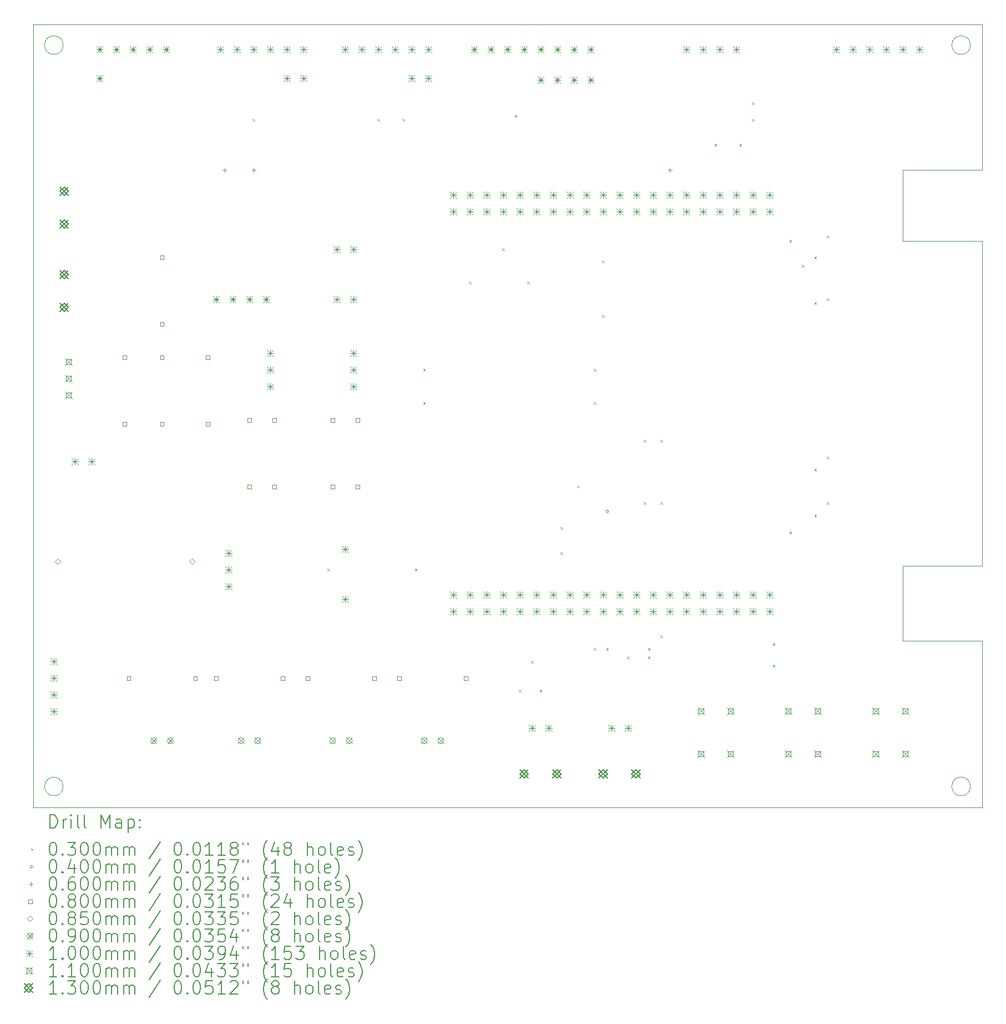
<source format=gbr>
%TF.GenerationSoftware,KiCad,Pcbnew,8.0.2*%
%TF.CreationDate,2024-05-12T20:24:52-06:00*%
%TF.ProjectId,devBoard,64657642-6f61-4726-942e-6b696361645f,rev?*%
%TF.SameCoordinates,Original*%
%TF.FileFunction,Drillmap*%
%TF.FilePolarity,Positive*%
%FSLAX45Y45*%
G04 Gerber Fmt 4.5, Leading zero omitted, Abs format (unit mm)*
G04 Created by KiCad (PCBNEW 8.0.2) date 2024-05-12 20:24:52*
%MOMM*%
%LPD*%
G01*
G04 APERTURE LIST*
%ADD10C,0.050000*%
%ADD11C,0.200000*%
%ADD12C,0.100000*%
%ADD13C,0.110000*%
%ADD14C,0.130000*%
G04 APERTURE END LIST*
D10*
X20874740Y-14732000D02*
G75*
G02*
X20590760Y-14732000I-141990J0D01*
G01*
X20590760Y-14732000D02*
G75*
G02*
X20874740Y-14732000I141990J0D01*
G01*
X7031740Y-14732000D02*
G75*
G02*
X6747760Y-14732000I-141990J0D01*
G01*
X6747760Y-14732000D02*
G75*
G02*
X7031740Y-14732000I141990J0D01*
G01*
X7031740Y-3429000D02*
G75*
G02*
X6747760Y-3429000I-141990J0D01*
G01*
X6747760Y-3429000D02*
G75*
G02*
X7031740Y-3429000I141990J0D01*
G01*
X20874740Y-3429000D02*
G75*
G02*
X20590760Y-3429000I-141990J0D01*
G01*
X20590760Y-3429000D02*
G75*
G02*
X20874740Y-3429000I141990J0D01*
G01*
X21050250Y-5334000D02*
X21050250Y-3111500D01*
X19843750Y-5334000D02*
X21050250Y-5334000D01*
X19843750Y-6413500D02*
X19843750Y-5334000D01*
X21050250Y-6413500D02*
X19843750Y-6413500D01*
X21050250Y-11366500D02*
X21050250Y-6413500D01*
X19843750Y-11366500D02*
X21050250Y-11366500D01*
X19843750Y-12509500D02*
X19843750Y-11366500D01*
X21050250Y-12509500D02*
X19843750Y-12509500D01*
X21050250Y-15049500D02*
X21050250Y-12509500D01*
X6572250Y-15049500D02*
X21050250Y-15049500D01*
X6572250Y-3111500D02*
X6572250Y-15049500D01*
X21050250Y-3111500D02*
X6572250Y-3111500D01*
D11*
D12*
X9922750Y-4557000D02*
X9952750Y-4587000D01*
X9952750Y-4557000D02*
X9922750Y-4587000D01*
X11065750Y-11415000D02*
X11095750Y-11445000D01*
X11095750Y-11415000D02*
X11065750Y-11445000D01*
X11827750Y-4557000D02*
X11857750Y-4587000D01*
X11857750Y-4557000D02*
X11827750Y-4587000D01*
X12208750Y-4557000D02*
X12238750Y-4587000D01*
X12238750Y-4557000D02*
X12208750Y-4587000D01*
X12399250Y-11415000D02*
X12429250Y-11445000D01*
X12429250Y-11415000D02*
X12399250Y-11445000D01*
X12526250Y-8367000D02*
X12556250Y-8397000D01*
X12556250Y-8367000D02*
X12526250Y-8397000D01*
X12526250Y-8875000D02*
X12556250Y-8905000D01*
X12556250Y-8875000D02*
X12526250Y-8905000D01*
X13224750Y-7033500D02*
X13254750Y-7063500D01*
X13254750Y-7033500D02*
X13224750Y-7063500D01*
X13732750Y-6525500D02*
X13762750Y-6555500D01*
X13762750Y-6525500D02*
X13732750Y-6555500D01*
X13923250Y-4493500D02*
X13953250Y-4523500D01*
X13953250Y-4493500D02*
X13923250Y-4523500D01*
X13986750Y-13256500D02*
X14016750Y-13286500D01*
X14016750Y-13256500D02*
X13986750Y-13286500D01*
X14113750Y-7033500D02*
X14143750Y-7063500D01*
X14143750Y-7033500D02*
X14113750Y-7063500D01*
X14172750Y-12816500D02*
X14202750Y-12846500D01*
X14202750Y-12816500D02*
X14172750Y-12846500D01*
X14304250Y-13256500D02*
X14334250Y-13286500D01*
X14334250Y-13256500D02*
X14304250Y-13286500D01*
X14621750Y-10780000D02*
X14651750Y-10810000D01*
X14651750Y-10780000D02*
X14621750Y-10810000D01*
X14621750Y-11161000D02*
X14651750Y-11191000D01*
X14651750Y-11161000D02*
X14621750Y-11191000D01*
X14875750Y-10145000D02*
X14905750Y-10175000D01*
X14905750Y-10145000D02*
X14875750Y-10175000D01*
X15129750Y-8367000D02*
X15159750Y-8397000D01*
X15159750Y-8367000D02*
X15129750Y-8397000D01*
X15129750Y-8875000D02*
X15159750Y-8905000D01*
X15159750Y-8875000D02*
X15129750Y-8905000D01*
X15129750Y-12621500D02*
X15159750Y-12651500D01*
X15159750Y-12621500D02*
X15129750Y-12651500D01*
X15256750Y-6716000D02*
X15286750Y-6746000D01*
X15286750Y-6716000D02*
X15256750Y-6746000D01*
X15256750Y-7541500D02*
X15286750Y-7571500D01*
X15286750Y-7541500D02*
X15256750Y-7571500D01*
X15320250Y-12621500D02*
X15350250Y-12651500D01*
X15350250Y-12621500D02*
X15320250Y-12651500D01*
X15637750Y-12748500D02*
X15667750Y-12778500D01*
X15667750Y-12748500D02*
X15637750Y-12778500D01*
X15891750Y-9446500D02*
X15921750Y-9476500D01*
X15921750Y-9446500D02*
X15891750Y-9476500D01*
X15891750Y-10399000D02*
X15921750Y-10429000D01*
X15921750Y-10399000D02*
X15891750Y-10429000D01*
X15955250Y-12621500D02*
X15985250Y-12651500D01*
X15985250Y-12621500D02*
X15955250Y-12651500D01*
X15955250Y-12748500D02*
X15985250Y-12778500D01*
X15985250Y-12748500D02*
X15955250Y-12778500D01*
X16145750Y-9446500D02*
X16175750Y-9476500D01*
X16175750Y-9446500D02*
X16145750Y-9476500D01*
X16145750Y-10399000D02*
X16175750Y-10429000D01*
X16175750Y-10399000D02*
X16145750Y-10429000D01*
X16145750Y-12431000D02*
X16175750Y-12461000D01*
X16175750Y-12431000D02*
X16145750Y-12461000D01*
X16971250Y-4938000D02*
X17001250Y-4968000D01*
X17001250Y-4938000D02*
X16971250Y-4968000D01*
X17352250Y-4938000D02*
X17382250Y-4968000D01*
X17382250Y-4938000D02*
X17352250Y-4968000D01*
X17542750Y-4303000D02*
X17572750Y-4333000D01*
X17572750Y-4303000D02*
X17542750Y-4333000D01*
X17542750Y-4557000D02*
X17572750Y-4587000D01*
X17572750Y-4557000D02*
X17542750Y-4587000D01*
X17860250Y-12546500D02*
X17890250Y-12576500D01*
X17890250Y-12546500D02*
X17860250Y-12576500D01*
X17860250Y-12875500D02*
X17890250Y-12905500D01*
X17890250Y-12875500D02*
X17860250Y-12905500D01*
X18114250Y-6398500D02*
X18144250Y-6428500D01*
X18144250Y-6398500D02*
X18114250Y-6428500D01*
X18114250Y-10843500D02*
X18144250Y-10873500D01*
X18144250Y-10843500D02*
X18114250Y-10873500D01*
X18304750Y-6779500D02*
X18334750Y-6809500D01*
X18334750Y-6779500D02*
X18304750Y-6809500D01*
X18495250Y-6652500D02*
X18525250Y-6682500D01*
X18525250Y-6652500D02*
X18495250Y-6682500D01*
X18495250Y-7351000D02*
X18525250Y-7381000D01*
X18525250Y-7351000D02*
X18495250Y-7381000D01*
X18495250Y-9891000D02*
X18525250Y-9921000D01*
X18525250Y-9891000D02*
X18495250Y-9921000D01*
X18495250Y-10589500D02*
X18525250Y-10619500D01*
X18525250Y-10589500D02*
X18495250Y-10619500D01*
X18685750Y-6335000D02*
X18715750Y-6365000D01*
X18715750Y-6335000D02*
X18685750Y-6365000D01*
X18685750Y-7287500D02*
X18715750Y-7317500D01*
X18715750Y-7287500D02*
X18685750Y-7317500D01*
X18685750Y-9700500D02*
X18715750Y-9730500D01*
X18715750Y-9700500D02*
X18685750Y-9730500D01*
X18685750Y-10399000D02*
X18715750Y-10429000D01*
X18715750Y-10399000D02*
X18685750Y-10429000D01*
X15355250Y-10541000D02*
G75*
G02*
X15315250Y-10541000I-20000J0D01*
G01*
X15315250Y-10541000D02*
G75*
G02*
X15355250Y-10541000I20000J0D01*
G01*
X9493250Y-5304000D02*
X9493250Y-5364000D01*
X9463250Y-5334000D02*
X9523250Y-5334000D01*
X9937750Y-5304000D02*
X9937750Y-5364000D01*
X9907750Y-5334000D02*
X9967750Y-5334000D01*
X16287750Y-5304000D02*
X16287750Y-5364000D01*
X16257750Y-5334000D02*
X16317750Y-5334000D01*
X7998034Y-8219784D02*
X7998034Y-8163215D01*
X7941465Y-8163215D01*
X7941465Y-8219784D01*
X7998034Y-8219784D01*
X7998034Y-9235785D02*
X7998034Y-9179216D01*
X7941465Y-9179216D01*
X7941465Y-9235785D01*
X7998034Y-9235785D01*
X8061034Y-13109284D02*
X8061034Y-13052715D01*
X8004465Y-13052715D01*
X8004465Y-13109284D01*
X8061034Y-13109284D01*
X8569035Y-6695784D02*
X8569035Y-6639215D01*
X8512466Y-6639215D01*
X8512466Y-6695784D01*
X8569035Y-6695784D01*
X8569035Y-7711784D02*
X8569035Y-7655215D01*
X8512466Y-7655215D01*
X8512466Y-7711784D01*
X8569035Y-7711784D01*
X8569535Y-8219784D02*
X8569535Y-8163215D01*
X8512966Y-8163215D01*
X8512966Y-8219784D01*
X8569535Y-8219784D01*
X8569535Y-9235785D02*
X8569535Y-9179216D01*
X8512966Y-9179216D01*
X8512966Y-9235785D01*
X8569535Y-9235785D01*
X9077035Y-13109284D02*
X9077035Y-13052715D01*
X9020466Y-13052715D01*
X9020466Y-13109284D01*
X9077035Y-13109284D01*
X9268035Y-8219784D02*
X9268035Y-8163215D01*
X9211466Y-8163215D01*
X9211466Y-8219784D01*
X9268035Y-8219784D01*
X9268035Y-9235785D02*
X9268035Y-9179216D01*
X9211466Y-9179216D01*
X9211466Y-9235785D01*
X9268035Y-9235785D01*
X9394535Y-13109284D02*
X9394535Y-13052715D01*
X9337966Y-13052715D01*
X9337966Y-13109284D01*
X9394535Y-13109284D01*
X9902535Y-9172285D02*
X9902535Y-9115716D01*
X9845966Y-9115716D01*
X9845966Y-9172285D01*
X9902535Y-9172285D01*
X9902535Y-10188285D02*
X9902535Y-10131716D01*
X9845966Y-10131716D01*
X9845966Y-10188285D01*
X9902535Y-10188285D01*
X10283535Y-9172285D02*
X10283535Y-9115716D01*
X10226966Y-9115716D01*
X10226966Y-9172285D01*
X10283535Y-9172285D01*
X10283535Y-10188285D02*
X10283535Y-10131716D01*
X10226966Y-10131716D01*
X10226966Y-10188285D01*
X10283535Y-10188285D01*
X10410535Y-13109284D02*
X10410535Y-13052715D01*
X10353966Y-13052715D01*
X10353966Y-13109284D01*
X10410535Y-13109284D01*
X10791535Y-13109284D02*
X10791535Y-13052715D01*
X10734966Y-13052715D01*
X10734966Y-13109284D01*
X10791535Y-13109284D01*
X11172535Y-9172285D02*
X11172535Y-9115716D01*
X11115966Y-9115716D01*
X11115966Y-9172285D01*
X11172535Y-9172285D01*
X11172535Y-10188285D02*
X11172535Y-10131716D01*
X11115966Y-10131716D01*
X11115966Y-10188285D01*
X11172535Y-10188285D01*
X11553534Y-9172285D02*
X11553534Y-9115716D01*
X11496965Y-9115716D01*
X11496965Y-9172285D01*
X11553534Y-9172285D01*
X11553534Y-10188285D02*
X11553534Y-10131716D01*
X11496965Y-10131716D01*
X11496965Y-10188285D01*
X11553534Y-10188285D01*
X11807534Y-13109284D02*
X11807534Y-13052715D01*
X11750965Y-13052715D01*
X11750965Y-13109284D01*
X11807534Y-13109284D01*
X12188534Y-13109284D02*
X12188534Y-13052715D01*
X12131965Y-13052715D01*
X12131965Y-13109284D01*
X12188534Y-13109284D01*
X13204534Y-13109284D02*
X13204534Y-13052715D01*
X13147965Y-13052715D01*
X13147965Y-13109284D01*
X13204534Y-13109284D01*
X6948750Y-11345512D02*
X6991250Y-11303012D01*
X6948750Y-11260512D01*
X6906250Y-11303012D01*
X6948750Y-11345512D01*
X8998750Y-11345512D02*
X9041250Y-11303012D01*
X8998750Y-11260512D01*
X8956250Y-11303012D01*
X8998750Y-11345512D01*
X8368250Y-13988500D02*
X8458250Y-14078500D01*
X8458250Y-13988500D02*
X8368250Y-14078500D01*
X8458250Y-14033500D02*
G75*
G02*
X8368250Y-14033500I-45000J0D01*
G01*
X8368250Y-14033500D02*
G75*
G02*
X8458250Y-14033500I45000J0D01*
G01*
X8622250Y-13988500D02*
X8712250Y-14078500D01*
X8712250Y-13988500D02*
X8622250Y-14078500D01*
X8712250Y-14033500D02*
G75*
G02*
X8622250Y-14033500I-45000J0D01*
G01*
X8622250Y-14033500D02*
G75*
G02*
X8712250Y-14033500I45000J0D01*
G01*
X9701750Y-13988500D02*
X9791750Y-14078500D01*
X9791750Y-13988500D02*
X9701750Y-14078500D01*
X9791750Y-14033500D02*
G75*
G02*
X9701750Y-14033500I-45000J0D01*
G01*
X9701750Y-14033500D02*
G75*
G02*
X9791750Y-14033500I45000J0D01*
G01*
X9955750Y-13988500D02*
X10045750Y-14078500D01*
X10045750Y-13988500D02*
X9955750Y-14078500D01*
X10045750Y-14033500D02*
G75*
G02*
X9955750Y-14033500I-45000J0D01*
G01*
X9955750Y-14033500D02*
G75*
G02*
X10045750Y-14033500I45000J0D01*
G01*
X11098750Y-13988500D02*
X11188750Y-14078500D01*
X11188750Y-13988500D02*
X11098750Y-14078500D01*
X11188750Y-14033500D02*
G75*
G02*
X11098750Y-14033500I-45000J0D01*
G01*
X11098750Y-14033500D02*
G75*
G02*
X11188750Y-14033500I45000J0D01*
G01*
X11352750Y-13988500D02*
X11442750Y-14078500D01*
X11442750Y-13988500D02*
X11352750Y-14078500D01*
X11442750Y-14033500D02*
G75*
G02*
X11352750Y-14033500I-45000J0D01*
G01*
X11352750Y-14033500D02*
G75*
G02*
X11442750Y-14033500I45000J0D01*
G01*
X12495750Y-13988500D02*
X12585750Y-14078500D01*
X12585750Y-13988500D02*
X12495750Y-14078500D01*
X12585750Y-14033500D02*
G75*
G02*
X12495750Y-14033500I-45000J0D01*
G01*
X12495750Y-14033500D02*
G75*
G02*
X12585750Y-14033500I45000J0D01*
G01*
X12749750Y-13988500D02*
X12839750Y-14078500D01*
X12839750Y-13988500D02*
X12749750Y-14078500D01*
X12839750Y-14033500D02*
G75*
G02*
X12749750Y-14033500I-45000J0D01*
G01*
X12749750Y-14033500D02*
G75*
G02*
X12839750Y-14033500I45000J0D01*
G01*
X6839750Y-12777000D02*
X6939750Y-12877000D01*
X6939750Y-12777000D02*
X6839750Y-12877000D01*
X6889750Y-12777000D02*
X6889750Y-12877000D01*
X6839750Y-12827000D02*
X6939750Y-12827000D01*
X6839750Y-13031000D02*
X6939750Y-13131000D01*
X6939750Y-13031000D02*
X6839750Y-13131000D01*
X6889750Y-13031000D02*
X6889750Y-13131000D01*
X6839750Y-13081000D02*
X6939750Y-13081000D01*
X6839750Y-13285000D02*
X6939750Y-13385000D01*
X6939750Y-13285000D02*
X6839750Y-13385000D01*
X6889750Y-13285000D02*
X6889750Y-13385000D01*
X6839750Y-13335000D02*
X6939750Y-13335000D01*
X6839750Y-13539000D02*
X6939750Y-13639000D01*
X6939750Y-13539000D02*
X6839750Y-13639000D01*
X6889750Y-13539000D02*
X6889750Y-13639000D01*
X6839750Y-13589000D02*
X6939750Y-13589000D01*
X7157750Y-9729000D02*
X7257750Y-9829000D01*
X7257750Y-9729000D02*
X7157750Y-9829000D01*
X7207750Y-9729000D02*
X7207750Y-9829000D01*
X7157750Y-9779000D02*
X7257750Y-9779000D01*
X7411750Y-9729000D02*
X7511750Y-9829000D01*
X7511750Y-9729000D02*
X7411750Y-9829000D01*
X7461750Y-9729000D02*
X7461750Y-9829000D01*
X7411750Y-9779000D02*
X7511750Y-9779000D01*
X7538250Y-3442500D02*
X7638250Y-3542500D01*
X7638250Y-3442500D02*
X7538250Y-3542500D01*
X7588250Y-3442500D02*
X7588250Y-3542500D01*
X7538250Y-3492500D02*
X7638250Y-3492500D01*
X7538250Y-3887000D02*
X7638250Y-3987000D01*
X7638250Y-3887000D02*
X7538250Y-3987000D01*
X7588250Y-3887000D02*
X7588250Y-3987000D01*
X7538250Y-3937000D02*
X7638250Y-3937000D01*
X7792250Y-3442500D02*
X7892250Y-3542500D01*
X7892250Y-3442500D02*
X7792250Y-3542500D01*
X7842250Y-3442500D02*
X7842250Y-3542500D01*
X7792250Y-3492500D02*
X7892250Y-3492500D01*
X8046250Y-3442500D02*
X8146250Y-3542500D01*
X8146250Y-3442500D02*
X8046250Y-3542500D01*
X8096250Y-3442500D02*
X8096250Y-3542500D01*
X8046250Y-3492500D02*
X8146250Y-3492500D01*
X8300250Y-3442500D02*
X8400250Y-3542500D01*
X8400250Y-3442500D02*
X8300250Y-3542500D01*
X8350250Y-3442500D02*
X8350250Y-3542500D01*
X8300250Y-3492500D02*
X8400250Y-3492500D01*
X8554250Y-3442500D02*
X8654250Y-3542500D01*
X8654250Y-3442500D02*
X8554250Y-3542500D01*
X8604250Y-3442500D02*
X8604250Y-3542500D01*
X8554250Y-3492500D02*
X8654250Y-3492500D01*
X9316250Y-7252500D02*
X9416250Y-7352500D01*
X9416250Y-7252500D02*
X9316250Y-7352500D01*
X9366250Y-7252500D02*
X9366250Y-7352500D01*
X9316250Y-7302500D02*
X9416250Y-7302500D01*
X9379750Y-3442500D02*
X9479750Y-3542500D01*
X9479750Y-3442500D02*
X9379750Y-3542500D01*
X9429750Y-3442500D02*
X9429750Y-3542500D01*
X9379750Y-3492500D02*
X9479750Y-3492500D01*
X9506750Y-11124500D02*
X9606750Y-11224500D01*
X9606750Y-11124500D02*
X9506750Y-11224500D01*
X9556750Y-11124500D02*
X9556750Y-11224500D01*
X9506750Y-11174500D02*
X9606750Y-11174500D01*
X9506750Y-11378500D02*
X9606750Y-11478500D01*
X9606750Y-11378500D02*
X9506750Y-11478500D01*
X9556750Y-11378500D02*
X9556750Y-11478500D01*
X9506750Y-11428500D02*
X9606750Y-11428500D01*
X9506750Y-11632500D02*
X9606750Y-11732500D01*
X9606750Y-11632500D02*
X9506750Y-11732500D01*
X9556750Y-11632500D02*
X9556750Y-11732500D01*
X9506750Y-11682500D02*
X9606750Y-11682500D01*
X9570250Y-7252500D02*
X9670250Y-7352500D01*
X9670250Y-7252500D02*
X9570250Y-7352500D01*
X9620250Y-7252500D02*
X9620250Y-7352500D01*
X9570250Y-7302500D02*
X9670250Y-7302500D01*
X9633750Y-3442500D02*
X9733750Y-3542500D01*
X9733750Y-3442500D02*
X9633750Y-3542500D01*
X9683750Y-3442500D02*
X9683750Y-3542500D01*
X9633750Y-3492500D02*
X9733750Y-3492500D01*
X9824250Y-7252500D02*
X9924250Y-7352500D01*
X9924250Y-7252500D02*
X9824250Y-7352500D01*
X9874250Y-7252500D02*
X9874250Y-7352500D01*
X9824250Y-7302500D02*
X9924250Y-7302500D01*
X9887750Y-3442500D02*
X9987750Y-3542500D01*
X9987750Y-3442500D02*
X9887750Y-3542500D01*
X9937750Y-3442500D02*
X9937750Y-3542500D01*
X9887750Y-3492500D02*
X9987750Y-3492500D01*
X10078250Y-7252500D02*
X10178250Y-7352500D01*
X10178250Y-7252500D02*
X10078250Y-7352500D01*
X10128250Y-7252500D02*
X10128250Y-7352500D01*
X10078250Y-7302500D02*
X10178250Y-7302500D01*
X10141750Y-3442500D02*
X10241750Y-3542500D01*
X10241750Y-3442500D02*
X10141750Y-3542500D01*
X10191750Y-3442500D02*
X10191750Y-3542500D01*
X10141750Y-3492500D02*
X10241750Y-3492500D01*
X10141750Y-8078000D02*
X10241750Y-8178000D01*
X10241750Y-8078000D02*
X10141750Y-8178000D01*
X10191750Y-8078000D02*
X10191750Y-8178000D01*
X10141750Y-8128000D02*
X10241750Y-8128000D01*
X10141750Y-8332000D02*
X10241750Y-8432000D01*
X10241750Y-8332000D02*
X10141750Y-8432000D01*
X10191750Y-8332000D02*
X10191750Y-8432000D01*
X10141750Y-8382000D02*
X10241750Y-8382000D01*
X10141750Y-8586000D02*
X10241750Y-8686000D01*
X10241750Y-8586000D02*
X10141750Y-8686000D01*
X10191750Y-8586000D02*
X10191750Y-8686000D01*
X10141750Y-8636000D02*
X10241750Y-8636000D01*
X10395750Y-3442500D02*
X10495750Y-3542500D01*
X10495750Y-3442500D02*
X10395750Y-3542500D01*
X10445750Y-3442500D02*
X10445750Y-3542500D01*
X10395750Y-3492500D02*
X10495750Y-3492500D01*
X10395750Y-3887000D02*
X10495750Y-3987000D01*
X10495750Y-3887000D02*
X10395750Y-3987000D01*
X10445750Y-3887000D02*
X10445750Y-3987000D01*
X10395750Y-3937000D02*
X10495750Y-3937000D01*
X10649750Y-3442500D02*
X10749750Y-3542500D01*
X10749750Y-3442500D02*
X10649750Y-3542500D01*
X10699750Y-3442500D02*
X10699750Y-3542500D01*
X10649750Y-3492500D02*
X10749750Y-3492500D01*
X10649750Y-3887000D02*
X10749750Y-3987000D01*
X10749750Y-3887000D02*
X10649750Y-3987000D01*
X10699750Y-3887000D02*
X10699750Y-3987000D01*
X10649750Y-3937000D02*
X10749750Y-3937000D01*
X11157750Y-6490500D02*
X11257750Y-6590500D01*
X11257750Y-6490500D02*
X11157750Y-6590500D01*
X11207750Y-6490500D02*
X11207750Y-6590500D01*
X11157750Y-6540500D02*
X11257750Y-6540500D01*
X11158250Y-7252500D02*
X11258250Y-7352500D01*
X11258250Y-7252500D02*
X11158250Y-7352500D01*
X11208250Y-7252500D02*
X11208250Y-7352500D01*
X11158250Y-7302500D02*
X11258250Y-7302500D01*
X11284750Y-3442500D02*
X11384750Y-3542500D01*
X11384750Y-3442500D02*
X11284750Y-3542500D01*
X11334750Y-3442500D02*
X11334750Y-3542500D01*
X11284750Y-3492500D02*
X11384750Y-3492500D01*
X11284750Y-11063500D02*
X11384750Y-11163500D01*
X11384750Y-11063500D02*
X11284750Y-11163500D01*
X11334750Y-11063500D02*
X11334750Y-11163500D01*
X11284750Y-11113500D02*
X11384750Y-11113500D01*
X11284750Y-11823500D02*
X11384750Y-11923500D01*
X11384750Y-11823500D02*
X11284750Y-11923500D01*
X11334750Y-11823500D02*
X11334750Y-11923500D01*
X11284750Y-11873500D02*
X11384750Y-11873500D01*
X11411750Y-6490500D02*
X11511750Y-6590500D01*
X11511750Y-6490500D02*
X11411750Y-6590500D01*
X11461750Y-6490500D02*
X11461750Y-6590500D01*
X11411750Y-6540500D02*
X11511750Y-6540500D01*
X11411750Y-8078000D02*
X11511750Y-8178000D01*
X11511750Y-8078000D02*
X11411750Y-8178000D01*
X11461750Y-8078000D02*
X11461750Y-8178000D01*
X11411750Y-8128000D02*
X11511750Y-8128000D01*
X11411750Y-8332000D02*
X11511750Y-8432000D01*
X11511750Y-8332000D02*
X11411750Y-8432000D01*
X11461750Y-8332000D02*
X11461750Y-8432000D01*
X11411750Y-8382000D02*
X11511750Y-8382000D01*
X11411750Y-8586000D02*
X11511750Y-8686000D01*
X11511750Y-8586000D02*
X11411750Y-8686000D01*
X11461750Y-8586000D02*
X11461750Y-8686000D01*
X11411750Y-8636000D02*
X11511750Y-8636000D01*
X11412250Y-7252500D02*
X11512250Y-7352500D01*
X11512250Y-7252500D02*
X11412250Y-7352500D01*
X11462250Y-7252500D02*
X11462250Y-7352500D01*
X11412250Y-7302500D02*
X11512250Y-7302500D01*
X11538750Y-3442500D02*
X11638750Y-3542500D01*
X11638750Y-3442500D02*
X11538750Y-3542500D01*
X11588750Y-3442500D02*
X11588750Y-3542500D01*
X11538750Y-3492500D02*
X11638750Y-3492500D01*
X11792750Y-3442500D02*
X11892750Y-3542500D01*
X11892750Y-3442500D02*
X11792750Y-3542500D01*
X11842750Y-3442500D02*
X11842750Y-3542500D01*
X11792750Y-3492500D02*
X11892750Y-3492500D01*
X12046750Y-3442500D02*
X12146750Y-3542500D01*
X12146750Y-3442500D02*
X12046750Y-3542500D01*
X12096750Y-3442500D02*
X12096750Y-3542500D01*
X12046750Y-3492500D02*
X12146750Y-3492500D01*
X12300750Y-3442500D02*
X12400750Y-3542500D01*
X12400750Y-3442500D02*
X12300750Y-3542500D01*
X12350750Y-3442500D02*
X12350750Y-3542500D01*
X12300750Y-3492500D02*
X12400750Y-3492500D01*
X12300750Y-3887000D02*
X12400750Y-3987000D01*
X12400750Y-3887000D02*
X12300750Y-3987000D01*
X12350750Y-3887000D02*
X12350750Y-3987000D01*
X12300750Y-3937000D02*
X12400750Y-3937000D01*
X12554750Y-3442500D02*
X12654750Y-3542500D01*
X12654750Y-3442500D02*
X12554750Y-3542500D01*
X12604750Y-3442500D02*
X12604750Y-3542500D01*
X12554750Y-3492500D02*
X12654750Y-3492500D01*
X12554750Y-3887000D02*
X12654750Y-3987000D01*
X12654750Y-3887000D02*
X12554750Y-3987000D01*
X12604750Y-3887000D02*
X12604750Y-3987000D01*
X12554750Y-3937000D02*
X12654750Y-3937000D01*
X12935750Y-5665000D02*
X13035750Y-5765000D01*
X13035750Y-5665000D02*
X12935750Y-5765000D01*
X12985750Y-5665000D02*
X12985750Y-5765000D01*
X12935750Y-5715000D02*
X13035750Y-5715000D01*
X12935750Y-5919000D02*
X13035750Y-6019000D01*
X13035750Y-5919000D02*
X12935750Y-6019000D01*
X12985750Y-5919000D02*
X12985750Y-6019000D01*
X12935750Y-5969000D02*
X13035750Y-5969000D01*
X12935750Y-11761000D02*
X13035750Y-11861000D01*
X13035750Y-11761000D02*
X12935750Y-11861000D01*
X12985750Y-11761000D02*
X12985750Y-11861000D01*
X12935750Y-11811000D02*
X13035750Y-11811000D01*
X12935750Y-12015000D02*
X13035750Y-12115000D01*
X13035750Y-12015000D02*
X12935750Y-12115000D01*
X12985750Y-12015000D02*
X12985750Y-12115000D01*
X12935750Y-12065000D02*
X13035750Y-12065000D01*
X13189750Y-5665000D02*
X13289750Y-5765000D01*
X13289750Y-5665000D02*
X13189750Y-5765000D01*
X13239750Y-5665000D02*
X13239750Y-5765000D01*
X13189750Y-5715000D02*
X13289750Y-5715000D01*
X13189750Y-5919000D02*
X13289750Y-6019000D01*
X13289750Y-5919000D02*
X13189750Y-6019000D01*
X13239750Y-5919000D02*
X13239750Y-6019000D01*
X13189750Y-5969000D02*
X13289750Y-5969000D01*
X13189750Y-11761000D02*
X13289750Y-11861000D01*
X13289750Y-11761000D02*
X13189750Y-11861000D01*
X13239750Y-11761000D02*
X13239750Y-11861000D01*
X13189750Y-11811000D02*
X13289750Y-11811000D01*
X13189750Y-12015000D02*
X13289750Y-12115000D01*
X13289750Y-12015000D02*
X13189750Y-12115000D01*
X13239750Y-12015000D02*
X13239750Y-12115000D01*
X13189750Y-12065000D02*
X13289750Y-12065000D01*
X13253250Y-3442500D02*
X13353250Y-3542500D01*
X13353250Y-3442500D02*
X13253250Y-3542500D01*
X13303250Y-3442500D02*
X13303250Y-3542500D01*
X13253250Y-3492500D02*
X13353250Y-3492500D01*
X13443750Y-5665000D02*
X13543750Y-5765000D01*
X13543750Y-5665000D02*
X13443750Y-5765000D01*
X13493750Y-5665000D02*
X13493750Y-5765000D01*
X13443750Y-5715000D02*
X13543750Y-5715000D01*
X13443750Y-5919000D02*
X13543750Y-6019000D01*
X13543750Y-5919000D02*
X13443750Y-6019000D01*
X13493750Y-5919000D02*
X13493750Y-6019000D01*
X13443750Y-5969000D02*
X13543750Y-5969000D01*
X13443750Y-11761000D02*
X13543750Y-11861000D01*
X13543750Y-11761000D02*
X13443750Y-11861000D01*
X13493750Y-11761000D02*
X13493750Y-11861000D01*
X13443750Y-11811000D02*
X13543750Y-11811000D01*
X13443750Y-12015000D02*
X13543750Y-12115000D01*
X13543750Y-12015000D02*
X13443750Y-12115000D01*
X13493750Y-12015000D02*
X13493750Y-12115000D01*
X13443750Y-12065000D02*
X13543750Y-12065000D01*
X13507250Y-3442500D02*
X13607250Y-3542500D01*
X13607250Y-3442500D02*
X13507250Y-3542500D01*
X13557250Y-3442500D02*
X13557250Y-3542500D01*
X13507250Y-3492500D02*
X13607250Y-3492500D01*
X13697750Y-5665000D02*
X13797750Y-5765000D01*
X13797750Y-5665000D02*
X13697750Y-5765000D01*
X13747750Y-5665000D02*
X13747750Y-5765000D01*
X13697750Y-5715000D02*
X13797750Y-5715000D01*
X13697750Y-5919000D02*
X13797750Y-6019000D01*
X13797750Y-5919000D02*
X13697750Y-6019000D01*
X13747750Y-5919000D02*
X13747750Y-6019000D01*
X13697750Y-5969000D02*
X13797750Y-5969000D01*
X13697750Y-11761000D02*
X13797750Y-11861000D01*
X13797750Y-11761000D02*
X13697750Y-11861000D01*
X13747750Y-11761000D02*
X13747750Y-11861000D01*
X13697750Y-11811000D02*
X13797750Y-11811000D01*
X13697750Y-12015000D02*
X13797750Y-12115000D01*
X13797750Y-12015000D02*
X13697750Y-12115000D01*
X13747750Y-12015000D02*
X13747750Y-12115000D01*
X13697750Y-12065000D02*
X13797750Y-12065000D01*
X13761250Y-3442500D02*
X13861250Y-3542500D01*
X13861250Y-3442500D02*
X13761250Y-3542500D01*
X13811250Y-3442500D02*
X13811250Y-3542500D01*
X13761250Y-3492500D02*
X13861250Y-3492500D01*
X13951750Y-5665000D02*
X14051750Y-5765000D01*
X14051750Y-5665000D02*
X13951750Y-5765000D01*
X14001750Y-5665000D02*
X14001750Y-5765000D01*
X13951750Y-5715000D02*
X14051750Y-5715000D01*
X13951750Y-5919000D02*
X14051750Y-6019000D01*
X14051750Y-5919000D02*
X13951750Y-6019000D01*
X14001750Y-5919000D02*
X14001750Y-6019000D01*
X13951750Y-5969000D02*
X14051750Y-5969000D01*
X13951750Y-11761000D02*
X14051750Y-11861000D01*
X14051750Y-11761000D02*
X13951750Y-11861000D01*
X14001750Y-11761000D02*
X14001750Y-11861000D01*
X13951750Y-11811000D02*
X14051750Y-11811000D01*
X13951750Y-12015000D02*
X14051750Y-12115000D01*
X14051750Y-12015000D02*
X13951750Y-12115000D01*
X14001750Y-12015000D02*
X14001750Y-12115000D01*
X13951750Y-12065000D02*
X14051750Y-12065000D01*
X14015250Y-3442500D02*
X14115250Y-3542500D01*
X14115250Y-3442500D02*
X14015250Y-3542500D01*
X14065250Y-3442500D02*
X14065250Y-3542500D01*
X14015250Y-3492500D02*
X14115250Y-3492500D01*
X14137750Y-13793000D02*
X14237750Y-13893000D01*
X14237750Y-13793000D02*
X14137750Y-13893000D01*
X14187750Y-13793000D02*
X14187750Y-13893000D01*
X14137750Y-13843000D02*
X14237750Y-13843000D01*
X14205750Y-5665000D02*
X14305750Y-5765000D01*
X14305750Y-5665000D02*
X14205750Y-5765000D01*
X14255750Y-5665000D02*
X14255750Y-5765000D01*
X14205750Y-5715000D02*
X14305750Y-5715000D01*
X14205750Y-5919000D02*
X14305750Y-6019000D01*
X14305750Y-5919000D02*
X14205750Y-6019000D01*
X14255750Y-5919000D02*
X14255750Y-6019000D01*
X14205750Y-5969000D02*
X14305750Y-5969000D01*
X14205750Y-11761000D02*
X14305750Y-11861000D01*
X14305750Y-11761000D02*
X14205750Y-11861000D01*
X14255750Y-11761000D02*
X14255750Y-11861000D01*
X14205750Y-11811000D02*
X14305750Y-11811000D01*
X14205750Y-12015000D02*
X14305750Y-12115000D01*
X14305750Y-12015000D02*
X14205750Y-12115000D01*
X14255750Y-12015000D02*
X14255750Y-12115000D01*
X14205750Y-12065000D02*
X14305750Y-12065000D01*
X14267750Y-3908000D02*
X14367750Y-4008000D01*
X14367750Y-3908000D02*
X14267750Y-4008000D01*
X14317750Y-3908000D02*
X14317750Y-4008000D01*
X14267750Y-3958000D02*
X14367750Y-3958000D01*
X14269250Y-3442500D02*
X14369250Y-3542500D01*
X14369250Y-3442500D02*
X14269250Y-3542500D01*
X14319250Y-3442500D02*
X14319250Y-3542500D01*
X14269250Y-3492500D02*
X14369250Y-3492500D01*
X14391750Y-13793000D02*
X14491750Y-13893000D01*
X14491750Y-13793000D02*
X14391750Y-13893000D01*
X14441750Y-13793000D02*
X14441750Y-13893000D01*
X14391750Y-13843000D02*
X14491750Y-13843000D01*
X14459750Y-5665000D02*
X14559750Y-5765000D01*
X14559750Y-5665000D02*
X14459750Y-5765000D01*
X14509750Y-5665000D02*
X14509750Y-5765000D01*
X14459750Y-5715000D02*
X14559750Y-5715000D01*
X14459750Y-5919000D02*
X14559750Y-6019000D01*
X14559750Y-5919000D02*
X14459750Y-6019000D01*
X14509750Y-5919000D02*
X14509750Y-6019000D01*
X14459750Y-5969000D02*
X14559750Y-5969000D01*
X14459750Y-11761000D02*
X14559750Y-11861000D01*
X14559750Y-11761000D02*
X14459750Y-11861000D01*
X14509750Y-11761000D02*
X14509750Y-11861000D01*
X14459750Y-11811000D02*
X14559750Y-11811000D01*
X14459750Y-12015000D02*
X14559750Y-12115000D01*
X14559750Y-12015000D02*
X14459750Y-12115000D01*
X14509750Y-12015000D02*
X14509750Y-12115000D01*
X14459750Y-12065000D02*
X14559750Y-12065000D01*
X14521750Y-3908000D02*
X14621750Y-4008000D01*
X14621750Y-3908000D02*
X14521750Y-4008000D01*
X14571750Y-3908000D02*
X14571750Y-4008000D01*
X14521750Y-3958000D02*
X14621750Y-3958000D01*
X14523250Y-3442500D02*
X14623250Y-3542500D01*
X14623250Y-3442500D02*
X14523250Y-3542500D01*
X14573250Y-3442500D02*
X14573250Y-3542500D01*
X14523250Y-3492500D02*
X14623250Y-3492500D01*
X14713750Y-5665000D02*
X14813750Y-5765000D01*
X14813750Y-5665000D02*
X14713750Y-5765000D01*
X14763750Y-5665000D02*
X14763750Y-5765000D01*
X14713750Y-5715000D02*
X14813750Y-5715000D01*
X14713750Y-5919000D02*
X14813750Y-6019000D01*
X14813750Y-5919000D02*
X14713750Y-6019000D01*
X14763750Y-5919000D02*
X14763750Y-6019000D01*
X14713750Y-5969000D02*
X14813750Y-5969000D01*
X14713750Y-11761000D02*
X14813750Y-11861000D01*
X14813750Y-11761000D02*
X14713750Y-11861000D01*
X14763750Y-11761000D02*
X14763750Y-11861000D01*
X14713750Y-11811000D02*
X14813750Y-11811000D01*
X14713750Y-12015000D02*
X14813750Y-12115000D01*
X14813750Y-12015000D02*
X14713750Y-12115000D01*
X14763750Y-12015000D02*
X14763750Y-12115000D01*
X14713750Y-12065000D02*
X14813750Y-12065000D01*
X14775750Y-3908000D02*
X14875750Y-4008000D01*
X14875750Y-3908000D02*
X14775750Y-4008000D01*
X14825750Y-3908000D02*
X14825750Y-4008000D01*
X14775750Y-3958000D02*
X14875750Y-3958000D01*
X14777250Y-3442500D02*
X14877250Y-3542500D01*
X14877250Y-3442500D02*
X14777250Y-3542500D01*
X14827250Y-3442500D02*
X14827250Y-3542500D01*
X14777250Y-3492500D02*
X14877250Y-3492500D01*
X14967750Y-5665000D02*
X15067750Y-5765000D01*
X15067750Y-5665000D02*
X14967750Y-5765000D01*
X15017750Y-5665000D02*
X15017750Y-5765000D01*
X14967750Y-5715000D02*
X15067750Y-5715000D01*
X14967750Y-5919000D02*
X15067750Y-6019000D01*
X15067750Y-5919000D02*
X14967750Y-6019000D01*
X15017750Y-5919000D02*
X15017750Y-6019000D01*
X14967750Y-5969000D02*
X15067750Y-5969000D01*
X14967750Y-11761000D02*
X15067750Y-11861000D01*
X15067750Y-11761000D02*
X14967750Y-11861000D01*
X15017750Y-11761000D02*
X15017750Y-11861000D01*
X14967750Y-11811000D02*
X15067750Y-11811000D01*
X14967750Y-12015000D02*
X15067750Y-12115000D01*
X15067750Y-12015000D02*
X14967750Y-12115000D01*
X15017750Y-12015000D02*
X15017750Y-12115000D01*
X14967750Y-12065000D02*
X15067750Y-12065000D01*
X15029750Y-3908000D02*
X15129750Y-4008000D01*
X15129750Y-3908000D02*
X15029750Y-4008000D01*
X15079750Y-3908000D02*
X15079750Y-4008000D01*
X15029750Y-3958000D02*
X15129750Y-3958000D01*
X15031250Y-3442500D02*
X15131250Y-3542500D01*
X15131250Y-3442500D02*
X15031250Y-3542500D01*
X15081250Y-3442500D02*
X15081250Y-3542500D01*
X15031250Y-3492500D02*
X15131250Y-3492500D01*
X15221750Y-5665000D02*
X15321750Y-5765000D01*
X15321750Y-5665000D02*
X15221750Y-5765000D01*
X15271750Y-5665000D02*
X15271750Y-5765000D01*
X15221750Y-5715000D02*
X15321750Y-5715000D01*
X15221750Y-5919000D02*
X15321750Y-6019000D01*
X15321750Y-5919000D02*
X15221750Y-6019000D01*
X15271750Y-5919000D02*
X15271750Y-6019000D01*
X15221750Y-5969000D02*
X15321750Y-5969000D01*
X15221750Y-11761000D02*
X15321750Y-11861000D01*
X15321750Y-11761000D02*
X15221750Y-11861000D01*
X15271750Y-11761000D02*
X15271750Y-11861000D01*
X15221750Y-11811000D02*
X15321750Y-11811000D01*
X15221750Y-12015000D02*
X15321750Y-12115000D01*
X15321750Y-12015000D02*
X15221750Y-12115000D01*
X15271750Y-12015000D02*
X15271750Y-12115000D01*
X15221750Y-12065000D02*
X15321750Y-12065000D01*
X15344750Y-13793000D02*
X15444750Y-13893000D01*
X15444750Y-13793000D02*
X15344750Y-13893000D01*
X15394750Y-13793000D02*
X15394750Y-13893000D01*
X15344750Y-13843000D02*
X15444750Y-13843000D01*
X15475750Y-5665000D02*
X15575750Y-5765000D01*
X15575750Y-5665000D02*
X15475750Y-5765000D01*
X15525750Y-5665000D02*
X15525750Y-5765000D01*
X15475750Y-5715000D02*
X15575750Y-5715000D01*
X15475750Y-5919000D02*
X15575750Y-6019000D01*
X15575750Y-5919000D02*
X15475750Y-6019000D01*
X15525750Y-5919000D02*
X15525750Y-6019000D01*
X15475750Y-5969000D02*
X15575750Y-5969000D01*
X15475750Y-11761000D02*
X15575750Y-11861000D01*
X15575750Y-11761000D02*
X15475750Y-11861000D01*
X15525750Y-11761000D02*
X15525750Y-11861000D01*
X15475750Y-11811000D02*
X15575750Y-11811000D01*
X15475750Y-12015000D02*
X15575750Y-12115000D01*
X15575750Y-12015000D02*
X15475750Y-12115000D01*
X15525750Y-12015000D02*
X15525750Y-12115000D01*
X15475750Y-12065000D02*
X15575750Y-12065000D01*
X15598750Y-13793000D02*
X15698750Y-13893000D01*
X15698750Y-13793000D02*
X15598750Y-13893000D01*
X15648750Y-13793000D02*
X15648750Y-13893000D01*
X15598750Y-13843000D02*
X15698750Y-13843000D01*
X15729750Y-5665000D02*
X15829750Y-5765000D01*
X15829750Y-5665000D02*
X15729750Y-5765000D01*
X15779750Y-5665000D02*
X15779750Y-5765000D01*
X15729750Y-5715000D02*
X15829750Y-5715000D01*
X15729750Y-5919000D02*
X15829750Y-6019000D01*
X15829750Y-5919000D02*
X15729750Y-6019000D01*
X15779750Y-5919000D02*
X15779750Y-6019000D01*
X15729750Y-5969000D02*
X15829750Y-5969000D01*
X15729750Y-11761000D02*
X15829750Y-11861000D01*
X15829750Y-11761000D02*
X15729750Y-11861000D01*
X15779750Y-11761000D02*
X15779750Y-11861000D01*
X15729750Y-11811000D02*
X15829750Y-11811000D01*
X15729750Y-12015000D02*
X15829750Y-12115000D01*
X15829750Y-12015000D02*
X15729750Y-12115000D01*
X15779750Y-12015000D02*
X15779750Y-12115000D01*
X15729750Y-12065000D02*
X15829750Y-12065000D01*
X15983750Y-5665000D02*
X16083750Y-5765000D01*
X16083750Y-5665000D02*
X15983750Y-5765000D01*
X16033750Y-5665000D02*
X16033750Y-5765000D01*
X15983750Y-5715000D02*
X16083750Y-5715000D01*
X15983750Y-5919000D02*
X16083750Y-6019000D01*
X16083750Y-5919000D02*
X15983750Y-6019000D01*
X16033750Y-5919000D02*
X16033750Y-6019000D01*
X15983750Y-5969000D02*
X16083750Y-5969000D01*
X15983750Y-11761000D02*
X16083750Y-11861000D01*
X16083750Y-11761000D02*
X15983750Y-11861000D01*
X16033750Y-11761000D02*
X16033750Y-11861000D01*
X15983750Y-11811000D02*
X16083750Y-11811000D01*
X15983750Y-12015000D02*
X16083750Y-12115000D01*
X16083750Y-12015000D02*
X15983750Y-12115000D01*
X16033750Y-12015000D02*
X16033750Y-12115000D01*
X15983750Y-12065000D02*
X16083750Y-12065000D01*
X16237750Y-5665000D02*
X16337750Y-5765000D01*
X16337750Y-5665000D02*
X16237750Y-5765000D01*
X16287750Y-5665000D02*
X16287750Y-5765000D01*
X16237750Y-5715000D02*
X16337750Y-5715000D01*
X16237750Y-5919000D02*
X16337750Y-6019000D01*
X16337750Y-5919000D02*
X16237750Y-6019000D01*
X16287750Y-5919000D02*
X16287750Y-6019000D01*
X16237750Y-5969000D02*
X16337750Y-5969000D01*
X16237750Y-11761000D02*
X16337750Y-11861000D01*
X16337750Y-11761000D02*
X16237750Y-11861000D01*
X16287750Y-11761000D02*
X16287750Y-11861000D01*
X16237750Y-11811000D02*
X16337750Y-11811000D01*
X16237750Y-12015000D02*
X16337750Y-12115000D01*
X16337750Y-12015000D02*
X16237750Y-12115000D01*
X16287750Y-12015000D02*
X16287750Y-12115000D01*
X16237750Y-12065000D02*
X16337750Y-12065000D01*
X16491750Y-5665000D02*
X16591750Y-5765000D01*
X16591750Y-5665000D02*
X16491750Y-5765000D01*
X16541750Y-5665000D02*
X16541750Y-5765000D01*
X16491750Y-5715000D02*
X16591750Y-5715000D01*
X16491750Y-5919000D02*
X16591750Y-6019000D01*
X16591750Y-5919000D02*
X16491750Y-6019000D01*
X16541750Y-5919000D02*
X16541750Y-6019000D01*
X16491750Y-5969000D02*
X16591750Y-5969000D01*
X16491750Y-11761000D02*
X16591750Y-11861000D01*
X16591750Y-11761000D02*
X16491750Y-11861000D01*
X16541750Y-11761000D02*
X16541750Y-11861000D01*
X16491750Y-11811000D02*
X16591750Y-11811000D01*
X16491750Y-12015000D02*
X16591750Y-12115000D01*
X16591750Y-12015000D02*
X16491750Y-12115000D01*
X16541750Y-12015000D02*
X16541750Y-12115000D01*
X16491750Y-12065000D02*
X16591750Y-12065000D01*
X16492750Y-3442500D02*
X16592750Y-3542500D01*
X16592750Y-3442500D02*
X16492750Y-3542500D01*
X16542750Y-3442500D02*
X16542750Y-3542500D01*
X16492750Y-3492500D02*
X16592750Y-3492500D01*
X16745750Y-5665000D02*
X16845750Y-5765000D01*
X16845750Y-5665000D02*
X16745750Y-5765000D01*
X16795750Y-5665000D02*
X16795750Y-5765000D01*
X16745750Y-5715000D02*
X16845750Y-5715000D01*
X16745750Y-5919000D02*
X16845750Y-6019000D01*
X16845750Y-5919000D02*
X16745750Y-6019000D01*
X16795750Y-5919000D02*
X16795750Y-6019000D01*
X16745750Y-5969000D02*
X16845750Y-5969000D01*
X16745750Y-11761000D02*
X16845750Y-11861000D01*
X16845750Y-11761000D02*
X16745750Y-11861000D01*
X16795750Y-11761000D02*
X16795750Y-11861000D01*
X16745750Y-11811000D02*
X16845750Y-11811000D01*
X16745750Y-12015000D02*
X16845750Y-12115000D01*
X16845750Y-12015000D02*
X16745750Y-12115000D01*
X16795750Y-12015000D02*
X16795750Y-12115000D01*
X16745750Y-12065000D02*
X16845750Y-12065000D01*
X16746750Y-3442500D02*
X16846750Y-3542500D01*
X16846750Y-3442500D02*
X16746750Y-3542500D01*
X16796750Y-3442500D02*
X16796750Y-3542500D01*
X16746750Y-3492500D02*
X16846750Y-3492500D01*
X16999750Y-5665000D02*
X17099750Y-5765000D01*
X17099750Y-5665000D02*
X16999750Y-5765000D01*
X17049750Y-5665000D02*
X17049750Y-5765000D01*
X16999750Y-5715000D02*
X17099750Y-5715000D01*
X16999750Y-5919000D02*
X17099750Y-6019000D01*
X17099750Y-5919000D02*
X16999750Y-6019000D01*
X17049750Y-5919000D02*
X17049750Y-6019000D01*
X16999750Y-5969000D02*
X17099750Y-5969000D01*
X16999750Y-11761000D02*
X17099750Y-11861000D01*
X17099750Y-11761000D02*
X16999750Y-11861000D01*
X17049750Y-11761000D02*
X17049750Y-11861000D01*
X16999750Y-11811000D02*
X17099750Y-11811000D01*
X16999750Y-12015000D02*
X17099750Y-12115000D01*
X17099750Y-12015000D02*
X16999750Y-12115000D01*
X17049750Y-12015000D02*
X17049750Y-12115000D01*
X16999750Y-12065000D02*
X17099750Y-12065000D01*
X17000750Y-3442500D02*
X17100750Y-3542500D01*
X17100750Y-3442500D02*
X17000750Y-3542500D01*
X17050750Y-3442500D02*
X17050750Y-3542500D01*
X17000750Y-3492500D02*
X17100750Y-3492500D01*
X17253750Y-5665000D02*
X17353750Y-5765000D01*
X17353750Y-5665000D02*
X17253750Y-5765000D01*
X17303750Y-5665000D02*
X17303750Y-5765000D01*
X17253750Y-5715000D02*
X17353750Y-5715000D01*
X17253750Y-5919000D02*
X17353750Y-6019000D01*
X17353750Y-5919000D02*
X17253750Y-6019000D01*
X17303750Y-5919000D02*
X17303750Y-6019000D01*
X17253750Y-5969000D02*
X17353750Y-5969000D01*
X17253750Y-11761000D02*
X17353750Y-11861000D01*
X17353750Y-11761000D02*
X17253750Y-11861000D01*
X17303750Y-11761000D02*
X17303750Y-11861000D01*
X17253750Y-11811000D02*
X17353750Y-11811000D01*
X17253750Y-12015000D02*
X17353750Y-12115000D01*
X17353750Y-12015000D02*
X17253750Y-12115000D01*
X17303750Y-12015000D02*
X17303750Y-12115000D01*
X17253750Y-12065000D02*
X17353750Y-12065000D01*
X17254750Y-3442500D02*
X17354750Y-3542500D01*
X17354750Y-3442500D02*
X17254750Y-3542500D01*
X17304750Y-3442500D02*
X17304750Y-3542500D01*
X17254750Y-3492500D02*
X17354750Y-3492500D01*
X17507750Y-5665000D02*
X17607750Y-5765000D01*
X17607750Y-5665000D02*
X17507750Y-5765000D01*
X17557750Y-5665000D02*
X17557750Y-5765000D01*
X17507750Y-5715000D02*
X17607750Y-5715000D01*
X17507750Y-5919000D02*
X17607750Y-6019000D01*
X17607750Y-5919000D02*
X17507750Y-6019000D01*
X17557750Y-5919000D02*
X17557750Y-6019000D01*
X17507750Y-5969000D02*
X17607750Y-5969000D01*
X17507750Y-11761000D02*
X17607750Y-11861000D01*
X17607750Y-11761000D02*
X17507750Y-11861000D01*
X17557750Y-11761000D02*
X17557750Y-11861000D01*
X17507750Y-11811000D02*
X17607750Y-11811000D01*
X17507750Y-12015000D02*
X17607750Y-12115000D01*
X17607750Y-12015000D02*
X17507750Y-12115000D01*
X17557750Y-12015000D02*
X17557750Y-12115000D01*
X17507750Y-12065000D02*
X17607750Y-12065000D01*
X17761750Y-5665000D02*
X17861750Y-5765000D01*
X17861750Y-5665000D02*
X17761750Y-5765000D01*
X17811750Y-5665000D02*
X17811750Y-5765000D01*
X17761750Y-5715000D02*
X17861750Y-5715000D01*
X17761750Y-5919000D02*
X17861750Y-6019000D01*
X17861750Y-5919000D02*
X17761750Y-6019000D01*
X17811750Y-5919000D02*
X17811750Y-6019000D01*
X17761750Y-5969000D02*
X17861750Y-5969000D01*
X17761750Y-11761000D02*
X17861750Y-11861000D01*
X17861750Y-11761000D02*
X17761750Y-11861000D01*
X17811750Y-11761000D02*
X17811750Y-11861000D01*
X17761750Y-11811000D02*
X17861750Y-11811000D01*
X17761750Y-12015000D02*
X17861750Y-12115000D01*
X17861750Y-12015000D02*
X17761750Y-12115000D01*
X17811750Y-12015000D02*
X17811750Y-12115000D01*
X17761750Y-12065000D02*
X17861750Y-12065000D01*
X18777750Y-3442500D02*
X18877750Y-3542500D01*
X18877750Y-3442500D02*
X18777750Y-3542500D01*
X18827750Y-3442500D02*
X18827750Y-3542500D01*
X18777750Y-3492500D02*
X18877750Y-3492500D01*
X19031750Y-3442500D02*
X19131750Y-3542500D01*
X19131750Y-3442500D02*
X19031750Y-3542500D01*
X19081750Y-3442500D02*
X19081750Y-3542500D01*
X19031750Y-3492500D02*
X19131750Y-3492500D01*
X19285750Y-3442500D02*
X19385750Y-3542500D01*
X19385750Y-3442500D02*
X19285750Y-3542500D01*
X19335750Y-3442500D02*
X19335750Y-3542500D01*
X19285750Y-3492500D02*
X19385750Y-3492500D01*
X19539750Y-3442500D02*
X19639750Y-3542500D01*
X19639750Y-3442500D02*
X19539750Y-3542500D01*
X19589750Y-3442500D02*
X19589750Y-3542500D01*
X19539750Y-3492500D02*
X19639750Y-3492500D01*
X19793750Y-3442500D02*
X19893750Y-3542500D01*
X19893750Y-3442500D02*
X19793750Y-3542500D01*
X19843750Y-3442500D02*
X19843750Y-3542500D01*
X19793750Y-3492500D02*
X19893750Y-3492500D01*
X20047750Y-3442500D02*
X20147750Y-3542500D01*
X20147750Y-3442500D02*
X20047750Y-3542500D01*
X20097750Y-3442500D02*
X20097750Y-3542500D01*
X20047750Y-3492500D02*
X20147750Y-3492500D01*
D13*
X7058250Y-8200000D02*
X7168250Y-8310000D01*
X7168250Y-8200000D02*
X7058250Y-8310000D01*
X7152141Y-8293891D02*
X7152141Y-8216109D01*
X7074359Y-8216109D01*
X7074359Y-8293891D01*
X7152141Y-8293891D01*
X7058250Y-8454000D02*
X7168250Y-8564000D01*
X7168250Y-8454000D02*
X7058250Y-8564000D01*
X7152141Y-8547891D02*
X7152141Y-8470109D01*
X7074359Y-8470109D01*
X7074359Y-8547891D01*
X7152141Y-8547891D01*
X7058250Y-8708000D02*
X7168250Y-8818000D01*
X7168250Y-8708000D02*
X7058250Y-8818000D01*
X7152141Y-8801891D02*
X7152141Y-8724109D01*
X7074359Y-8724109D01*
X7074359Y-8801891D01*
X7152141Y-8801891D01*
X16706250Y-13526500D02*
X16816250Y-13636500D01*
X16816250Y-13526500D02*
X16706250Y-13636500D01*
X16800141Y-13620391D02*
X16800141Y-13542609D01*
X16722359Y-13542609D01*
X16722359Y-13620391D01*
X16800141Y-13620391D01*
X16706250Y-14176500D02*
X16816250Y-14286500D01*
X16816250Y-14176500D02*
X16706250Y-14286500D01*
X16800141Y-14270391D02*
X16800141Y-14192609D01*
X16722359Y-14192609D01*
X16722359Y-14270391D01*
X16800141Y-14270391D01*
X17156250Y-13526500D02*
X17266250Y-13636500D01*
X17266250Y-13526500D02*
X17156250Y-13636500D01*
X17250141Y-13620391D02*
X17250141Y-13542609D01*
X17172359Y-13542609D01*
X17172359Y-13620391D01*
X17250141Y-13620391D01*
X17156250Y-14176500D02*
X17266250Y-14286500D01*
X17266250Y-14176500D02*
X17156250Y-14286500D01*
X17250141Y-14270391D02*
X17250141Y-14192609D01*
X17172359Y-14192609D01*
X17172359Y-14270391D01*
X17250141Y-14270391D01*
X18039750Y-13526500D02*
X18149750Y-13636500D01*
X18149750Y-13526500D02*
X18039750Y-13636500D01*
X18133641Y-13620391D02*
X18133641Y-13542609D01*
X18055859Y-13542609D01*
X18055859Y-13620391D01*
X18133641Y-13620391D01*
X18039750Y-14176500D02*
X18149750Y-14286500D01*
X18149750Y-14176500D02*
X18039750Y-14286500D01*
X18133641Y-14270391D02*
X18133641Y-14192609D01*
X18055859Y-14192609D01*
X18055859Y-14270391D01*
X18133641Y-14270391D01*
X18489750Y-13526500D02*
X18599750Y-13636500D01*
X18599750Y-13526500D02*
X18489750Y-13636500D01*
X18583641Y-13620391D02*
X18583641Y-13542609D01*
X18505859Y-13542609D01*
X18505859Y-13620391D01*
X18583641Y-13620391D01*
X18489750Y-14176500D02*
X18599750Y-14286500D01*
X18599750Y-14176500D02*
X18489750Y-14286500D01*
X18583641Y-14270391D02*
X18583641Y-14192609D01*
X18505859Y-14192609D01*
X18505859Y-14270391D01*
X18583641Y-14270391D01*
X19373250Y-13526500D02*
X19483250Y-13636500D01*
X19483250Y-13526500D02*
X19373250Y-13636500D01*
X19467141Y-13620391D02*
X19467141Y-13542609D01*
X19389359Y-13542609D01*
X19389359Y-13620391D01*
X19467141Y-13620391D01*
X19373250Y-14176500D02*
X19483250Y-14286500D01*
X19483250Y-14176500D02*
X19373250Y-14286500D01*
X19467141Y-14270391D02*
X19467141Y-14192609D01*
X19389359Y-14192609D01*
X19389359Y-14270391D01*
X19467141Y-14270391D01*
X19823250Y-13526500D02*
X19933250Y-13636500D01*
X19933250Y-13526500D02*
X19823250Y-13636500D01*
X19917141Y-13620391D02*
X19917141Y-13542609D01*
X19839359Y-13542609D01*
X19839359Y-13620391D01*
X19917141Y-13620391D01*
X19823250Y-14176500D02*
X19933250Y-14286500D01*
X19933250Y-14176500D02*
X19823250Y-14286500D01*
X19917141Y-14270391D02*
X19917141Y-14192609D01*
X19839359Y-14192609D01*
X19839359Y-14270391D01*
X19917141Y-14270391D01*
D14*
X6981750Y-5590500D02*
X7111750Y-5720500D01*
X7111750Y-5590500D02*
X6981750Y-5720500D01*
X7046750Y-5720500D02*
X7111750Y-5655500D01*
X7046750Y-5590500D01*
X6981750Y-5655500D01*
X7046750Y-5720500D01*
X6981750Y-6090500D02*
X7111750Y-6220500D01*
X7111750Y-6090500D02*
X6981750Y-6220500D01*
X7046750Y-6220500D02*
X7111750Y-6155500D01*
X7046750Y-6090500D01*
X6981750Y-6155500D01*
X7046750Y-6220500D01*
X6981750Y-6860500D02*
X7111750Y-6990500D01*
X7111750Y-6860500D02*
X6981750Y-6990500D01*
X7046750Y-6990500D02*
X7111750Y-6925500D01*
X7046750Y-6860500D01*
X6981750Y-6925500D01*
X7046750Y-6990500D01*
X6981750Y-7360500D02*
X7111750Y-7490500D01*
X7111750Y-7360500D02*
X6981750Y-7490500D01*
X7046750Y-7490500D02*
X7111750Y-7425500D01*
X7046750Y-7360500D01*
X6981750Y-7425500D01*
X7046750Y-7490500D01*
X14000250Y-14476500D02*
X14130250Y-14606500D01*
X14130250Y-14476500D02*
X14000250Y-14606500D01*
X14065250Y-14606500D02*
X14130250Y-14541500D01*
X14065250Y-14476500D01*
X14000250Y-14541500D01*
X14065250Y-14606500D01*
X14500250Y-14476500D02*
X14630250Y-14606500D01*
X14630250Y-14476500D02*
X14500250Y-14606500D01*
X14565250Y-14606500D02*
X14630250Y-14541500D01*
X14565250Y-14476500D01*
X14500250Y-14541500D01*
X14565250Y-14606500D01*
X15206750Y-14476500D02*
X15336750Y-14606500D01*
X15336750Y-14476500D02*
X15206750Y-14606500D01*
X15271750Y-14606500D02*
X15336750Y-14541500D01*
X15271750Y-14476500D01*
X15206750Y-14541500D01*
X15271750Y-14606500D01*
X15706750Y-14476500D02*
X15836750Y-14606500D01*
X15836750Y-14476500D02*
X15706750Y-14606500D01*
X15771750Y-14606500D02*
X15836750Y-14541500D01*
X15771750Y-14476500D01*
X15706750Y-14541500D01*
X15771750Y-14606500D01*
D11*
X6830527Y-15363484D02*
X6830527Y-15163484D01*
X6830527Y-15163484D02*
X6878146Y-15163484D01*
X6878146Y-15163484D02*
X6906717Y-15173008D01*
X6906717Y-15173008D02*
X6925765Y-15192055D01*
X6925765Y-15192055D02*
X6935289Y-15211103D01*
X6935289Y-15211103D02*
X6944812Y-15249198D01*
X6944812Y-15249198D02*
X6944812Y-15277769D01*
X6944812Y-15277769D02*
X6935289Y-15315865D01*
X6935289Y-15315865D02*
X6925765Y-15334912D01*
X6925765Y-15334912D02*
X6906717Y-15353960D01*
X6906717Y-15353960D02*
X6878146Y-15363484D01*
X6878146Y-15363484D02*
X6830527Y-15363484D01*
X7030527Y-15363484D02*
X7030527Y-15230150D01*
X7030527Y-15268246D02*
X7040051Y-15249198D01*
X7040051Y-15249198D02*
X7049574Y-15239674D01*
X7049574Y-15239674D02*
X7068622Y-15230150D01*
X7068622Y-15230150D02*
X7087670Y-15230150D01*
X7154336Y-15363484D02*
X7154336Y-15230150D01*
X7154336Y-15163484D02*
X7144812Y-15173008D01*
X7144812Y-15173008D02*
X7154336Y-15182531D01*
X7154336Y-15182531D02*
X7163860Y-15173008D01*
X7163860Y-15173008D02*
X7154336Y-15163484D01*
X7154336Y-15163484D02*
X7154336Y-15182531D01*
X7278146Y-15363484D02*
X7259098Y-15353960D01*
X7259098Y-15353960D02*
X7249574Y-15334912D01*
X7249574Y-15334912D02*
X7249574Y-15163484D01*
X7382908Y-15363484D02*
X7363860Y-15353960D01*
X7363860Y-15353960D02*
X7354336Y-15334912D01*
X7354336Y-15334912D02*
X7354336Y-15163484D01*
X7611479Y-15363484D02*
X7611479Y-15163484D01*
X7611479Y-15163484D02*
X7678146Y-15306341D01*
X7678146Y-15306341D02*
X7744812Y-15163484D01*
X7744812Y-15163484D02*
X7744812Y-15363484D01*
X7925765Y-15363484D02*
X7925765Y-15258722D01*
X7925765Y-15258722D02*
X7916241Y-15239674D01*
X7916241Y-15239674D02*
X7897193Y-15230150D01*
X7897193Y-15230150D02*
X7859098Y-15230150D01*
X7859098Y-15230150D02*
X7840051Y-15239674D01*
X7925765Y-15353960D02*
X7906717Y-15363484D01*
X7906717Y-15363484D02*
X7859098Y-15363484D01*
X7859098Y-15363484D02*
X7840051Y-15353960D01*
X7840051Y-15353960D02*
X7830527Y-15334912D01*
X7830527Y-15334912D02*
X7830527Y-15315865D01*
X7830527Y-15315865D02*
X7840051Y-15296817D01*
X7840051Y-15296817D02*
X7859098Y-15287293D01*
X7859098Y-15287293D02*
X7906717Y-15287293D01*
X7906717Y-15287293D02*
X7925765Y-15277769D01*
X8021003Y-15230150D02*
X8021003Y-15430150D01*
X8021003Y-15239674D02*
X8040051Y-15230150D01*
X8040051Y-15230150D02*
X8078146Y-15230150D01*
X8078146Y-15230150D02*
X8097193Y-15239674D01*
X8097193Y-15239674D02*
X8106717Y-15249198D01*
X8106717Y-15249198D02*
X8116241Y-15268246D01*
X8116241Y-15268246D02*
X8116241Y-15325388D01*
X8116241Y-15325388D02*
X8106717Y-15344436D01*
X8106717Y-15344436D02*
X8097193Y-15353960D01*
X8097193Y-15353960D02*
X8078146Y-15363484D01*
X8078146Y-15363484D02*
X8040051Y-15363484D01*
X8040051Y-15363484D02*
X8021003Y-15353960D01*
X8201955Y-15344436D02*
X8211479Y-15353960D01*
X8211479Y-15353960D02*
X8201955Y-15363484D01*
X8201955Y-15363484D02*
X8192432Y-15353960D01*
X8192432Y-15353960D02*
X8201955Y-15344436D01*
X8201955Y-15344436D02*
X8201955Y-15363484D01*
X8201955Y-15239674D02*
X8211479Y-15249198D01*
X8211479Y-15249198D02*
X8201955Y-15258722D01*
X8201955Y-15258722D02*
X8192432Y-15249198D01*
X8192432Y-15249198D02*
X8201955Y-15239674D01*
X8201955Y-15239674D02*
X8201955Y-15258722D01*
D12*
X6539750Y-15677000D02*
X6569750Y-15707000D01*
X6569750Y-15677000D02*
X6539750Y-15707000D01*
D11*
X6868622Y-15583484D02*
X6887670Y-15583484D01*
X6887670Y-15583484D02*
X6906717Y-15593008D01*
X6906717Y-15593008D02*
X6916241Y-15602531D01*
X6916241Y-15602531D02*
X6925765Y-15621579D01*
X6925765Y-15621579D02*
X6935289Y-15659674D01*
X6935289Y-15659674D02*
X6935289Y-15707293D01*
X6935289Y-15707293D02*
X6925765Y-15745388D01*
X6925765Y-15745388D02*
X6916241Y-15764436D01*
X6916241Y-15764436D02*
X6906717Y-15773960D01*
X6906717Y-15773960D02*
X6887670Y-15783484D01*
X6887670Y-15783484D02*
X6868622Y-15783484D01*
X6868622Y-15783484D02*
X6849574Y-15773960D01*
X6849574Y-15773960D02*
X6840051Y-15764436D01*
X6840051Y-15764436D02*
X6830527Y-15745388D01*
X6830527Y-15745388D02*
X6821003Y-15707293D01*
X6821003Y-15707293D02*
X6821003Y-15659674D01*
X6821003Y-15659674D02*
X6830527Y-15621579D01*
X6830527Y-15621579D02*
X6840051Y-15602531D01*
X6840051Y-15602531D02*
X6849574Y-15593008D01*
X6849574Y-15593008D02*
X6868622Y-15583484D01*
X7021003Y-15764436D02*
X7030527Y-15773960D01*
X7030527Y-15773960D02*
X7021003Y-15783484D01*
X7021003Y-15783484D02*
X7011479Y-15773960D01*
X7011479Y-15773960D02*
X7021003Y-15764436D01*
X7021003Y-15764436D02*
X7021003Y-15783484D01*
X7097193Y-15583484D02*
X7221003Y-15583484D01*
X7221003Y-15583484D02*
X7154336Y-15659674D01*
X7154336Y-15659674D02*
X7182908Y-15659674D01*
X7182908Y-15659674D02*
X7201955Y-15669198D01*
X7201955Y-15669198D02*
X7211479Y-15678722D01*
X7211479Y-15678722D02*
X7221003Y-15697769D01*
X7221003Y-15697769D02*
X7221003Y-15745388D01*
X7221003Y-15745388D02*
X7211479Y-15764436D01*
X7211479Y-15764436D02*
X7201955Y-15773960D01*
X7201955Y-15773960D02*
X7182908Y-15783484D01*
X7182908Y-15783484D02*
X7125765Y-15783484D01*
X7125765Y-15783484D02*
X7106717Y-15773960D01*
X7106717Y-15773960D02*
X7097193Y-15764436D01*
X7344812Y-15583484D02*
X7363860Y-15583484D01*
X7363860Y-15583484D02*
X7382908Y-15593008D01*
X7382908Y-15593008D02*
X7392432Y-15602531D01*
X7392432Y-15602531D02*
X7401955Y-15621579D01*
X7401955Y-15621579D02*
X7411479Y-15659674D01*
X7411479Y-15659674D02*
X7411479Y-15707293D01*
X7411479Y-15707293D02*
X7401955Y-15745388D01*
X7401955Y-15745388D02*
X7392432Y-15764436D01*
X7392432Y-15764436D02*
X7382908Y-15773960D01*
X7382908Y-15773960D02*
X7363860Y-15783484D01*
X7363860Y-15783484D02*
X7344812Y-15783484D01*
X7344812Y-15783484D02*
X7325765Y-15773960D01*
X7325765Y-15773960D02*
X7316241Y-15764436D01*
X7316241Y-15764436D02*
X7306717Y-15745388D01*
X7306717Y-15745388D02*
X7297193Y-15707293D01*
X7297193Y-15707293D02*
X7297193Y-15659674D01*
X7297193Y-15659674D02*
X7306717Y-15621579D01*
X7306717Y-15621579D02*
X7316241Y-15602531D01*
X7316241Y-15602531D02*
X7325765Y-15593008D01*
X7325765Y-15593008D02*
X7344812Y-15583484D01*
X7535289Y-15583484D02*
X7554336Y-15583484D01*
X7554336Y-15583484D02*
X7573384Y-15593008D01*
X7573384Y-15593008D02*
X7582908Y-15602531D01*
X7582908Y-15602531D02*
X7592432Y-15621579D01*
X7592432Y-15621579D02*
X7601955Y-15659674D01*
X7601955Y-15659674D02*
X7601955Y-15707293D01*
X7601955Y-15707293D02*
X7592432Y-15745388D01*
X7592432Y-15745388D02*
X7582908Y-15764436D01*
X7582908Y-15764436D02*
X7573384Y-15773960D01*
X7573384Y-15773960D02*
X7554336Y-15783484D01*
X7554336Y-15783484D02*
X7535289Y-15783484D01*
X7535289Y-15783484D02*
X7516241Y-15773960D01*
X7516241Y-15773960D02*
X7506717Y-15764436D01*
X7506717Y-15764436D02*
X7497193Y-15745388D01*
X7497193Y-15745388D02*
X7487670Y-15707293D01*
X7487670Y-15707293D02*
X7487670Y-15659674D01*
X7487670Y-15659674D02*
X7497193Y-15621579D01*
X7497193Y-15621579D02*
X7506717Y-15602531D01*
X7506717Y-15602531D02*
X7516241Y-15593008D01*
X7516241Y-15593008D02*
X7535289Y-15583484D01*
X7687670Y-15783484D02*
X7687670Y-15650150D01*
X7687670Y-15669198D02*
X7697193Y-15659674D01*
X7697193Y-15659674D02*
X7716241Y-15650150D01*
X7716241Y-15650150D02*
X7744813Y-15650150D01*
X7744813Y-15650150D02*
X7763860Y-15659674D01*
X7763860Y-15659674D02*
X7773384Y-15678722D01*
X7773384Y-15678722D02*
X7773384Y-15783484D01*
X7773384Y-15678722D02*
X7782908Y-15659674D01*
X7782908Y-15659674D02*
X7801955Y-15650150D01*
X7801955Y-15650150D02*
X7830527Y-15650150D01*
X7830527Y-15650150D02*
X7849574Y-15659674D01*
X7849574Y-15659674D02*
X7859098Y-15678722D01*
X7859098Y-15678722D02*
X7859098Y-15783484D01*
X7954336Y-15783484D02*
X7954336Y-15650150D01*
X7954336Y-15669198D02*
X7963860Y-15659674D01*
X7963860Y-15659674D02*
X7982908Y-15650150D01*
X7982908Y-15650150D02*
X8011479Y-15650150D01*
X8011479Y-15650150D02*
X8030527Y-15659674D01*
X8030527Y-15659674D02*
X8040051Y-15678722D01*
X8040051Y-15678722D02*
X8040051Y-15783484D01*
X8040051Y-15678722D02*
X8049574Y-15659674D01*
X8049574Y-15659674D02*
X8068622Y-15650150D01*
X8068622Y-15650150D02*
X8097193Y-15650150D01*
X8097193Y-15650150D02*
X8116241Y-15659674D01*
X8116241Y-15659674D02*
X8125765Y-15678722D01*
X8125765Y-15678722D02*
X8125765Y-15783484D01*
X8516241Y-15573960D02*
X8344813Y-15831103D01*
X8773384Y-15583484D02*
X8792432Y-15583484D01*
X8792432Y-15583484D02*
X8811479Y-15593008D01*
X8811479Y-15593008D02*
X8821003Y-15602531D01*
X8821003Y-15602531D02*
X8830527Y-15621579D01*
X8830527Y-15621579D02*
X8840051Y-15659674D01*
X8840051Y-15659674D02*
X8840051Y-15707293D01*
X8840051Y-15707293D02*
X8830527Y-15745388D01*
X8830527Y-15745388D02*
X8821003Y-15764436D01*
X8821003Y-15764436D02*
X8811479Y-15773960D01*
X8811479Y-15773960D02*
X8792432Y-15783484D01*
X8792432Y-15783484D02*
X8773384Y-15783484D01*
X8773384Y-15783484D02*
X8754337Y-15773960D01*
X8754337Y-15773960D02*
X8744813Y-15764436D01*
X8744813Y-15764436D02*
X8735289Y-15745388D01*
X8735289Y-15745388D02*
X8725765Y-15707293D01*
X8725765Y-15707293D02*
X8725765Y-15659674D01*
X8725765Y-15659674D02*
X8735289Y-15621579D01*
X8735289Y-15621579D02*
X8744813Y-15602531D01*
X8744813Y-15602531D02*
X8754337Y-15593008D01*
X8754337Y-15593008D02*
X8773384Y-15583484D01*
X8925765Y-15764436D02*
X8935289Y-15773960D01*
X8935289Y-15773960D02*
X8925765Y-15783484D01*
X8925765Y-15783484D02*
X8916241Y-15773960D01*
X8916241Y-15773960D02*
X8925765Y-15764436D01*
X8925765Y-15764436D02*
X8925765Y-15783484D01*
X9059098Y-15583484D02*
X9078146Y-15583484D01*
X9078146Y-15583484D02*
X9097194Y-15593008D01*
X9097194Y-15593008D02*
X9106718Y-15602531D01*
X9106718Y-15602531D02*
X9116241Y-15621579D01*
X9116241Y-15621579D02*
X9125765Y-15659674D01*
X9125765Y-15659674D02*
X9125765Y-15707293D01*
X9125765Y-15707293D02*
X9116241Y-15745388D01*
X9116241Y-15745388D02*
X9106718Y-15764436D01*
X9106718Y-15764436D02*
X9097194Y-15773960D01*
X9097194Y-15773960D02*
X9078146Y-15783484D01*
X9078146Y-15783484D02*
X9059098Y-15783484D01*
X9059098Y-15783484D02*
X9040051Y-15773960D01*
X9040051Y-15773960D02*
X9030527Y-15764436D01*
X9030527Y-15764436D02*
X9021003Y-15745388D01*
X9021003Y-15745388D02*
X9011479Y-15707293D01*
X9011479Y-15707293D02*
X9011479Y-15659674D01*
X9011479Y-15659674D02*
X9021003Y-15621579D01*
X9021003Y-15621579D02*
X9030527Y-15602531D01*
X9030527Y-15602531D02*
X9040051Y-15593008D01*
X9040051Y-15593008D02*
X9059098Y-15583484D01*
X9316241Y-15783484D02*
X9201956Y-15783484D01*
X9259098Y-15783484D02*
X9259098Y-15583484D01*
X9259098Y-15583484D02*
X9240051Y-15612055D01*
X9240051Y-15612055D02*
X9221003Y-15631103D01*
X9221003Y-15631103D02*
X9201956Y-15640627D01*
X9506718Y-15783484D02*
X9392432Y-15783484D01*
X9449575Y-15783484D02*
X9449575Y-15583484D01*
X9449575Y-15583484D02*
X9430527Y-15612055D01*
X9430527Y-15612055D02*
X9411479Y-15631103D01*
X9411479Y-15631103D02*
X9392432Y-15640627D01*
X9621003Y-15669198D02*
X9601956Y-15659674D01*
X9601956Y-15659674D02*
X9592432Y-15650150D01*
X9592432Y-15650150D02*
X9582908Y-15631103D01*
X9582908Y-15631103D02*
X9582908Y-15621579D01*
X9582908Y-15621579D02*
X9592432Y-15602531D01*
X9592432Y-15602531D02*
X9601956Y-15593008D01*
X9601956Y-15593008D02*
X9621003Y-15583484D01*
X9621003Y-15583484D02*
X9659099Y-15583484D01*
X9659099Y-15583484D02*
X9678146Y-15593008D01*
X9678146Y-15593008D02*
X9687670Y-15602531D01*
X9687670Y-15602531D02*
X9697194Y-15621579D01*
X9697194Y-15621579D02*
X9697194Y-15631103D01*
X9697194Y-15631103D02*
X9687670Y-15650150D01*
X9687670Y-15650150D02*
X9678146Y-15659674D01*
X9678146Y-15659674D02*
X9659099Y-15669198D01*
X9659099Y-15669198D02*
X9621003Y-15669198D01*
X9621003Y-15669198D02*
X9601956Y-15678722D01*
X9601956Y-15678722D02*
X9592432Y-15688246D01*
X9592432Y-15688246D02*
X9582908Y-15707293D01*
X9582908Y-15707293D02*
X9582908Y-15745388D01*
X9582908Y-15745388D02*
X9592432Y-15764436D01*
X9592432Y-15764436D02*
X9601956Y-15773960D01*
X9601956Y-15773960D02*
X9621003Y-15783484D01*
X9621003Y-15783484D02*
X9659099Y-15783484D01*
X9659099Y-15783484D02*
X9678146Y-15773960D01*
X9678146Y-15773960D02*
X9687670Y-15764436D01*
X9687670Y-15764436D02*
X9697194Y-15745388D01*
X9697194Y-15745388D02*
X9697194Y-15707293D01*
X9697194Y-15707293D02*
X9687670Y-15688246D01*
X9687670Y-15688246D02*
X9678146Y-15678722D01*
X9678146Y-15678722D02*
X9659099Y-15669198D01*
X9773384Y-15583484D02*
X9773384Y-15621579D01*
X9849575Y-15583484D02*
X9849575Y-15621579D01*
X10144813Y-15859674D02*
X10135289Y-15850150D01*
X10135289Y-15850150D02*
X10116241Y-15821579D01*
X10116241Y-15821579D02*
X10106718Y-15802531D01*
X10106718Y-15802531D02*
X10097194Y-15773960D01*
X10097194Y-15773960D02*
X10087670Y-15726341D01*
X10087670Y-15726341D02*
X10087670Y-15688246D01*
X10087670Y-15688246D02*
X10097194Y-15640627D01*
X10097194Y-15640627D02*
X10106718Y-15612055D01*
X10106718Y-15612055D02*
X10116241Y-15593008D01*
X10116241Y-15593008D02*
X10135289Y-15564436D01*
X10135289Y-15564436D02*
X10144813Y-15554912D01*
X10306718Y-15650150D02*
X10306718Y-15783484D01*
X10259099Y-15573960D02*
X10211480Y-15716817D01*
X10211480Y-15716817D02*
X10335289Y-15716817D01*
X10440051Y-15669198D02*
X10421003Y-15659674D01*
X10421003Y-15659674D02*
X10411480Y-15650150D01*
X10411480Y-15650150D02*
X10401956Y-15631103D01*
X10401956Y-15631103D02*
X10401956Y-15621579D01*
X10401956Y-15621579D02*
X10411480Y-15602531D01*
X10411480Y-15602531D02*
X10421003Y-15593008D01*
X10421003Y-15593008D02*
X10440051Y-15583484D01*
X10440051Y-15583484D02*
X10478146Y-15583484D01*
X10478146Y-15583484D02*
X10497194Y-15593008D01*
X10497194Y-15593008D02*
X10506718Y-15602531D01*
X10506718Y-15602531D02*
X10516241Y-15621579D01*
X10516241Y-15621579D02*
X10516241Y-15631103D01*
X10516241Y-15631103D02*
X10506718Y-15650150D01*
X10506718Y-15650150D02*
X10497194Y-15659674D01*
X10497194Y-15659674D02*
X10478146Y-15669198D01*
X10478146Y-15669198D02*
X10440051Y-15669198D01*
X10440051Y-15669198D02*
X10421003Y-15678722D01*
X10421003Y-15678722D02*
X10411480Y-15688246D01*
X10411480Y-15688246D02*
X10401956Y-15707293D01*
X10401956Y-15707293D02*
X10401956Y-15745388D01*
X10401956Y-15745388D02*
X10411480Y-15764436D01*
X10411480Y-15764436D02*
X10421003Y-15773960D01*
X10421003Y-15773960D02*
X10440051Y-15783484D01*
X10440051Y-15783484D02*
X10478146Y-15783484D01*
X10478146Y-15783484D02*
X10497194Y-15773960D01*
X10497194Y-15773960D02*
X10506718Y-15764436D01*
X10506718Y-15764436D02*
X10516241Y-15745388D01*
X10516241Y-15745388D02*
X10516241Y-15707293D01*
X10516241Y-15707293D02*
X10506718Y-15688246D01*
X10506718Y-15688246D02*
X10497194Y-15678722D01*
X10497194Y-15678722D02*
X10478146Y-15669198D01*
X10754337Y-15783484D02*
X10754337Y-15583484D01*
X10840051Y-15783484D02*
X10840051Y-15678722D01*
X10840051Y-15678722D02*
X10830527Y-15659674D01*
X10830527Y-15659674D02*
X10811480Y-15650150D01*
X10811480Y-15650150D02*
X10782908Y-15650150D01*
X10782908Y-15650150D02*
X10763861Y-15659674D01*
X10763861Y-15659674D02*
X10754337Y-15669198D01*
X10963861Y-15783484D02*
X10944813Y-15773960D01*
X10944813Y-15773960D02*
X10935289Y-15764436D01*
X10935289Y-15764436D02*
X10925765Y-15745388D01*
X10925765Y-15745388D02*
X10925765Y-15688246D01*
X10925765Y-15688246D02*
X10935289Y-15669198D01*
X10935289Y-15669198D02*
X10944813Y-15659674D01*
X10944813Y-15659674D02*
X10963861Y-15650150D01*
X10963861Y-15650150D02*
X10992432Y-15650150D01*
X10992432Y-15650150D02*
X11011480Y-15659674D01*
X11011480Y-15659674D02*
X11021003Y-15669198D01*
X11021003Y-15669198D02*
X11030527Y-15688246D01*
X11030527Y-15688246D02*
X11030527Y-15745388D01*
X11030527Y-15745388D02*
X11021003Y-15764436D01*
X11021003Y-15764436D02*
X11011480Y-15773960D01*
X11011480Y-15773960D02*
X10992432Y-15783484D01*
X10992432Y-15783484D02*
X10963861Y-15783484D01*
X11144813Y-15783484D02*
X11125765Y-15773960D01*
X11125765Y-15773960D02*
X11116242Y-15754912D01*
X11116242Y-15754912D02*
X11116242Y-15583484D01*
X11297194Y-15773960D02*
X11278146Y-15783484D01*
X11278146Y-15783484D02*
X11240051Y-15783484D01*
X11240051Y-15783484D02*
X11221003Y-15773960D01*
X11221003Y-15773960D02*
X11211480Y-15754912D01*
X11211480Y-15754912D02*
X11211480Y-15678722D01*
X11211480Y-15678722D02*
X11221003Y-15659674D01*
X11221003Y-15659674D02*
X11240051Y-15650150D01*
X11240051Y-15650150D02*
X11278146Y-15650150D01*
X11278146Y-15650150D02*
X11297194Y-15659674D01*
X11297194Y-15659674D02*
X11306718Y-15678722D01*
X11306718Y-15678722D02*
X11306718Y-15697769D01*
X11306718Y-15697769D02*
X11211480Y-15716817D01*
X11382908Y-15773960D02*
X11401956Y-15783484D01*
X11401956Y-15783484D02*
X11440051Y-15783484D01*
X11440051Y-15783484D02*
X11459099Y-15773960D01*
X11459099Y-15773960D02*
X11468622Y-15754912D01*
X11468622Y-15754912D02*
X11468622Y-15745388D01*
X11468622Y-15745388D02*
X11459099Y-15726341D01*
X11459099Y-15726341D02*
X11440051Y-15716817D01*
X11440051Y-15716817D02*
X11411480Y-15716817D01*
X11411480Y-15716817D02*
X11392432Y-15707293D01*
X11392432Y-15707293D02*
X11382908Y-15688246D01*
X11382908Y-15688246D02*
X11382908Y-15678722D01*
X11382908Y-15678722D02*
X11392432Y-15659674D01*
X11392432Y-15659674D02*
X11411480Y-15650150D01*
X11411480Y-15650150D02*
X11440051Y-15650150D01*
X11440051Y-15650150D02*
X11459099Y-15659674D01*
X11535289Y-15859674D02*
X11544813Y-15850150D01*
X11544813Y-15850150D02*
X11563861Y-15821579D01*
X11563861Y-15821579D02*
X11573384Y-15802531D01*
X11573384Y-15802531D02*
X11582908Y-15773960D01*
X11582908Y-15773960D02*
X11592432Y-15726341D01*
X11592432Y-15726341D02*
X11592432Y-15688246D01*
X11592432Y-15688246D02*
X11582908Y-15640627D01*
X11582908Y-15640627D02*
X11573384Y-15612055D01*
X11573384Y-15612055D02*
X11563861Y-15593008D01*
X11563861Y-15593008D02*
X11544813Y-15564436D01*
X11544813Y-15564436D02*
X11535289Y-15554912D01*
D12*
X6569750Y-15956000D02*
G75*
G02*
X6529750Y-15956000I-20000J0D01*
G01*
X6529750Y-15956000D02*
G75*
G02*
X6569750Y-15956000I20000J0D01*
G01*
D11*
X6868622Y-15847484D02*
X6887670Y-15847484D01*
X6887670Y-15847484D02*
X6906717Y-15857008D01*
X6906717Y-15857008D02*
X6916241Y-15866531D01*
X6916241Y-15866531D02*
X6925765Y-15885579D01*
X6925765Y-15885579D02*
X6935289Y-15923674D01*
X6935289Y-15923674D02*
X6935289Y-15971293D01*
X6935289Y-15971293D02*
X6925765Y-16009388D01*
X6925765Y-16009388D02*
X6916241Y-16028436D01*
X6916241Y-16028436D02*
X6906717Y-16037960D01*
X6906717Y-16037960D02*
X6887670Y-16047484D01*
X6887670Y-16047484D02*
X6868622Y-16047484D01*
X6868622Y-16047484D02*
X6849574Y-16037960D01*
X6849574Y-16037960D02*
X6840051Y-16028436D01*
X6840051Y-16028436D02*
X6830527Y-16009388D01*
X6830527Y-16009388D02*
X6821003Y-15971293D01*
X6821003Y-15971293D02*
X6821003Y-15923674D01*
X6821003Y-15923674D02*
X6830527Y-15885579D01*
X6830527Y-15885579D02*
X6840051Y-15866531D01*
X6840051Y-15866531D02*
X6849574Y-15857008D01*
X6849574Y-15857008D02*
X6868622Y-15847484D01*
X7021003Y-16028436D02*
X7030527Y-16037960D01*
X7030527Y-16037960D02*
X7021003Y-16047484D01*
X7021003Y-16047484D02*
X7011479Y-16037960D01*
X7011479Y-16037960D02*
X7021003Y-16028436D01*
X7021003Y-16028436D02*
X7021003Y-16047484D01*
X7201955Y-15914150D02*
X7201955Y-16047484D01*
X7154336Y-15837960D02*
X7106717Y-15980817D01*
X7106717Y-15980817D02*
X7230527Y-15980817D01*
X7344812Y-15847484D02*
X7363860Y-15847484D01*
X7363860Y-15847484D02*
X7382908Y-15857008D01*
X7382908Y-15857008D02*
X7392432Y-15866531D01*
X7392432Y-15866531D02*
X7401955Y-15885579D01*
X7401955Y-15885579D02*
X7411479Y-15923674D01*
X7411479Y-15923674D02*
X7411479Y-15971293D01*
X7411479Y-15971293D02*
X7401955Y-16009388D01*
X7401955Y-16009388D02*
X7392432Y-16028436D01*
X7392432Y-16028436D02*
X7382908Y-16037960D01*
X7382908Y-16037960D02*
X7363860Y-16047484D01*
X7363860Y-16047484D02*
X7344812Y-16047484D01*
X7344812Y-16047484D02*
X7325765Y-16037960D01*
X7325765Y-16037960D02*
X7316241Y-16028436D01*
X7316241Y-16028436D02*
X7306717Y-16009388D01*
X7306717Y-16009388D02*
X7297193Y-15971293D01*
X7297193Y-15971293D02*
X7297193Y-15923674D01*
X7297193Y-15923674D02*
X7306717Y-15885579D01*
X7306717Y-15885579D02*
X7316241Y-15866531D01*
X7316241Y-15866531D02*
X7325765Y-15857008D01*
X7325765Y-15857008D02*
X7344812Y-15847484D01*
X7535289Y-15847484D02*
X7554336Y-15847484D01*
X7554336Y-15847484D02*
X7573384Y-15857008D01*
X7573384Y-15857008D02*
X7582908Y-15866531D01*
X7582908Y-15866531D02*
X7592432Y-15885579D01*
X7592432Y-15885579D02*
X7601955Y-15923674D01*
X7601955Y-15923674D02*
X7601955Y-15971293D01*
X7601955Y-15971293D02*
X7592432Y-16009388D01*
X7592432Y-16009388D02*
X7582908Y-16028436D01*
X7582908Y-16028436D02*
X7573384Y-16037960D01*
X7573384Y-16037960D02*
X7554336Y-16047484D01*
X7554336Y-16047484D02*
X7535289Y-16047484D01*
X7535289Y-16047484D02*
X7516241Y-16037960D01*
X7516241Y-16037960D02*
X7506717Y-16028436D01*
X7506717Y-16028436D02*
X7497193Y-16009388D01*
X7497193Y-16009388D02*
X7487670Y-15971293D01*
X7487670Y-15971293D02*
X7487670Y-15923674D01*
X7487670Y-15923674D02*
X7497193Y-15885579D01*
X7497193Y-15885579D02*
X7506717Y-15866531D01*
X7506717Y-15866531D02*
X7516241Y-15857008D01*
X7516241Y-15857008D02*
X7535289Y-15847484D01*
X7687670Y-16047484D02*
X7687670Y-15914150D01*
X7687670Y-15933198D02*
X7697193Y-15923674D01*
X7697193Y-15923674D02*
X7716241Y-15914150D01*
X7716241Y-15914150D02*
X7744813Y-15914150D01*
X7744813Y-15914150D02*
X7763860Y-15923674D01*
X7763860Y-15923674D02*
X7773384Y-15942722D01*
X7773384Y-15942722D02*
X7773384Y-16047484D01*
X7773384Y-15942722D02*
X7782908Y-15923674D01*
X7782908Y-15923674D02*
X7801955Y-15914150D01*
X7801955Y-15914150D02*
X7830527Y-15914150D01*
X7830527Y-15914150D02*
X7849574Y-15923674D01*
X7849574Y-15923674D02*
X7859098Y-15942722D01*
X7859098Y-15942722D02*
X7859098Y-16047484D01*
X7954336Y-16047484D02*
X7954336Y-15914150D01*
X7954336Y-15933198D02*
X7963860Y-15923674D01*
X7963860Y-15923674D02*
X7982908Y-15914150D01*
X7982908Y-15914150D02*
X8011479Y-15914150D01*
X8011479Y-15914150D02*
X8030527Y-15923674D01*
X8030527Y-15923674D02*
X8040051Y-15942722D01*
X8040051Y-15942722D02*
X8040051Y-16047484D01*
X8040051Y-15942722D02*
X8049574Y-15923674D01*
X8049574Y-15923674D02*
X8068622Y-15914150D01*
X8068622Y-15914150D02*
X8097193Y-15914150D01*
X8097193Y-15914150D02*
X8116241Y-15923674D01*
X8116241Y-15923674D02*
X8125765Y-15942722D01*
X8125765Y-15942722D02*
X8125765Y-16047484D01*
X8516241Y-15837960D02*
X8344813Y-16095103D01*
X8773384Y-15847484D02*
X8792432Y-15847484D01*
X8792432Y-15847484D02*
X8811479Y-15857008D01*
X8811479Y-15857008D02*
X8821003Y-15866531D01*
X8821003Y-15866531D02*
X8830527Y-15885579D01*
X8830527Y-15885579D02*
X8840051Y-15923674D01*
X8840051Y-15923674D02*
X8840051Y-15971293D01*
X8840051Y-15971293D02*
X8830527Y-16009388D01*
X8830527Y-16009388D02*
X8821003Y-16028436D01*
X8821003Y-16028436D02*
X8811479Y-16037960D01*
X8811479Y-16037960D02*
X8792432Y-16047484D01*
X8792432Y-16047484D02*
X8773384Y-16047484D01*
X8773384Y-16047484D02*
X8754337Y-16037960D01*
X8754337Y-16037960D02*
X8744813Y-16028436D01*
X8744813Y-16028436D02*
X8735289Y-16009388D01*
X8735289Y-16009388D02*
X8725765Y-15971293D01*
X8725765Y-15971293D02*
X8725765Y-15923674D01*
X8725765Y-15923674D02*
X8735289Y-15885579D01*
X8735289Y-15885579D02*
X8744813Y-15866531D01*
X8744813Y-15866531D02*
X8754337Y-15857008D01*
X8754337Y-15857008D02*
X8773384Y-15847484D01*
X8925765Y-16028436D02*
X8935289Y-16037960D01*
X8935289Y-16037960D02*
X8925765Y-16047484D01*
X8925765Y-16047484D02*
X8916241Y-16037960D01*
X8916241Y-16037960D02*
X8925765Y-16028436D01*
X8925765Y-16028436D02*
X8925765Y-16047484D01*
X9059098Y-15847484D02*
X9078146Y-15847484D01*
X9078146Y-15847484D02*
X9097194Y-15857008D01*
X9097194Y-15857008D02*
X9106718Y-15866531D01*
X9106718Y-15866531D02*
X9116241Y-15885579D01*
X9116241Y-15885579D02*
X9125765Y-15923674D01*
X9125765Y-15923674D02*
X9125765Y-15971293D01*
X9125765Y-15971293D02*
X9116241Y-16009388D01*
X9116241Y-16009388D02*
X9106718Y-16028436D01*
X9106718Y-16028436D02*
X9097194Y-16037960D01*
X9097194Y-16037960D02*
X9078146Y-16047484D01*
X9078146Y-16047484D02*
X9059098Y-16047484D01*
X9059098Y-16047484D02*
X9040051Y-16037960D01*
X9040051Y-16037960D02*
X9030527Y-16028436D01*
X9030527Y-16028436D02*
X9021003Y-16009388D01*
X9021003Y-16009388D02*
X9011479Y-15971293D01*
X9011479Y-15971293D02*
X9011479Y-15923674D01*
X9011479Y-15923674D02*
X9021003Y-15885579D01*
X9021003Y-15885579D02*
X9030527Y-15866531D01*
X9030527Y-15866531D02*
X9040051Y-15857008D01*
X9040051Y-15857008D02*
X9059098Y-15847484D01*
X9316241Y-16047484D02*
X9201956Y-16047484D01*
X9259098Y-16047484D02*
X9259098Y-15847484D01*
X9259098Y-15847484D02*
X9240051Y-15876055D01*
X9240051Y-15876055D02*
X9221003Y-15895103D01*
X9221003Y-15895103D02*
X9201956Y-15904627D01*
X9497194Y-15847484D02*
X9401956Y-15847484D01*
X9401956Y-15847484D02*
X9392432Y-15942722D01*
X9392432Y-15942722D02*
X9401956Y-15933198D01*
X9401956Y-15933198D02*
X9421003Y-15923674D01*
X9421003Y-15923674D02*
X9468622Y-15923674D01*
X9468622Y-15923674D02*
X9487670Y-15933198D01*
X9487670Y-15933198D02*
X9497194Y-15942722D01*
X9497194Y-15942722D02*
X9506718Y-15961769D01*
X9506718Y-15961769D02*
X9506718Y-16009388D01*
X9506718Y-16009388D02*
X9497194Y-16028436D01*
X9497194Y-16028436D02*
X9487670Y-16037960D01*
X9487670Y-16037960D02*
X9468622Y-16047484D01*
X9468622Y-16047484D02*
X9421003Y-16047484D01*
X9421003Y-16047484D02*
X9401956Y-16037960D01*
X9401956Y-16037960D02*
X9392432Y-16028436D01*
X9573384Y-15847484D02*
X9706718Y-15847484D01*
X9706718Y-15847484D02*
X9621003Y-16047484D01*
X9773384Y-15847484D02*
X9773384Y-15885579D01*
X9849575Y-15847484D02*
X9849575Y-15885579D01*
X10144813Y-16123674D02*
X10135289Y-16114150D01*
X10135289Y-16114150D02*
X10116241Y-16085579D01*
X10116241Y-16085579D02*
X10106718Y-16066531D01*
X10106718Y-16066531D02*
X10097194Y-16037960D01*
X10097194Y-16037960D02*
X10087670Y-15990341D01*
X10087670Y-15990341D02*
X10087670Y-15952246D01*
X10087670Y-15952246D02*
X10097194Y-15904627D01*
X10097194Y-15904627D02*
X10106718Y-15876055D01*
X10106718Y-15876055D02*
X10116241Y-15857008D01*
X10116241Y-15857008D02*
X10135289Y-15828436D01*
X10135289Y-15828436D02*
X10144813Y-15818912D01*
X10325765Y-16047484D02*
X10211480Y-16047484D01*
X10268622Y-16047484D02*
X10268622Y-15847484D01*
X10268622Y-15847484D02*
X10249575Y-15876055D01*
X10249575Y-15876055D02*
X10230527Y-15895103D01*
X10230527Y-15895103D02*
X10211480Y-15904627D01*
X10563861Y-16047484D02*
X10563861Y-15847484D01*
X10649575Y-16047484D02*
X10649575Y-15942722D01*
X10649575Y-15942722D02*
X10640051Y-15923674D01*
X10640051Y-15923674D02*
X10621003Y-15914150D01*
X10621003Y-15914150D02*
X10592432Y-15914150D01*
X10592432Y-15914150D02*
X10573384Y-15923674D01*
X10573384Y-15923674D02*
X10563861Y-15933198D01*
X10773384Y-16047484D02*
X10754337Y-16037960D01*
X10754337Y-16037960D02*
X10744813Y-16028436D01*
X10744813Y-16028436D02*
X10735289Y-16009388D01*
X10735289Y-16009388D02*
X10735289Y-15952246D01*
X10735289Y-15952246D02*
X10744813Y-15933198D01*
X10744813Y-15933198D02*
X10754337Y-15923674D01*
X10754337Y-15923674D02*
X10773384Y-15914150D01*
X10773384Y-15914150D02*
X10801956Y-15914150D01*
X10801956Y-15914150D02*
X10821003Y-15923674D01*
X10821003Y-15923674D02*
X10830527Y-15933198D01*
X10830527Y-15933198D02*
X10840051Y-15952246D01*
X10840051Y-15952246D02*
X10840051Y-16009388D01*
X10840051Y-16009388D02*
X10830527Y-16028436D01*
X10830527Y-16028436D02*
X10821003Y-16037960D01*
X10821003Y-16037960D02*
X10801956Y-16047484D01*
X10801956Y-16047484D02*
X10773384Y-16047484D01*
X10954337Y-16047484D02*
X10935289Y-16037960D01*
X10935289Y-16037960D02*
X10925765Y-16018912D01*
X10925765Y-16018912D02*
X10925765Y-15847484D01*
X11106718Y-16037960D02*
X11087670Y-16047484D01*
X11087670Y-16047484D02*
X11049575Y-16047484D01*
X11049575Y-16047484D02*
X11030527Y-16037960D01*
X11030527Y-16037960D02*
X11021003Y-16018912D01*
X11021003Y-16018912D02*
X11021003Y-15942722D01*
X11021003Y-15942722D02*
X11030527Y-15923674D01*
X11030527Y-15923674D02*
X11049575Y-15914150D01*
X11049575Y-15914150D02*
X11087670Y-15914150D01*
X11087670Y-15914150D02*
X11106718Y-15923674D01*
X11106718Y-15923674D02*
X11116242Y-15942722D01*
X11116242Y-15942722D02*
X11116242Y-15961769D01*
X11116242Y-15961769D02*
X11021003Y-15980817D01*
X11182908Y-16123674D02*
X11192432Y-16114150D01*
X11192432Y-16114150D02*
X11211480Y-16085579D01*
X11211480Y-16085579D02*
X11221003Y-16066531D01*
X11221003Y-16066531D02*
X11230527Y-16037960D01*
X11230527Y-16037960D02*
X11240051Y-15990341D01*
X11240051Y-15990341D02*
X11240051Y-15952246D01*
X11240051Y-15952246D02*
X11230527Y-15904627D01*
X11230527Y-15904627D02*
X11221003Y-15876055D01*
X11221003Y-15876055D02*
X11211480Y-15857008D01*
X11211480Y-15857008D02*
X11192432Y-15828436D01*
X11192432Y-15828436D02*
X11182908Y-15818912D01*
D12*
X6539750Y-16190000D02*
X6539750Y-16250000D01*
X6509750Y-16220000D02*
X6569750Y-16220000D01*
D11*
X6868622Y-16111484D02*
X6887670Y-16111484D01*
X6887670Y-16111484D02*
X6906717Y-16121008D01*
X6906717Y-16121008D02*
X6916241Y-16130531D01*
X6916241Y-16130531D02*
X6925765Y-16149579D01*
X6925765Y-16149579D02*
X6935289Y-16187674D01*
X6935289Y-16187674D02*
X6935289Y-16235293D01*
X6935289Y-16235293D02*
X6925765Y-16273388D01*
X6925765Y-16273388D02*
X6916241Y-16292436D01*
X6916241Y-16292436D02*
X6906717Y-16301960D01*
X6906717Y-16301960D02*
X6887670Y-16311484D01*
X6887670Y-16311484D02*
X6868622Y-16311484D01*
X6868622Y-16311484D02*
X6849574Y-16301960D01*
X6849574Y-16301960D02*
X6840051Y-16292436D01*
X6840051Y-16292436D02*
X6830527Y-16273388D01*
X6830527Y-16273388D02*
X6821003Y-16235293D01*
X6821003Y-16235293D02*
X6821003Y-16187674D01*
X6821003Y-16187674D02*
X6830527Y-16149579D01*
X6830527Y-16149579D02*
X6840051Y-16130531D01*
X6840051Y-16130531D02*
X6849574Y-16121008D01*
X6849574Y-16121008D02*
X6868622Y-16111484D01*
X7021003Y-16292436D02*
X7030527Y-16301960D01*
X7030527Y-16301960D02*
X7021003Y-16311484D01*
X7021003Y-16311484D02*
X7011479Y-16301960D01*
X7011479Y-16301960D02*
X7021003Y-16292436D01*
X7021003Y-16292436D02*
X7021003Y-16311484D01*
X7201955Y-16111484D02*
X7163860Y-16111484D01*
X7163860Y-16111484D02*
X7144812Y-16121008D01*
X7144812Y-16121008D02*
X7135289Y-16130531D01*
X7135289Y-16130531D02*
X7116241Y-16159103D01*
X7116241Y-16159103D02*
X7106717Y-16197198D01*
X7106717Y-16197198D02*
X7106717Y-16273388D01*
X7106717Y-16273388D02*
X7116241Y-16292436D01*
X7116241Y-16292436D02*
X7125765Y-16301960D01*
X7125765Y-16301960D02*
X7144812Y-16311484D01*
X7144812Y-16311484D02*
X7182908Y-16311484D01*
X7182908Y-16311484D02*
X7201955Y-16301960D01*
X7201955Y-16301960D02*
X7211479Y-16292436D01*
X7211479Y-16292436D02*
X7221003Y-16273388D01*
X7221003Y-16273388D02*
X7221003Y-16225769D01*
X7221003Y-16225769D02*
X7211479Y-16206722D01*
X7211479Y-16206722D02*
X7201955Y-16197198D01*
X7201955Y-16197198D02*
X7182908Y-16187674D01*
X7182908Y-16187674D02*
X7144812Y-16187674D01*
X7144812Y-16187674D02*
X7125765Y-16197198D01*
X7125765Y-16197198D02*
X7116241Y-16206722D01*
X7116241Y-16206722D02*
X7106717Y-16225769D01*
X7344812Y-16111484D02*
X7363860Y-16111484D01*
X7363860Y-16111484D02*
X7382908Y-16121008D01*
X7382908Y-16121008D02*
X7392432Y-16130531D01*
X7392432Y-16130531D02*
X7401955Y-16149579D01*
X7401955Y-16149579D02*
X7411479Y-16187674D01*
X7411479Y-16187674D02*
X7411479Y-16235293D01*
X7411479Y-16235293D02*
X7401955Y-16273388D01*
X7401955Y-16273388D02*
X7392432Y-16292436D01*
X7392432Y-16292436D02*
X7382908Y-16301960D01*
X7382908Y-16301960D02*
X7363860Y-16311484D01*
X7363860Y-16311484D02*
X7344812Y-16311484D01*
X7344812Y-16311484D02*
X7325765Y-16301960D01*
X7325765Y-16301960D02*
X7316241Y-16292436D01*
X7316241Y-16292436D02*
X7306717Y-16273388D01*
X7306717Y-16273388D02*
X7297193Y-16235293D01*
X7297193Y-16235293D02*
X7297193Y-16187674D01*
X7297193Y-16187674D02*
X7306717Y-16149579D01*
X7306717Y-16149579D02*
X7316241Y-16130531D01*
X7316241Y-16130531D02*
X7325765Y-16121008D01*
X7325765Y-16121008D02*
X7344812Y-16111484D01*
X7535289Y-16111484D02*
X7554336Y-16111484D01*
X7554336Y-16111484D02*
X7573384Y-16121008D01*
X7573384Y-16121008D02*
X7582908Y-16130531D01*
X7582908Y-16130531D02*
X7592432Y-16149579D01*
X7592432Y-16149579D02*
X7601955Y-16187674D01*
X7601955Y-16187674D02*
X7601955Y-16235293D01*
X7601955Y-16235293D02*
X7592432Y-16273388D01*
X7592432Y-16273388D02*
X7582908Y-16292436D01*
X7582908Y-16292436D02*
X7573384Y-16301960D01*
X7573384Y-16301960D02*
X7554336Y-16311484D01*
X7554336Y-16311484D02*
X7535289Y-16311484D01*
X7535289Y-16311484D02*
X7516241Y-16301960D01*
X7516241Y-16301960D02*
X7506717Y-16292436D01*
X7506717Y-16292436D02*
X7497193Y-16273388D01*
X7497193Y-16273388D02*
X7487670Y-16235293D01*
X7487670Y-16235293D02*
X7487670Y-16187674D01*
X7487670Y-16187674D02*
X7497193Y-16149579D01*
X7497193Y-16149579D02*
X7506717Y-16130531D01*
X7506717Y-16130531D02*
X7516241Y-16121008D01*
X7516241Y-16121008D02*
X7535289Y-16111484D01*
X7687670Y-16311484D02*
X7687670Y-16178150D01*
X7687670Y-16197198D02*
X7697193Y-16187674D01*
X7697193Y-16187674D02*
X7716241Y-16178150D01*
X7716241Y-16178150D02*
X7744813Y-16178150D01*
X7744813Y-16178150D02*
X7763860Y-16187674D01*
X7763860Y-16187674D02*
X7773384Y-16206722D01*
X7773384Y-16206722D02*
X7773384Y-16311484D01*
X7773384Y-16206722D02*
X7782908Y-16187674D01*
X7782908Y-16187674D02*
X7801955Y-16178150D01*
X7801955Y-16178150D02*
X7830527Y-16178150D01*
X7830527Y-16178150D02*
X7849574Y-16187674D01*
X7849574Y-16187674D02*
X7859098Y-16206722D01*
X7859098Y-16206722D02*
X7859098Y-16311484D01*
X7954336Y-16311484D02*
X7954336Y-16178150D01*
X7954336Y-16197198D02*
X7963860Y-16187674D01*
X7963860Y-16187674D02*
X7982908Y-16178150D01*
X7982908Y-16178150D02*
X8011479Y-16178150D01*
X8011479Y-16178150D02*
X8030527Y-16187674D01*
X8030527Y-16187674D02*
X8040051Y-16206722D01*
X8040051Y-16206722D02*
X8040051Y-16311484D01*
X8040051Y-16206722D02*
X8049574Y-16187674D01*
X8049574Y-16187674D02*
X8068622Y-16178150D01*
X8068622Y-16178150D02*
X8097193Y-16178150D01*
X8097193Y-16178150D02*
X8116241Y-16187674D01*
X8116241Y-16187674D02*
X8125765Y-16206722D01*
X8125765Y-16206722D02*
X8125765Y-16311484D01*
X8516241Y-16101960D02*
X8344813Y-16359103D01*
X8773384Y-16111484D02*
X8792432Y-16111484D01*
X8792432Y-16111484D02*
X8811479Y-16121008D01*
X8811479Y-16121008D02*
X8821003Y-16130531D01*
X8821003Y-16130531D02*
X8830527Y-16149579D01*
X8830527Y-16149579D02*
X8840051Y-16187674D01*
X8840051Y-16187674D02*
X8840051Y-16235293D01*
X8840051Y-16235293D02*
X8830527Y-16273388D01*
X8830527Y-16273388D02*
X8821003Y-16292436D01*
X8821003Y-16292436D02*
X8811479Y-16301960D01*
X8811479Y-16301960D02*
X8792432Y-16311484D01*
X8792432Y-16311484D02*
X8773384Y-16311484D01*
X8773384Y-16311484D02*
X8754337Y-16301960D01*
X8754337Y-16301960D02*
X8744813Y-16292436D01*
X8744813Y-16292436D02*
X8735289Y-16273388D01*
X8735289Y-16273388D02*
X8725765Y-16235293D01*
X8725765Y-16235293D02*
X8725765Y-16187674D01*
X8725765Y-16187674D02*
X8735289Y-16149579D01*
X8735289Y-16149579D02*
X8744813Y-16130531D01*
X8744813Y-16130531D02*
X8754337Y-16121008D01*
X8754337Y-16121008D02*
X8773384Y-16111484D01*
X8925765Y-16292436D02*
X8935289Y-16301960D01*
X8935289Y-16301960D02*
X8925765Y-16311484D01*
X8925765Y-16311484D02*
X8916241Y-16301960D01*
X8916241Y-16301960D02*
X8925765Y-16292436D01*
X8925765Y-16292436D02*
X8925765Y-16311484D01*
X9059098Y-16111484D02*
X9078146Y-16111484D01*
X9078146Y-16111484D02*
X9097194Y-16121008D01*
X9097194Y-16121008D02*
X9106718Y-16130531D01*
X9106718Y-16130531D02*
X9116241Y-16149579D01*
X9116241Y-16149579D02*
X9125765Y-16187674D01*
X9125765Y-16187674D02*
X9125765Y-16235293D01*
X9125765Y-16235293D02*
X9116241Y-16273388D01*
X9116241Y-16273388D02*
X9106718Y-16292436D01*
X9106718Y-16292436D02*
X9097194Y-16301960D01*
X9097194Y-16301960D02*
X9078146Y-16311484D01*
X9078146Y-16311484D02*
X9059098Y-16311484D01*
X9059098Y-16311484D02*
X9040051Y-16301960D01*
X9040051Y-16301960D02*
X9030527Y-16292436D01*
X9030527Y-16292436D02*
X9021003Y-16273388D01*
X9021003Y-16273388D02*
X9011479Y-16235293D01*
X9011479Y-16235293D02*
X9011479Y-16187674D01*
X9011479Y-16187674D02*
X9021003Y-16149579D01*
X9021003Y-16149579D02*
X9030527Y-16130531D01*
X9030527Y-16130531D02*
X9040051Y-16121008D01*
X9040051Y-16121008D02*
X9059098Y-16111484D01*
X9201956Y-16130531D02*
X9211479Y-16121008D01*
X9211479Y-16121008D02*
X9230527Y-16111484D01*
X9230527Y-16111484D02*
X9278146Y-16111484D01*
X9278146Y-16111484D02*
X9297194Y-16121008D01*
X9297194Y-16121008D02*
X9306718Y-16130531D01*
X9306718Y-16130531D02*
X9316241Y-16149579D01*
X9316241Y-16149579D02*
X9316241Y-16168627D01*
X9316241Y-16168627D02*
X9306718Y-16197198D01*
X9306718Y-16197198D02*
X9192432Y-16311484D01*
X9192432Y-16311484D02*
X9316241Y-16311484D01*
X9382908Y-16111484D02*
X9506718Y-16111484D01*
X9506718Y-16111484D02*
X9440051Y-16187674D01*
X9440051Y-16187674D02*
X9468622Y-16187674D01*
X9468622Y-16187674D02*
X9487670Y-16197198D01*
X9487670Y-16197198D02*
X9497194Y-16206722D01*
X9497194Y-16206722D02*
X9506718Y-16225769D01*
X9506718Y-16225769D02*
X9506718Y-16273388D01*
X9506718Y-16273388D02*
X9497194Y-16292436D01*
X9497194Y-16292436D02*
X9487670Y-16301960D01*
X9487670Y-16301960D02*
X9468622Y-16311484D01*
X9468622Y-16311484D02*
X9411479Y-16311484D01*
X9411479Y-16311484D02*
X9392432Y-16301960D01*
X9392432Y-16301960D02*
X9382908Y-16292436D01*
X9678146Y-16111484D02*
X9640051Y-16111484D01*
X9640051Y-16111484D02*
X9621003Y-16121008D01*
X9621003Y-16121008D02*
X9611479Y-16130531D01*
X9611479Y-16130531D02*
X9592432Y-16159103D01*
X9592432Y-16159103D02*
X9582908Y-16197198D01*
X9582908Y-16197198D02*
X9582908Y-16273388D01*
X9582908Y-16273388D02*
X9592432Y-16292436D01*
X9592432Y-16292436D02*
X9601956Y-16301960D01*
X9601956Y-16301960D02*
X9621003Y-16311484D01*
X9621003Y-16311484D02*
X9659099Y-16311484D01*
X9659099Y-16311484D02*
X9678146Y-16301960D01*
X9678146Y-16301960D02*
X9687670Y-16292436D01*
X9687670Y-16292436D02*
X9697194Y-16273388D01*
X9697194Y-16273388D02*
X9697194Y-16225769D01*
X9697194Y-16225769D02*
X9687670Y-16206722D01*
X9687670Y-16206722D02*
X9678146Y-16197198D01*
X9678146Y-16197198D02*
X9659099Y-16187674D01*
X9659099Y-16187674D02*
X9621003Y-16187674D01*
X9621003Y-16187674D02*
X9601956Y-16197198D01*
X9601956Y-16197198D02*
X9592432Y-16206722D01*
X9592432Y-16206722D02*
X9582908Y-16225769D01*
X9773384Y-16111484D02*
X9773384Y-16149579D01*
X9849575Y-16111484D02*
X9849575Y-16149579D01*
X10144813Y-16387674D02*
X10135289Y-16378150D01*
X10135289Y-16378150D02*
X10116241Y-16349579D01*
X10116241Y-16349579D02*
X10106718Y-16330531D01*
X10106718Y-16330531D02*
X10097194Y-16301960D01*
X10097194Y-16301960D02*
X10087670Y-16254341D01*
X10087670Y-16254341D02*
X10087670Y-16216246D01*
X10087670Y-16216246D02*
X10097194Y-16168627D01*
X10097194Y-16168627D02*
X10106718Y-16140055D01*
X10106718Y-16140055D02*
X10116241Y-16121008D01*
X10116241Y-16121008D02*
X10135289Y-16092436D01*
X10135289Y-16092436D02*
X10144813Y-16082912D01*
X10201956Y-16111484D02*
X10325765Y-16111484D01*
X10325765Y-16111484D02*
X10259099Y-16187674D01*
X10259099Y-16187674D02*
X10287670Y-16187674D01*
X10287670Y-16187674D02*
X10306718Y-16197198D01*
X10306718Y-16197198D02*
X10316241Y-16206722D01*
X10316241Y-16206722D02*
X10325765Y-16225769D01*
X10325765Y-16225769D02*
X10325765Y-16273388D01*
X10325765Y-16273388D02*
X10316241Y-16292436D01*
X10316241Y-16292436D02*
X10306718Y-16301960D01*
X10306718Y-16301960D02*
X10287670Y-16311484D01*
X10287670Y-16311484D02*
X10230527Y-16311484D01*
X10230527Y-16311484D02*
X10211480Y-16301960D01*
X10211480Y-16301960D02*
X10201956Y-16292436D01*
X10563861Y-16311484D02*
X10563861Y-16111484D01*
X10649575Y-16311484D02*
X10649575Y-16206722D01*
X10649575Y-16206722D02*
X10640051Y-16187674D01*
X10640051Y-16187674D02*
X10621003Y-16178150D01*
X10621003Y-16178150D02*
X10592432Y-16178150D01*
X10592432Y-16178150D02*
X10573384Y-16187674D01*
X10573384Y-16187674D02*
X10563861Y-16197198D01*
X10773384Y-16311484D02*
X10754337Y-16301960D01*
X10754337Y-16301960D02*
X10744813Y-16292436D01*
X10744813Y-16292436D02*
X10735289Y-16273388D01*
X10735289Y-16273388D02*
X10735289Y-16216246D01*
X10735289Y-16216246D02*
X10744813Y-16197198D01*
X10744813Y-16197198D02*
X10754337Y-16187674D01*
X10754337Y-16187674D02*
X10773384Y-16178150D01*
X10773384Y-16178150D02*
X10801956Y-16178150D01*
X10801956Y-16178150D02*
X10821003Y-16187674D01*
X10821003Y-16187674D02*
X10830527Y-16197198D01*
X10830527Y-16197198D02*
X10840051Y-16216246D01*
X10840051Y-16216246D02*
X10840051Y-16273388D01*
X10840051Y-16273388D02*
X10830527Y-16292436D01*
X10830527Y-16292436D02*
X10821003Y-16301960D01*
X10821003Y-16301960D02*
X10801956Y-16311484D01*
X10801956Y-16311484D02*
X10773384Y-16311484D01*
X10954337Y-16311484D02*
X10935289Y-16301960D01*
X10935289Y-16301960D02*
X10925765Y-16282912D01*
X10925765Y-16282912D02*
X10925765Y-16111484D01*
X11106718Y-16301960D02*
X11087670Y-16311484D01*
X11087670Y-16311484D02*
X11049575Y-16311484D01*
X11049575Y-16311484D02*
X11030527Y-16301960D01*
X11030527Y-16301960D02*
X11021003Y-16282912D01*
X11021003Y-16282912D02*
X11021003Y-16206722D01*
X11021003Y-16206722D02*
X11030527Y-16187674D01*
X11030527Y-16187674D02*
X11049575Y-16178150D01*
X11049575Y-16178150D02*
X11087670Y-16178150D01*
X11087670Y-16178150D02*
X11106718Y-16187674D01*
X11106718Y-16187674D02*
X11116242Y-16206722D01*
X11116242Y-16206722D02*
X11116242Y-16225769D01*
X11116242Y-16225769D02*
X11021003Y-16244817D01*
X11192432Y-16301960D02*
X11211480Y-16311484D01*
X11211480Y-16311484D02*
X11249575Y-16311484D01*
X11249575Y-16311484D02*
X11268622Y-16301960D01*
X11268622Y-16301960D02*
X11278146Y-16282912D01*
X11278146Y-16282912D02*
X11278146Y-16273388D01*
X11278146Y-16273388D02*
X11268622Y-16254341D01*
X11268622Y-16254341D02*
X11249575Y-16244817D01*
X11249575Y-16244817D02*
X11221003Y-16244817D01*
X11221003Y-16244817D02*
X11201956Y-16235293D01*
X11201956Y-16235293D02*
X11192432Y-16216246D01*
X11192432Y-16216246D02*
X11192432Y-16206722D01*
X11192432Y-16206722D02*
X11201956Y-16187674D01*
X11201956Y-16187674D02*
X11221003Y-16178150D01*
X11221003Y-16178150D02*
X11249575Y-16178150D01*
X11249575Y-16178150D02*
X11268622Y-16187674D01*
X11344813Y-16387674D02*
X11354337Y-16378150D01*
X11354337Y-16378150D02*
X11373384Y-16349579D01*
X11373384Y-16349579D02*
X11382908Y-16330531D01*
X11382908Y-16330531D02*
X11392432Y-16301960D01*
X11392432Y-16301960D02*
X11401956Y-16254341D01*
X11401956Y-16254341D02*
X11401956Y-16216246D01*
X11401956Y-16216246D02*
X11392432Y-16168627D01*
X11392432Y-16168627D02*
X11382908Y-16140055D01*
X11382908Y-16140055D02*
X11373384Y-16121008D01*
X11373384Y-16121008D02*
X11354337Y-16092436D01*
X11354337Y-16092436D02*
X11344813Y-16082912D01*
D12*
X6558034Y-16512284D02*
X6558034Y-16455715D01*
X6501465Y-16455715D01*
X6501465Y-16512284D01*
X6558034Y-16512284D01*
D11*
X6868622Y-16375484D02*
X6887670Y-16375484D01*
X6887670Y-16375484D02*
X6906717Y-16385008D01*
X6906717Y-16385008D02*
X6916241Y-16394531D01*
X6916241Y-16394531D02*
X6925765Y-16413579D01*
X6925765Y-16413579D02*
X6935289Y-16451674D01*
X6935289Y-16451674D02*
X6935289Y-16499293D01*
X6935289Y-16499293D02*
X6925765Y-16537388D01*
X6925765Y-16537388D02*
X6916241Y-16556436D01*
X6916241Y-16556436D02*
X6906717Y-16565960D01*
X6906717Y-16565960D02*
X6887670Y-16575484D01*
X6887670Y-16575484D02*
X6868622Y-16575484D01*
X6868622Y-16575484D02*
X6849574Y-16565960D01*
X6849574Y-16565960D02*
X6840051Y-16556436D01*
X6840051Y-16556436D02*
X6830527Y-16537388D01*
X6830527Y-16537388D02*
X6821003Y-16499293D01*
X6821003Y-16499293D02*
X6821003Y-16451674D01*
X6821003Y-16451674D02*
X6830527Y-16413579D01*
X6830527Y-16413579D02*
X6840051Y-16394531D01*
X6840051Y-16394531D02*
X6849574Y-16385008D01*
X6849574Y-16385008D02*
X6868622Y-16375484D01*
X7021003Y-16556436D02*
X7030527Y-16565960D01*
X7030527Y-16565960D02*
X7021003Y-16575484D01*
X7021003Y-16575484D02*
X7011479Y-16565960D01*
X7011479Y-16565960D02*
X7021003Y-16556436D01*
X7021003Y-16556436D02*
X7021003Y-16575484D01*
X7144812Y-16461198D02*
X7125765Y-16451674D01*
X7125765Y-16451674D02*
X7116241Y-16442150D01*
X7116241Y-16442150D02*
X7106717Y-16423103D01*
X7106717Y-16423103D02*
X7106717Y-16413579D01*
X7106717Y-16413579D02*
X7116241Y-16394531D01*
X7116241Y-16394531D02*
X7125765Y-16385008D01*
X7125765Y-16385008D02*
X7144812Y-16375484D01*
X7144812Y-16375484D02*
X7182908Y-16375484D01*
X7182908Y-16375484D02*
X7201955Y-16385008D01*
X7201955Y-16385008D02*
X7211479Y-16394531D01*
X7211479Y-16394531D02*
X7221003Y-16413579D01*
X7221003Y-16413579D02*
X7221003Y-16423103D01*
X7221003Y-16423103D02*
X7211479Y-16442150D01*
X7211479Y-16442150D02*
X7201955Y-16451674D01*
X7201955Y-16451674D02*
X7182908Y-16461198D01*
X7182908Y-16461198D02*
X7144812Y-16461198D01*
X7144812Y-16461198D02*
X7125765Y-16470722D01*
X7125765Y-16470722D02*
X7116241Y-16480246D01*
X7116241Y-16480246D02*
X7106717Y-16499293D01*
X7106717Y-16499293D02*
X7106717Y-16537388D01*
X7106717Y-16537388D02*
X7116241Y-16556436D01*
X7116241Y-16556436D02*
X7125765Y-16565960D01*
X7125765Y-16565960D02*
X7144812Y-16575484D01*
X7144812Y-16575484D02*
X7182908Y-16575484D01*
X7182908Y-16575484D02*
X7201955Y-16565960D01*
X7201955Y-16565960D02*
X7211479Y-16556436D01*
X7211479Y-16556436D02*
X7221003Y-16537388D01*
X7221003Y-16537388D02*
X7221003Y-16499293D01*
X7221003Y-16499293D02*
X7211479Y-16480246D01*
X7211479Y-16480246D02*
X7201955Y-16470722D01*
X7201955Y-16470722D02*
X7182908Y-16461198D01*
X7344812Y-16375484D02*
X7363860Y-16375484D01*
X7363860Y-16375484D02*
X7382908Y-16385008D01*
X7382908Y-16385008D02*
X7392432Y-16394531D01*
X7392432Y-16394531D02*
X7401955Y-16413579D01*
X7401955Y-16413579D02*
X7411479Y-16451674D01*
X7411479Y-16451674D02*
X7411479Y-16499293D01*
X7411479Y-16499293D02*
X7401955Y-16537388D01*
X7401955Y-16537388D02*
X7392432Y-16556436D01*
X7392432Y-16556436D02*
X7382908Y-16565960D01*
X7382908Y-16565960D02*
X7363860Y-16575484D01*
X7363860Y-16575484D02*
X7344812Y-16575484D01*
X7344812Y-16575484D02*
X7325765Y-16565960D01*
X7325765Y-16565960D02*
X7316241Y-16556436D01*
X7316241Y-16556436D02*
X7306717Y-16537388D01*
X7306717Y-16537388D02*
X7297193Y-16499293D01*
X7297193Y-16499293D02*
X7297193Y-16451674D01*
X7297193Y-16451674D02*
X7306717Y-16413579D01*
X7306717Y-16413579D02*
X7316241Y-16394531D01*
X7316241Y-16394531D02*
X7325765Y-16385008D01*
X7325765Y-16385008D02*
X7344812Y-16375484D01*
X7535289Y-16375484D02*
X7554336Y-16375484D01*
X7554336Y-16375484D02*
X7573384Y-16385008D01*
X7573384Y-16385008D02*
X7582908Y-16394531D01*
X7582908Y-16394531D02*
X7592432Y-16413579D01*
X7592432Y-16413579D02*
X7601955Y-16451674D01*
X7601955Y-16451674D02*
X7601955Y-16499293D01*
X7601955Y-16499293D02*
X7592432Y-16537388D01*
X7592432Y-16537388D02*
X7582908Y-16556436D01*
X7582908Y-16556436D02*
X7573384Y-16565960D01*
X7573384Y-16565960D02*
X7554336Y-16575484D01*
X7554336Y-16575484D02*
X7535289Y-16575484D01*
X7535289Y-16575484D02*
X7516241Y-16565960D01*
X7516241Y-16565960D02*
X7506717Y-16556436D01*
X7506717Y-16556436D02*
X7497193Y-16537388D01*
X7497193Y-16537388D02*
X7487670Y-16499293D01*
X7487670Y-16499293D02*
X7487670Y-16451674D01*
X7487670Y-16451674D02*
X7497193Y-16413579D01*
X7497193Y-16413579D02*
X7506717Y-16394531D01*
X7506717Y-16394531D02*
X7516241Y-16385008D01*
X7516241Y-16385008D02*
X7535289Y-16375484D01*
X7687670Y-16575484D02*
X7687670Y-16442150D01*
X7687670Y-16461198D02*
X7697193Y-16451674D01*
X7697193Y-16451674D02*
X7716241Y-16442150D01*
X7716241Y-16442150D02*
X7744813Y-16442150D01*
X7744813Y-16442150D02*
X7763860Y-16451674D01*
X7763860Y-16451674D02*
X7773384Y-16470722D01*
X7773384Y-16470722D02*
X7773384Y-16575484D01*
X7773384Y-16470722D02*
X7782908Y-16451674D01*
X7782908Y-16451674D02*
X7801955Y-16442150D01*
X7801955Y-16442150D02*
X7830527Y-16442150D01*
X7830527Y-16442150D02*
X7849574Y-16451674D01*
X7849574Y-16451674D02*
X7859098Y-16470722D01*
X7859098Y-16470722D02*
X7859098Y-16575484D01*
X7954336Y-16575484D02*
X7954336Y-16442150D01*
X7954336Y-16461198D02*
X7963860Y-16451674D01*
X7963860Y-16451674D02*
X7982908Y-16442150D01*
X7982908Y-16442150D02*
X8011479Y-16442150D01*
X8011479Y-16442150D02*
X8030527Y-16451674D01*
X8030527Y-16451674D02*
X8040051Y-16470722D01*
X8040051Y-16470722D02*
X8040051Y-16575484D01*
X8040051Y-16470722D02*
X8049574Y-16451674D01*
X8049574Y-16451674D02*
X8068622Y-16442150D01*
X8068622Y-16442150D02*
X8097193Y-16442150D01*
X8097193Y-16442150D02*
X8116241Y-16451674D01*
X8116241Y-16451674D02*
X8125765Y-16470722D01*
X8125765Y-16470722D02*
X8125765Y-16575484D01*
X8516241Y-16365960D02*
X8344813Y-16623103D01*
X8773384Y-16375484D02*
X8792432Y-16375484D01*
X8792432Y-16375484D02*
X8811479Y-16385008D01*
X8811479Y-16385008D02*
X8821003Y-16394531D01*
X8821003Y-16394531D02*
X8830527Y-16413579D01*
X8830527Y-16413579D02*
X8840051Y-16451674D01*
X8840051Y-16451674D02*
X8840051Y-16499293D01*
X8840051Y-16499293D02*
X8830527Y-16537388D01*
X8830527Y-16537388D02*
X8821003Y-16556436D01*
X8821003Y-16556436D02*
X8811479Y-16565960D01*
X8811479Y-16565960D02*
X8792432Y-16575484D01*
X8792432Y-16575484D02*
X8773384Y-16575484D01*
X8773384Y-16575484D02*
X8754337Y-16565960D01*
X8754337Y-16565960D02*
X8744813Y-16556436D01*
X8744813Y-16556436D02*
X8735289Y-16537388D01*
X8735289Y-16537388D02*
X8725765Y-16499293D01*
X8725765Y-16499293D02*
X8725765Y-16451674D01*
X8725765Y-16451674D02*
X8735289Y-16413579D01*
X8735289Y-16413579D02*
X8744813Y-16394531D01*
X8744813Y-16394531D02*
X8754337Y-16385008D01*
X8754337Y-16385008D02*
X8773384Y-16375484D01*
X8925765Y-16556436D02*
X8935289Y-16565960D01*
X8935289Y-16565960D02*
X8925765Y-16575484D01*
X8925765Y-16575484D02*
X8916241Y-16565960D01*
X8916241Y-16565960D02*
X8925765Y-16556436D01*
X8925765Y-16556436D02*
X8925765Y-16575484D01*
X9059098Y-16375484D02*
X9078146Y-16375484D01*
X9078146Y-16375484D02*
X9097194Y-16385008D01*
X9097194Y-16385008D02*
X9106718Y-16394531D01*
X9106718Y-16394531D02*
X9116241Y-16413579D01*
X9116241Y-16413579D02*
X9125765Y-16451674D01*
X9125765Y-16451674D02*
X9125765Y-16499293D01*
X9125765Y-16499293D02*
X9116241Y-16537388D01*
X9116241Y-16537388D02*
X9106718Y-16556436D01*
X9106718Y-16556436D02*
X9097194Y-16565960D01*
X9097194Y-16565960D02*
X9078146Y-16575484D01*
X9078146Y-16575484D02*
X9059098Y-16575484D01*
X9059098Y-16575484D02*
X9040051Y-16565960D01*
X9040051Y-16565960D02*
X9030527Y-16556436D01*
X9030527Y-16556436D02*
X9021003Y-16537388D01*
X9021003Y-16537388D02*
X9011479Y-16499293D01*
X9011479Y-16499293D02*
X9011479Y-16451674D01*
X9011479Y-16451674D02*
X9021003Y-16413579D01*
X9021003Y-16413579D02*
X9030527Y-16394531D01*
X9030527Y-16394531D02*
X9040051Y-16385008D01*
X9040051Y-16385008D02*
X9059098Y-16375484D01*
X9192432Y-16375484D02*
X9316241Y-16375484D01*
X9316241Y-16375484D02*
X9249575Y-16451674D01*
X9249575Y-16451674D02*
X9278146Y-16451674D01*
X9278146Y-16451674D02*
X9297194Y-16461198D01*
X9297194Y-16461198D02*
X9306718Y-16470722D01*
X9306718Y-16470722D02*
X9316241Y-16489769D01*
X9316241Y-16489769D02*
X9316241Y-16537388D01*
X9316241Y-16537388D02*
X9306718Y-16556436D01*
X9306718Y-16556436D02*
X9297194Y-16565960D01*
X9297194Y-16565960D02*
X9278146Y-16575484D01*
X9278146Y-16575484D02*
X9221003Y-16575484D01*
X9221003Y-16575484D02*
X9201956Y-16565960D01*
X9201956Y-16565960D02*
X9192432Y-16556436D01*
X9506718Y-16575484D02*
X9392432Y-16575484D01*
X9449575Y-16575484D02*
X9449575Y-16375484D01*
X9449575Y-16375484D02*
X9430527Y-16404055D01*
X9430527Y-16404055D02*
X9411479Y-16423103D01*
X9411479Y-16423103D02*
X9392432Y-16432627D01*
X9687670Y-16375484D02*
X9592432Y-16375484D01*
X9592432Y-16375484D02*
X9582908Y-16470722D01*
X9582908Y-16470722D02*
X9592432Y-16461198D01*
X9592432Y-16461198D02*
X9611479Y-16451674D01*
X9611479Y-16451674D02*
X9659099Y-16451674D01*
X9659099Y-16451674D02*
X9678146Y-16461198D01*
X9678146Y-16461198D02*
X9687670Y-16470722D01*
X9687670Y-16470722D02*
X9697194Y-16489769D01*
X9697194Y-16489769D02*
X9697194Y-16537388D01*
X9697194Y-16537388D02*
X9687670Y-16556436D01*
X9687670Y-16556436D02*
X9678146Y-16565960D01*
X9678146Y-16565960D02*
X9659099Y-16575484D01*
X9659099Y-16575484D02*
X9611479Y-16575484D01*
X9611479Y-16575484D02*
X9592432Y-16565960D01*
X9592432Y-16565960D02*
X9582908Y-16556436D01*
X9773384Y-16375484D02*
X9773384Y-16413579D01*
X9849575Y-16375484D02*
X9849575Y-16413579D01*
X10144813Y-16651674D02*
X10135289Y-16642150D01*
X10135289Y-16642150D02*
X10116241Y-16613579D01*
X10116241Y-16613579D02*
X10106718Y-16594531D01*
X10106718Y-16594531D02*
X10097194Y-16565960D01*
X10097194Y-16565960D02*
X10087670Y-16518341D01*
X10087670Y-16518341D02*
X10087670Y-16480246D01*
X10087670Y-16480246D02*
X10097194Y-16432627D01*
X10097194Y-16432627D02*
X10106718Y-16404055D01*
X10106718Y-16404055D02*
X10116241Y-16385008D01*
X10116241Y-16385008D02*
X10135289Y-16356436D01*
X10135289Y-16356436D02*
X10144813Y-16346912D01*
X10211480Y-16394531D02*
X10221003Y-16385008D01*
X10221003Y-16385008D02*
X10240051Y-16375484D01*
X10240051Y-16375484D02*
X10287670Y-16375484D01*
X10287670Y-16375484D02*
X10306718Y-16385008D01*
X10306718Y-16385008D02*
X10316241Y-16394531D01*
X10316241Y-16394531D02*
X10325765Y-16413579D01*
X10325765Y-16413579D02*
X10325765Y-16432627D01*
X10325765Y-16432627D02*
X10316241Y-16461198D01*
X10316241Y-16461198D02*
X10201956Y-16575484D01*
X10201956Y-16575484D02*
X10325765Y-16575484D01*
X10497194Y-16442150D02*
X10497194Y-16575484D01*
X10449575Y-16365960D02*
X10401956Y-16508817D01*
X10401956Y-16508817D02*
X10525765Y-16508817D01*
X10754337Y-16575484D02*
X10754337Y-16375484D01*
X10840051Y-16575484D02*
X10840051Y-16470722D01*
X10840051Y-16470722D02*
X10830527Y-16451674D01*
X10830527Y-16451674D02*
X10811480Y-16442150D01*
X10811480Y-16442150D02*
X10782908Y-16442150D01*
X10782908Y-16442150D02*
X10763861Y-16451674D01*
X10763861Y-16451674D02*
X10754337Y-16461198D01*
X10963861Y-16575484D02*
X10944813Y-16565960D01*
X10944813Y-16565960D02*
X10935289Y-16556436D01*
X10935289Y-16556436D02*
X10925765Y-16537388D01*
X10925765Y-16537388D02*
X10925765Y-16480246D01*
X10925765Y-16480246D02*
X10935289Y-16461198D01*
X10935289Y-16461198D02*
X10944813Y-16451674D01*
X10944813Y-16451674D02*
X10963861Y-16442150D01*
X10963861Y-16442150D02*
X10992432Y-16442150D01*
X10992432Y-16442150D02*
X11011480Y-16451674D01*
X11011480Y-16451674D02*
X11021003Y-16461198D01*
X11021003Y-16461198D02*
X11030527Y-16480246D01*
X11030527Y-16480246D02*
X11030527Y-16537388D01*
X11030527Y-16537388D02*
X11021003Y-16556436D01*
X11021003Y-16556436D02*
X11011480Y-16565960D01*
X11011480Y-16565960D02*
X10992432Y-16575484D01*
X10992432Y-16575484D02*
X10963861Y-16575484D01*
X11144813Y-16575484D02*
X11125765Y-16565960D01*
X11125765Y-16565960D02*
X11116242Y-16546912D01*
X11116242Y-16546912D02*
X11116242Y-16375484D01*
X11297194Y-16565960D02*
X11278146Y-16575484D01*
X11278146Y-16575484D02*
X11240051Y-16575484D01*
X11240051Y-16575484D02*
X11221003Y-16565960D01*
X11221003Y-16565960D02*
X11211480Y-16546912D01*
X11211480Y-16546912D02*
X11211480Y-16470722D01*
X11211480Y-16470722D02*
X11221003Y-16451674D01*
X11221003Y-16451674D02*
X11240051Y-16442150D01*
X11240051Y-16442150D02*
X11278146Y-16442150D01*
X11278146Y-16442150D02*
X11297194Y-16451674D01*
X11297194Y-16451674D02*
X11306718Y-16470722D01*
X11306718Y-16470722D02*
X11306718Y-16489769D01*
X11306718Y-16489769D02*
X11211480Y-16508817D01*
X11382908Y-16565960D02*
X11401956Y-16575484D01*
X11401956Y-16575484D02*
X11440051Y-16575484D01*
X11440051Y-16575484D02*
X11459099Y-16565960D01*
X11459099Y-16565960D02*
X11468622Y-16546912D01*
X11468622Y-16546912D02*
X11468622Y-16537388D01*
X11468622Y-16537388D02*
X11459099Y-16518341D01*
X11459099Y-16518341D02*
X11440051Y-16508817D01*
X11440051Y-16508817D02*
X11411480Y-16508817D01*
X11411480Y-16508817D02*
X11392432Y-16499293D01*
X11392432Y-16499293D02*
X11382908Y-16480246D01*
X11382908Y-16480246D02*
X11382908Y-16470722D01*
X11382908Y-16470722D02*
X11392432Y-16451674D01*
X11392432Y-16451674D02*
X11411480Y-16442150D01*
X11411480Y-16442150D02*
X11440051Y-16442150D01*
X11440051Y-16442150D02*
X11459099Y-16451674D01*
X11535289Y-16651674D02*
X11544813Y-16642150D01*
X11544813Y-16642150D02*
X11563861Y-16613579D01*
X11563861Y-16613579D02*
X11573384Y-16594531D01*
X11573384Y-16594531D02*
X11582908Y-16565960D01*
X11582908Y-16565960D02*
X11592432Y-16518341D01*
X11592432Y-16518341D02*
X11592432Y-16480246D01*
X11592432Y-16480246D02*
X11582908Y-16432627D01*
X11582908Y-16432627D02*
X11573384Y-16404055D01*
X11573384Y-16404055D02*
X11563861Y-16385008D01*
X11563861Y-16385008D02*
X11544813Y-16356436D01*
X11544813Y-16356436D02*
X11535289Y-16346912D01*
D12*
X6527250Y-16790500D02*
X6569750Y-16748000D01*
X6527250Y-16705500D01*
X6484750Y-16748000D01*
X6527250Y-16790500D01*
D11*
X6868622Y-16639484D02*
X6887670Y-16639484D01*
X6887670Y-16639484D02*
X6906717Y-16649008D01*
X6906717Y-16649008D02*
X6916241Y-16658531D01*
X6916241Y-16658531D02*
X6925765Y-16677579D01*
X6925765Y-16677579D02*
X6935289Y-16715674D01*
X6935289Y-16715674D02*
X6935289Y-16763293D01*
X6935289Y-16763293D02*
X6925765Y-16801389D01*
X6925765Y-16801389D02*
X6916241Y-16820436D01*
X6916241Y-16820436D02*
X6906717Y-16829960D01*
X6906717Y-16829960D02*
X6887670Y-16839484D01*
X6887670Y-16839484D02*
X6868622Y-16839484D01*
X6868622Y-16839484D02*
X6849574Y-16829960D01*
X6849574Y-16829960D02*
X6840051Y-16820436D01*
X6840051Y-16820436D02*
X6830527Y-16801389D01*
X6830527Y-16801389D02*
X6821003Y-16763293D01*
X6821003Y-16763293D02*
X6821003Y-16715674D01*
X6821003Y-16715674D02*
X6830527Y-16677579D01*
X6830527Y-16677579D02*
X6840051Y-16658531D01*
X6840051Y-16658531D02*
X6849574Y-16649008D01*
X6849574Y-16649008D02*
X6868622Y-16639484D01*
X7021003Y-16820436D02*
X7030527Y-16829960D01*
X7030527Y-16829960D02*
X7021003Y-16839484D01*
X7021003Y-16839484D02*
X7011479Y-16829960D01*
X7011479Y-16829960D02*
X7021003Y-16820436D01*
X7021003Y-16820436D02*
X7021003Y-16839484D01*
X7144812Y-16725198D02*
X7125765Y-16715674D01*
X7125765Y-16715674D02*
X7116241Y-16706150D01*
X7116241Y-16706150D02*
X7106717Y-16687103D01*
X7106717Y-16687103D02*
X7106717Y-16677579D01*
X7106717Y-16677579D02*
X7116241Y-16658531D01*
X7116241Y-16658531D02*
X7125765Y-16649008D01*
X7125765Y-16649008D02*
X7144812Y-16639484D01*
X7144812Y-16639484D02*
X7182908Y-16639484D01*
X7182908Y-16639484D02*
X7201955Y-16649008D01*
X7201955Y-16649008D02*
X7211479Y-16658531D01*
X7211479Y-16658531D02*
X7221003Y-16677579D01*
X7221003Y-16677579D02*
X7221003Y-16687103D01*
X7221003Y-16687103D02*
X7211479Y-16706150D01*
X7211479Y-16706150D02*
X7201955Y-16715674D01*
X7201955Y-16715674D02*
X7182908Y-16725198D01*
X7182908Y-16725198D02*
X7144812Y-16725198D01*
X7144812Y-16725198D02*
X7125765Y-16734722D01*
X7125765Y-16734722D02*
X7116241Y-16744246D01*
X7116241Y-16744246D02*
X7106717Y-16763293D01*
X7106717Y-16763293D02*
X7106717Y-16801389D01*
X7106717Y-16801389D02*
X7116241Y-16820436D01*
X7116241Y-16820436D02*
X7125765Y-16829960D01*
X7125765Y-16829960D02*
X7144812Y-16839484D01*
X7144812Y-16839484D02*
X7182908Y-16839484D01*
X7182908Y-16839484D02*
X7201955Y-16829960D01*
X7201955Y-16829960D02*
X7211479Y-16820436D01*
X7211479Y-16820436D02*
X7221003Y-16801389D01*
X7221003Y-16801389D02*
X7221003Y-16763293D01*
X7221003Y-16763293D02*
X7211479Y-16744246D01*
X7211479Y-16744246D02*
X7201955Y-16734722D01*
X7201955Y-16734722D02*
X7182908Y-16725198D01*
X7401955Y-16639484D02*
X7306717Y-16639484D01*
X7306717Y-16639484D02*
X7297193Y-16734722D01*
X7297193Y-16734722D02*
X7306717Y-16725198D01*
X7306717Y-16725198D02*
X7325765Y-16715674D01*
X7325765Y-16715674D02*
X7373384Y-16715674D01*
X7373384Y-16715674D02*
X7392432Y-16725198D01*
X7392432Y-16725198D02*
X7401955Y-16734722D01*
X7401955Y-16734722D02*
X7411479Y-16753769D01*
X7411479Y-16753769D02*
X7411479Y-16801389D01*
X7411479Y-16801389D02*
X7401955Y-16820436D01*
X7401955Y-16820436D02*
X7392432Y-16829960D01*
X7392432Y-16829960D02*
X7373384Y-16839484D01*
X7373384Y-16839484D02*
X7325765Y-16839484D01*
X7325765Y-16839484D02*
X7306717Y-16829960D01*
X7306717Y-16829960D02*
X7297193Y-16820436D01*
X7535289Y-16639484D02*
X7554336Y-16639484D01*
X7554336Y-16639484D02*
X7573384Y-16649008D01*
X7573384Y-16649008D02*
X7582908Y-16658531D01*
X7582908Y-16658531D02*
X7592432Y-16677579D01*
X7592432Y-16677579D02*
X7601955Y-16715674D01*
X7601955Y-16715674D02*
X7601955Y-16763293D01*
X7601955Y-16763293D02*
X7592432Y-16801389D01*
X7592432Y-16801389D02*
X7582908Y-16820436D01*
X7582908Y-16820436D02*
X7573384Y-16829960D01*
X7573384Y-16829960D02*
X7554336Y-16839484D01*
X7554336Y-16839484D02*
X7535289Y-16839484D01*
X7535289Y-16839484D02*
X7516241Y-16829960D01*
X7516241Y-16829960D02*
X7506717Y-16820436D01*
X7506717Y-16820436D02*
X7497193Y-16801389D01*
X7497193Y-16801389D02*
X7487670Y-16763293D01*
X7487670Y-16763293D02*
X7487670Y-16715674D01*
X7487670Y-16715674D02*
X7497193Y-16677579D01*
X7497193Y-16677579D02*
X7506717Y-16658531D01*
X7506717Y-16658531D02*
X7516241Y-16649008D01*
X7516241Y-16649008D02*
X7535289Y-16639484D01*
X7687670Y-16839484D02*
X7687670Y-16706150D01*
X7687670Y-16725198D02*
X7697193Y-16715674D01*
X7697193Y-16715674D02*
X7716241Y-16706150D01*
X7716241Y-16706150D02*
X7744813Y-16706150D01*
X7744813Y-16706150D02*
X7763860Y-16715674D01*
X7763860Y-16715674D02*
X7773384Y-16734722D01*
X7773384Y-16734722D02*
X7773384Y-16839484D01*
X7773384Y-16734722D02*
X7782908Y-16715674D01*
X7782908Y-16715674D02*
X7801955Y-16706150D01*
X7801955Y-16706150D02*
X7830527Y-16706150D01*
X7830527Y-16706150D02*
X7849574Y-16715674D01*
X7849574Y-16715674D02*
X7859098Y-16734722D01*
X7859098Y-16734722D02*
X7859098Y-16839484D01*
X7954336Y-16839484D02*
X7954336Y-16706150D01*
X7954336Y-16725198D02*
X7963860Y-16715674D01*
X7963860Y-16715674D02*
X7982908Y-16706150D01*
X7982908Y-16706150D02*
X8011479Y-16706150D01*
X8011479Y-16706150D02*
X8030527Y-16715674D01*
X8030527Y-16715674D02*
X8040051Y-16734722D01*
X8040051Y-16734722D02*
X8040051Y-16839484D01*
X8040051Y-16734722D02*
X8049574Y-16715674D01*
X8049574Y-16715674D02*
X8068622Y-16706150D01*
X8068622Y-16706150D02*
X8097193Y-16706150D01*
X8097193Y-16706150D02*
X8116241Y-16715674D01*
X8116241Y-16715674D02*
X8125765Y-16734722D01*
X8125765Y-16734722D02*
X8125765Y-16839484D01*
X8516241Y-16629960D02*
X8344813Y-16887103D01*
X8773384Y-16639484D02*
X8792432Y-16639484D01*
X8792432Y-16639484D02*
X8811479Y-16649008D01*
X8811479Y-16649008D02*
X8821003Y-16658531D01*
X8821003Y-16658531D02*
X8830527Y-16677579D01*
X8830527Y-16677579D02*
X8840051Y-16715674D01*
X8840051Y-16715674D02*
X8840051Y-16763293D01*
X8840051Y-16763293D02*
X8830527Y-16801389D01*
X8830527Y-16801389D02*
X8821003Y-16820436D01*
X8821003Y-16820436D02*
X8811479Y-16829960D01*
X8811479Y-16829960D02*
X8792432Y-16839484D01*
X8792432Y-16839484D02*
X8773384Y-16839484D01*
X8773384Y-16839484D02*
X8754337Y-16829960D01*
X8754337Y-16829960D02*
X8744813Y-16820436D01*
X8744813Y-16820436D02*
X8735289Y-16801389D01*
X8735289Y-16801389D02*
X8725765Y-16763293D01*
X8725765Y-16763293D02*
X8725765Y-16715674D01*
X8725765Y-16715674D02*
X8735289Y-16677579D01*
X8735289Y-16677579D02*
X8744813Y-16658531D01*
X8744813Y-16658531D02*
X8754337Y-16649008D01*
X8754337Y-16649008D02*
X8773384Y-16639484D01*
X8925765Y-16820436D02*
X8935289Y-16829960D01*
X8935289Y-16829960D02*
X8925765Y-16839484D01*
X8925765Y-16839484D02*
X8916241Y-16829960D01*
X8916241Y-16829960D02*
X8925765Y-16820436D01*
X8925765Y-16820436D02*
X8925765Y-16839484D01*
X9059098Y-16639484D02*
X9078146Y-16639484D01*
X9078146Y-16639484D02*
X9097194Y-16649008D01*
X9097194Y-16649008D02*
X9106718Y-16658531D01*
X9106718Y-16658531D02*
X9116241Y-16677579D01*
X9116241Y-16677579D02*
X9125765Y-16715674D01*
X9125765Y-16715674D02*
X9125765Y-16763293D01*
X9125765Y-16763293D02*
X9116241Y-16801389D01*
X9116241Y-16801389D02*
X9106718Y-16820436D01*
X9106718Y-16820436D02*
X9097194Y-16829960D01*
X9097194Y-16829960D02*
X9078146Y-16839484D01*
X9078146Y-16839484D02*
X9059098Y-16839484D01*
X9059098Y-16839484D02*
X9040051Y-16829960D01*
X9040051Y-16829960D02*
X9030527Y-16820436D01*
X9030527Y-16820436D02*
X9021003Y-16801389D01*
X9021003Y-16801389D02*
X9011479Y-16763293D01*
X9011479Y-16763293D02*
X9011479Y-16715674D01*
X9011479Y-16715674D02*
X9021003Y-16677579D01*
X9021003Y-16677579D02*
X9030527Y-16658531D01*
X9030527Y-16658531D02*
X9040051Y-16649008D01*
X9040051Y-16649008D02*
X9059098Y-16639484D01*
X9192432Y-16639484D02*
X9316241Y-16639484D01*
X9316241Y-16639484D02*
X9249575Y-16715674D01*
X9249575Y-16715674D02*
X9278146Y-16715674D01*
X9278146Y-16715674D02*
X9297194Y-16725198D01*
X9297194Y-16725198D02*
X9306718Y-16734722D01*
X9306718Y-16734722D02*
X9316241Y-16753769D01*
X9316241Y-16753769D02*
X9316241Y-16801389D01*
X9316241Y-16801389D02*
X9306718Y-16820436D01*
X9306718Y-16820436D02*
X9297194Y-16829960D01*
X9297194Y-16829960D02*
X9278146Y-16839484D01*
X9278146Y-16839484D02*
X9221003Y-16839484D01*
X9221003Y-16839484D02*
X9201956Y-16829960D01*
X9201956Y-16829960D02*
X9192432Y-16820436D01*
X9382908Y-16639484D02*
X9506718Y-16639484D01*
X9506718Y-16639484D02*
X9440051Y-16715674D01*
X9440051Y-16715674D02*
X9468622Y-16715674D01*
X9468622Y-16715674D02*
X9487670Y-16725198D01*
X9487670Y-16725198D02*
X9497194Y-16734722D01*
X9497194Y-16734722D02*
X9506718Y-16753769D01*
X9506718Y-16753769D02*
X9506718Y-16801389D01*
X9506718Y-16801389D02*
X9497194Y-16820436D01*
X9497194Y-16820436D02*
X9487670Y-16829960D01*
X9487670Y-16829960D02*
X9468622Y-16839484D01*
X9468622Y-16839484D02*
X9411479Y-16839484D01*
X9411479Y-16839484D02*
X9392432Y-16829960D01*
X9392432Y-16829960D02*
X9382908Y-16820436D01*
X9687670Y-16639484D02*
X9592432Y-16639484D01*
X9592432Y-16639484D02*
X9582908Y-16734722D01*
X9582908Y-16734722D02*
X9592432Y-16725198D01*
X9592432Y-16725198D02*
X9611479Y-16715674D01*
X9611479Y-16715674D02*
X9659099Y-16715674D01*
X9659099Y-16715674D02*
X9678146Y-16725198D01*
X9678146Y-16725198D02*
X9687670Y-16734722D01*
X9687670Y-16734722D02*
X9697194Y-16753769D01*
X9697194Y-16753769D02*
X9697194Y-16801389D01*
X9697194Y-16801389D02*
X9687670Y-16820436D01*
X9687670Y-16820436D02*
X9678146Y-16829960D01*
X9678146Y-16829960D02*
X9659099Y-16839484D01*
X9659099Y-16839484D02*
X9611479Y-16839484D01*
X9611479Y-16839484D02*
X9592432Y-16829960D01*
X9592432Y-16829960D02*
X9582908Y-16820436D01*
X9773384Y-16639484D02*
X9773384Y-16677579D01*
X9849575Y-16639484D02*
X9849575Y-16677579D01*
X10144813Y-16915674D02*
X10135289Y-16906150D01*
X10135289Y-16906150D02*
X10116241Y-16877579D01*
X10116241Y-16877579D02*
X10106718Y-16858531D01*
X10106718Y-16858531D02*
X10097194Y-16829960D01*
X10097194Y-16829960D02*
X10087670Y-16782341D01*
X10087670Y-16782341D02*
X10087670Y-16744246D01*
X10087670Y-16744246D02*
X10097194Y-16696627D01*
X10097194Y-16696627D02*
X10106718Y-16668055D01*
X10106718Y-16668055D02*
X10116241Y-16649008D01*
X10116241Y-16649008D02*
X10135289Y-16620436D01*
X10135289Y-16620436D02*
X10144813Y-16610912D01*
X10211480Y-16658531D02*
X10221003Y-16649008D01*
X10221003Y-16649008D02*
X10240051Y-16639484D01*
X10240051Y-16639484D02*
X10287670Y-16639484D01*
X10287670Y-16639484D02*
X10306718Y-16649008D01*
X10306718Y-16649008D02*
X10316241Y-16658531D01*
X10316241Y-16658531D02*
X10325765Y-16677579D01*
X10325765Y-16677579D02*
X10325765Y-16696627D01*
X10325765Y-16696627D02*
X10316241Y-16725198D01*
X10316241Y-16725198D02*
X10201956Y-16839484D01*
X10201956Y-16839484D02*
X10325765Y-16839484D01*
X10563861Y-16839484D02*
X10563861Y-16639484D01*
X10649575Y-16839484D02*
X10649575Y-16734722D01*
X10649575Y-16734722D02*
X10640051Y-16715674D01*
X10640051Y-16715674D02*
X10621003Y-16706150D01*
X10621003Y-16706150D02*
X10592432Y-16706150D01*
X10592432Y-16706150D02*
X10573384Y-16715674D01*
X10573384Y-16715674D02*
X10563861Y-16725198D01*
X10773384Y-16839484D02*
X10754337Y-16829960D01*
X10754337Y-16829960D02*
X10744813Y-16820436D01*
X10744813Y-16820436D02*
X10735289Y-16801389D01*
X10735289Y-16801389D02*
X10735289Y-16744246D01*
X10735289Y-16744246D02*
X10744813Y-16725198D01*
X10744813Y-16725198D02*
X10754337Y-16715674D01*
X10754337Y-16715674D02*
X10773384Y-16706150D01*
X10773384Y-16706150D02*
X10801956Y-16706150D01*
X10801956Y-16706150D02*
X10821003Y-16715674D01*
X10821003Y-16715674D02*
X10830527Y-16725198D01*
X10830527Y-16725198D02*
X10840051Y-16744246D01*
X10840051Y-16744246D02*
X10840051Y-16801389D01*
X10840051Y-16801389D02*
X10830527Y-16820436D01*
X10830527Y-16820436D02*
X10821003Y-16829960D01*
X10821003Y-16829960D02*
X10801956Y-16839484D01*
X10801956Y-16839484D02*
X10773384Y-16839484D01*
X10954337Y-16839484D02*
X10935289Y-16829960D01*
X10935289Y-16829960D02*
X10925765Y-16810912D01*
X10925765Y-16810912D02*
X10925765Y-16639484D01*
X11106718Y-16829960D02*
X11087670Y-16839484D01*
X11087670Y-16839484D02*
X11049575Y-16839484D01*
X11049575Y-16839484D02*
X11030527Y-16829960D01*
X11030527Y-16829960D02*
X11021003Y-16810912D01*
X11021003Y-16810912D02*
X11021003Y-16734722D01*
X11021003Y-16734722D02*
X11030527Y-16715674D01*
X11030527Y-16715674D02*
X11049575Y-16706150D01*
X11049575Y-16706150D02*
X11087670Y-16706150D01*
X11087670Y-16706150D02*
X11106718Y-16715674D01*
X11106718Y-16715674D02*
X11116242Y-16734722D01*
X11116242Y-16734722D02*
X11116242Y-16753769D01*
X11116242Y-16753769D02*
X11021003Y-16772817D01*
X11192432Y-16829960D02*
X11211480Y-16839484D01*
X11211480Y-16839484D02*
X11249575Y-16839484D01*
X11249575Y-16839484D02*
X11268622Y-16829960D01*
X11268622Y-16829960D02*
X11278146Y-16810912D01*
X11278146Y-16810912D02*
X11278146Y-16801389D01*
X11278146Y-16801389D02*
X11268622Y-16782341D01*
X11268622Y-16782341D02*
X11249575Y-16772817D01*
X11249575Y-16772817D02*
X11221003Y-16772817D01*
X11221003Y-16772817D02*
X11201956Y-16763293D01*
X11201956Y-16763293D02*
X11192432Y-16744246D01*
X11192432Y-16744246D02*
X11192432Y-16734722D01*
X11192432Y-16734722D02*
X11201956Y-16715674D01*
X11201956Y-16715674D02*
X11221003Y-16706150D01*
X11221003Y-16706150D02*
X11249575Y-16706150D01*
X11249575Y-16706150D02*
X11268622Y-16715674D01*
X11344813Y-16915674D02*
X11354337Y-16906150D01*
X11354337Y-16906150D02*
X11373384Y-16877579D01*
X11373384Y-16877579D02*
X11382908Y-16858531D01*
X11382908Y-16858531D02*
X11392432Y-16829960D01*
X11392432Y-16829960D02*
X11401956Y-16782341D01*
X11401956Y-16782341D02*
X11401956Y-16744246D01*
X11401956Y-16744246D02*
X11392432Y-16696627D01*
X11392432Y-16696627D02*
X11382908Y-16668055D01*
X11382908Y-16668055D02*
X11373384Y-16649008D01*
X11373384Y-16649008D02*
X11354337Y-16620436D01*
X11354337Y-16620436D02*
X11344813Y-16610912D01*
D12*
X6479750Y-16967000D02*
X6569750Y-17057000D01*
X6569750Y-16967000D02*
X6479750Y-17057000D01*
X6569750Y-17012000D02*
G75*
G02*
X6479750Y-17012000I-45000J0D01*
G01*
X6479750Y-17012000D02*
G75*
G02*
X6569750Y-17012000I45000J0D01*
G01*
D11*
X6868622Y-16903484D02*
X6887670Y-16903484D01*
X6887670Y-16903484D02*
X6906717Y-16913008D01*
X6906717Y-16913008D02*
X6916241Y-16922531D01*
X6916241Y-16922531D02*
X6925765Y-16941579D01*
X6925765Y-16941579D02*
X6935289Y-16979674D01*
X6935289Y-16979674D02*
X6935289Y-17027293D01*
X6935289Y-17027293D02*
X6925765Y-17065389D01*
X6925765Y-17065389D02*
X6916241Y-17084436D01*
X6916241Y-17084436D02*
X6906717Y-17093960D01*
X6906717Y-17093960D02*
X6887670Y-17103484D01*
X6887670Y-17103484D02*
X6868622Y-17103484D01*
X6868622Y-17103484D02*
X6849574Y-17093960D01*
X6849574Y-17093960D02*
X6840051Y-17084436D01*
X6840051Y-17084436D02*
X6830527Y-17065389D01*
X6830527Y-17065389D02*
X6821003Y-17027293D01*
X6821003Y-17027293D02*
X6821003Y-16979674D01*
X6821003Y-16979674D02*
X6830527Y-16941579D01*
X6830527Y-16941579D02*
X6840051Y-16922531D01*
X6840051Y-16922531D02*
X6849574Y-16913008D01*
X6849574Y-16913008D02*
X6868622Y-16903484D01*
X7021003Y-17084436D02*
X7030527Y-17093960D01*
X7030527Y-17093960D02*
X7021003Y-17103484D01*
X7021003Y-17103484D02*
X7011479Y-17093960D01*
X7011479Y-17093960D02*
X7021003Y-17084436D01*
X7021003Y-17084436D02*
X7021003Y-17103484D01*
X7125765Y-17103484D02*
X7163860Y-17103484D01*
X7163860Y-17103484D02*
X7182908Y-17093960D01*
X7182908Y-17093960D02*
X7192432Y-17084436D01*
X7192432Y-17084436D02*
X7211479Y-17055865D01*
X7211479Y-17055865D02*
X7221003Y-17017770D01*
X7221003Y-17017770D02*
X7221003Y-16941579D01*
X7221003Y-16941579D02*
X7211479Y-16922531D01*
X7211479Y-16922531D02*
X7201955Y-16913008D01*
X7201955Y-16913008D02*
X7182908Y-16903484D01*
X7182908Y-16903484D02*
X7144812Y-16903484D01*
X7144812Y-16903484D02*
X7125765Y-16913008D01*
X7125765Y-16913008D02*
X7116241Y-16922531D01*
X7116241Y-16922531D02*
X7106717Y-16941579D01*
X7106717Y-16941579D02*
X7106717Y-16989198D01*
X7106717Y-16989198D02*
X7116241Y-17008246D01*
X7116241Y-17008246D02*
X7125765Y-17017770D01*
X7125765Y-17017770D02*
X7144812Y-17027293D01*
X7144812Y-17027293D02*
X7182908Y-17027293D01*
X7182908Y-17027293D02*
X7201955Y-17017770D01*
X7201955Y-17017770D02*
X7211479Y-17008246D01*
X7211479Y-17008246D02*
X7221003Y-16989198D01*
X7344812Y-16903484D02*
X7363860Y-16903484D01*
X7363860Y-16903484D02*
X7382908Y-16913008D01*
X7382908Y-16913008D02*
X7392432Y-16922531D01*
X7392432Y-16922531D02*
X7401955Y-16941579D01*
X7401955Y-16941579D02*
X7411479Y-16979674D01*
X7411479Y-16979674D02*
X7411479Y-17027293D01*
X7411479Y-17027293D02*
X7401955Y-17065389D01*
X7401955Y-17065389D02*
X7392432Y-17084436D01*
X7392432Y-17084436D02*
X7382908Y-17093960D01*
X7382908Y-17093960D02*
X7363860Y-17103484D01*
X7363860Y-17103484D02*
X7344812Y-17103484D01*
X7344812Y-17103484D02*
X7325765Y-17093960D01*
X7325765Y-17093960D02*
X7316241Y-17084436D01*
X7316241Y-17084436D02*
X7306717Y-17065389D01*
X7306717Y-17065389D02*
X7297193Y-17027293D01*
X7297193Y-17027293D02*
X7297193Y-16979674D01*
X7297193Y-16979674D02*
X7306717Y-16941579D01*
X7306717Y-16941579D02*
X7316241Y-16922531D01*
X7316241Y-16922531D02*
X7325765Y-16913008D01*
X7325765Y-16913008D02*
X7344812Y-16903484D01*
X7535289Y-16903484D02*
X7554336Y-16903484D01*
X7554336Y-16903484D02*
X7573384Y-16913008D01*
X7573384Y-16913008D02*
X7582908Y-16922531D01*
X7582908Y-16922531D02*
X7592432Y-16941579D01*
X7592432Y-16941579D02*
X7601955Y-16979674D01*
X7601955Y-16979674D02*
X7601955Y-17027293D01*
X7601955Y-17027293D02*
X7592432Y-17065389D01*
X7592432Y-17065389D02*
X7582908Y-17084436D01*
X7582908Y-17084436D02*
X7573384Y-17093960D01*
X7573384Y-17093960D02*
X7554336Y-17103484D01*
X7554336Y-17103484D02*
X7535289Y-17103484D01*
X7535289Y-17103484D02*
X7516241Y-17093960D01*
X7516241Y-17093960D02*
X7506717Y-17084436D01*
X7506717Y-17084436D02*
X7497193Y-17065389D01*
X7497193Y-17065389D02*
X7487670Y-17027293D01*
X7487670Y-17027293D02*
X7487670Y-16979674D01*
X7487670Y-16979674D02*
X7497193Y-16941579D01*
X7497193Y-16941579D02*
X7506717Y-16922531D01*
X7506717Y-16922531D02*
X7516241Y-16913008D01*
X7516241Y-16913008D02*
X7535289Y-16903484D01*
X7687670Y-17103484D02*
X7687670Y-16970150D01*
X7687670Y-16989198D02*
X7697193Y-16979674D01*
X7697193Y-16979674D02*
X7716241Y-16970150D01*
X7716241Y-16970150D02*
X7744813Y-16970150D01*
X7744813Y-16970150D02*
X7763860Y-16979674D01*
X7763860Y-16979674D02*
X7773384Y-16998722D01*
X7773384Y-16998722D02*
X7773384Y-17103484D01*
X7773384Y-16998722D02*
X7782908Y-16979674D01*
X7782908Y-16979674D02*
X7801955Y-16970150D01*
X7801955Y-16970150D02*
X7830527Y-16970150D01*
X7830527Y-16970150D02*
X7849574Y-16979674D01*
X7849574Y-16979674D02*
X7859098Y-16998722D01*
X7859098Y-16998722D02*
X7859098Y-17103484D01*
X7954336Y-17103484D02*
X7954336Y-16970150D01*
X7954336Y-16989198D02*
X7963860Y-16979674D01*
X7963860Y-16979674D02*
X7982908Y-16970150D01*
X7982908Y-16970150D02*
X8011479Y-16970150D01*
X8011479Y-16970150D02*
X8030527Y-16979674D01*
X8030527Y-16979674D02*
X8040051Y-16998722D01*
X8040051Y-16998722D02*
X8040051Y-17103484D01*
X8040051Y-16998722D02*
X8049574Y-16979674D01*
X8049574Y-16979674D02*
X8068622Y-16970150D01*
X8068622Y-16970150D02*
X8097193Y-16970150D01*
X8097193Y-16970150D02*
X8116241Y-16979674D01*
X8116241Y-16979674D02*
X8125765Y-16998722D01*
X8125765Y-16998722D02*
X8125765Y-17103484D01*
X8516241Y-16893960D02*
X8344813Y-17151103D01*
X8773384Y-16903484D02*
X8792432Y-16903484D01*
X8792432Y-16903484D02*
X8811479Y-16913008D01*
X8811479Y-16913008D02*
X8821003Y-16922531D01*
X8821003Y-16922531D02*
X8830527Y-16941579D01*
X8830527Y-16941579D02*
X8840051Y-16979674D01*
X8840051Y-16979674D02*
X8840051Y-17027293D01*
X8840051Y-17027293D02*
X8830527Y-17065389D01*
X8830527Y-17065389D02*
X8821003Y-17084436D01*
X8821003Y-17084436D02*
X8811479Y-17093960D01*
X8811479Y-17093960D02*
X8792432Y-17103484D01*
X8792432Y-17103484D02*
X8773384Y-17103484D01*
X8773384Y-17103484D02*
X8754337Y-17093960D01*
X8754337Y-17093960D02*
X8744813Y-17084436D01*
X8744813Y-17084436D02*
X8735289Y-17065389D01*
X8735289Y-17065389D02*
X8725765Y-17027293D01*
X8725765Y-17027293D02*
X8725765Y-16979674D01*
X8725765Y-16979674D02*
X8735289Y-16941579D01*
X8735289Y-16941579D02*
X8744813Y-16922531D01*
X8744813Y-16922531D02*
X8754337Y-16913008D01*
X8754337Y-16913008D02*
X8773384Y-16903484D01*
X8925765Y-17084436D02*
X8935289Y-17093960D01*
X8935289Y-17093960D02*
X8925765Y-17103484D01*
X8925765Y-17103484D02*
X8916241Y-17093960D01*
X8916241Y-17093960D02*
X8925765Y-17084436D01*
X8925765Y-17084436D02*
X8925765Y-17103484D01*
X9059098Y-16903484D02*
X9078146Y-16903484D01*
X9078146Y-16903484D02*
X9097194Y-16913008D01*
X9097194Y-16913008D02*
X9106718Y-16922531D01*
X9106718Y-16922531D02*
X9116241Y-16941579D01*
X9116241Y-16941579D02*
X9125765Y-16979674D01*
X9125765Y-16979674D02*
X9125765Y-17027293D01*
X9125765Y-17027293D02*
X9116241Y-17065389D01*
X9116241Y-17065389D02*
X9106718Y-17084436D01*
X9106718Y-17084436D02*
X9097194Y-17093960D01*
X9097194Y-17093960D02*
X9078146Y-17103484D01*
X9078146Y-17103484D02*
X9059098Y-17103484D01*
X9059098Y-17103484D02*
X9040051Y-17093960D01*
X9040051Y-17093960D02*
X9030527Y-17084436D01*
X9030527Y-17084436D02*
X9021003Y-17065389D01*
X9021003Y-17065389D02*
X9011479Y-17027293D01*
X9011479Y-17027293D02*
X9011479Y-16979674D01*
X9011479Y-16979674D02*
X9021003Y-16941579D01*
X9021003Y-16941579D02*
X9030527Y-16922531D01*
X9030527Y-16922531D02*
X9040051Y-16913008D01*
X9040051Y-16913008D02*
X9059098Y-16903484D01*
X9192432Y-16903484D02*
X9316241Y-16903484D01*
X9316241Y-16903484D02*
X9249575Y-16979674D01*
X9249575Y-16979674D02*
X9278146Y-16979674D01*
X9278146Y-16979674D02*
X9297194Y-16989198D01*
X9297194Y-16989198D02*
X9306718Y-16998722D01*
X9306718Y-16998722D02*
X9316241Y-17017770D01*
X9316241Y-17017770D02*
X9316241Y-17065389D01*
X9316241Y-17065389D02*
X9306718Y-17084436D01*
X9306718Y-17084436D02*
X9297194Y-17093960D01*
X9297194Y-17093960D02*
X9278146Y-17103484D01*
X9278146Y-17103484D02*
X9221003Y-17103484D01*
X9221003Y-17103484D02*
X9201956Y-17093960D01*
X9201956Y-17093960D02*
X9192432Y-17084436D01*
X9497194Y-16903484D02*
X9401956Y-16903484D01*
X9401956Y-16903484D02*
X9392432Y-16998722D01*
X9392432Y-16998722D02*
X9401956Y-16989198D01*
X9401956Y-16989198D02*
X9421003Y-16979674D01*
X9421003Y-16979674D02*
X9468622Y-16979674D01*
X9468622Y-16979674D02*
X9487670Y-16989198D01*
X9487670Y-16989198D02*
X9497194Y-16998722D01*
X9497194Y-16998722D02*
X9506718Y-17017770D01*
X9506718Y-17017770D02*
X9506718Y-17065389D01*
X9506718Y-17065389D02*
X9497194Y-17084436D01*
X9497194Y-17084436D02*
X9487670Y-17093960D01*
X9487670Y-17093960D02*
X9468622Y-17103484D01*
X9468622Y-17103484D02*
X9421003Y-17103484D01*
X9421003Y-17103484D02*
X9401956Y-17093960D01*
X9401956Y-17093960D02*
X9392432Y-17084436D01*
X9678146Y-16970150D02*
X9678146Y-17103484D01*
X9630527Y-16893960D02*
X9582908Y-17036817D01*
X9582908Y-17036817D02*
X9706718Y-17036817D01*
X9773384Y-16903484D02*
X9773384Y-16941579D01*
X9849575Y-16903484D02*
X9849575Y-16941579D01*
X10144813Y-17179674D02*
X10135289Y-17170150D01*
X10135289Y-17170150D02*
X10116241Y-17141579D01*
X10116241Y-17141579D02*
X10106718Y-17122531D01*
X10106718Y-17122531D02*
X10097194Y-17093960D01*
X10097194Y-17093960D02*
X10087670Y-17046341D01*
X10087670Y-17046341D02*
X10087670Y-17008246D01*
X10087670Y-17008246D02*
X10097194Y-16960627D01*
X10097194Y-16960627D02*
X10106718Y-16932055D01*
X10106718Y-16932055D02*
X10116241Y-16913008D01*
X10116241Y-16913008D02*
X10135289Y-16884436D01*
X10135289Y-16884436D02*
X10144813Y-16874912D01*
X10249575Y-16989198D02*
X10230527Y-16979674D01*
X10230527Y-16979674D02*
X10221003Y-16970150D01*
X10221003Y-16970150D02*
X10211480Y-16951103D01*
X10211480Y-16951103D02*
X10211480Y-16941579D01*
X10211480Y-16941579D02*
X10221003Y-16922531D01*
X10221003Y-16922531D02*
X10230527Y-16913008D01*
X10230527Y-16913008D02*
X10249575Y-16903484D01*
X10249575Y-16903484D02*
X10287670Y-16903484D01*
X10287670Y-16903484D02*
X10306718Y-16913008D01*
X10306718Y-16913008D02*
X10316241Y-16922531D01*
X10316241Y-16922531D02*
X10325765Y-16941579D01*
X10325765Y-16941579D02*
X10325765Y-16951103D01*
X10325765Y-16951103D02*
X10316241Y-16970150D01*
X10316241Y-16970150D02*
X10306718Y-16979674D01*
X10306718Y-16979674D02*
X10287670Y-16989198D01*
X10287670Y-16989198D02*
X10249575Y-16989198D01*
X10249575Y-16989198D02*
X10230527Y-16998722D01*
X10230527Y-16998722D02*
X10221003Y-17008246D01*
X10221003Y-17008246D02*
X10211480Y-17027293D01*
X10211480Y-17027293D02*
X10211480Y-17065389D01*
X10211480Y-17065389D02*
X10221003Y-17084436D01*
X10221003Y-17084436D02*
X10230527Y-17093960D01*
X10230527Y-17093960D02*
X10249575Y-17103484D01*
X10249575Y-17103484D02*
X10287670Y-17103484D01*
X10287670Y-17103484D02*
X10306718Y-17093960D01*
X10306718Y-17093960D02*
X10316241Y-17084436D01*
X10316241Y-17084436D02*
X10325765Y-17065389D01*
X10325765Y-17065389D02*
X10325765Y-17027293D01*
X10325765Y-17027293D02*
X10316241Y-17008246D01*
X10316241Y-17008246D02*
X10306718Y-16998722D01*
X10306718Y-16998722D02*
X10287670Y-16989198D01*
X10563861Y-17103484D02*
X10563861Y-16903484D01*
X10649575Y-17103484D02*
X10649575Y-16998722D01*
X10649575Y-16998722D02*
X10640051Y-16979674D01*
X10640051Y-16979674D02*
X10621003Y-16970150D01*
X10621003Y-16970150D02*
X10592432Y-16970150D01*
X10592432Y-16970150D02*
X10573384Y-16979674D01*
X10573384Y-16979674D02*
X10563861Y-16989198D01*
X10773384Y-17103484D02*
X10754337Y-17093960D01*
X10754337Y-17093960D02*
X10744813Y-17084436D01*
X10744813Y-17084436D02*
X10735289Y-17065389D01*
X10735289Y-17065389D02*
X10735289Y-17008246D01*
X10735289Y-17008246D02*
X10744813Y-16989198D01*
X10744813Y-16989198D02*
X10754337Y-16979674D01*
X10754337Y-16979674D02*
X10773384Y-16970150D01*
X10773384Y-16970150D02*
X10801956Y-16970150D01*
X10801956Y-16970150D02*
X10821003Y-16979674D01*
X10821003Y-16979674D02*
X10830527Y-16989198D01*
X10830527Y-16989198D02*
X10840051Y-17008246D01*
X10840051Y-17008246D02*
X10840051Y-17065389D01*
X10840051Y-17065389D02*
X10830527Y-17084436D01*
X10830527Y-17084436D02*
X10821003Y-17093960D01*
X10821003Y-17093960D02*
X10801956Y-17103484D01*
X10801956Y-17103484D02*
X10773384Y-17103484D01*
X10954337Y-17103484D02*
X10935289Y-17093960D01*
X10935289Y-17093960D02*
X10925765Y-17074912D01*
X10925765Y-17074912D02*
X10925765Y-16903484D01*
X11106718Y-17093960D02*
X11087670Y-17103484D01*
X11087670Y-17103484D02*
X11049575Y-17103484D01*
X11049575Y-17103484D02*
X11030527Y-17093960D01*
X11030527Y-17093960D02*
X11021003Y-17074912D01*
X11021003Y-17074912D02*
X11021003Y-16998722D01*
X11021003Y-16998722D02*
X11030527Y-16979674D01*
X11030527Y-16979674D02*
X11049575Y-16970150D01*
X11049575Y-16970150D02*
X11087670Y-16970150D01*
X11087670Y-16970150D02*
X11106718Y-16979674D01*
X11106718Y-16979674D02*
X11116242Y-16998722D01*
X11116242Y-16998722D02*
X11116242Y-17017770D01*
X11116242Y-17017770D02*
X11021003Y-17036817D01*
X11192432Y-17093960D02*
X11211480Y-17103484D01*
X11211480Y-17103484D02*
X11249575Y-17103484D01*
X11249575Y-17103484D02*
X11268622Y-17093960D01*
X11268622Y-17093960D02*
X11278146Y-17074912D01*
X11278146Y-17074912D02*
X11278146Y-17065389D01*
X11278146Y-17065389D02*
X11268622Y-17046341D01*
X11268622Y-17046341D02*
X11249575Y-17036817D01*
X11249575Y-17036817D02*
X11221003Y-17036817D01*
X11221003Y-17036817D02*
X11201956Y-17027293D01*
X11201956Y-17027293D02*
X11192432Y-17008246D01*
X11192432Y-17008246D02*
X11192432Y-16998722D01*
X11192432Y-16998722D02*
X11201956Y-16979674D01*
X11201956Y-16979674D02*
X11221003Y-16970150D01*
X11221003Y-16970150D02*
X11249575Y-16970150D01*
X11249575Y-16970150D02*
X11268622Y-16979674D01*
X11344813Y-17179674D02*
X11354337Y-17170150D01*
X11354337Y-17170150D02*
X11373384Y-17141579D01*
X11373384Y-17141579D02*
X11382908Y-17122531D01*
X11382908Y-17122531D02*
X11392432Y-17093960D01*
X11392432Y-17093960D02*
X11401956Y-17046341D01*
X11401956Y-17046341D02*
X11401956Y-17008246D01*
X11401956Y-17008246D02*
X11392432Y-16960627D01*
X11392432Y-16960627D02*
X11382908Y-16932055D01*
X11382908Y-16932055D02*
X11373384Y-16913008D01*
X11373384Y-16913008D02*
X11354337Y-16884436D01*
X11354337Y-16884436D02*
X11344813Y-16874912D01*
D12*
X6469750Y-17226000D02*
X6569750Y-17326000D01*
X6569750Y-17226000D02*
X6469750Y-17326000D01*
X6519750Y-17226000D02*
X6519750Y-17326000D01*
X6469750Y-17276000D02*
X6569750Y-17276000D01*
D11*
X6935289Y-17367484D02*
X6821003Y-17367484D01*
X6878146Y-17367484D02*
X6878146Y-17167484D01*
X6878146Y-17167484D02*
X6859098Y-17196055D01*
X6859098Y-17196055D02*
X6840051Y-17215103D01*
X6840051Y-17215103D02*
X6821003Y-17224627D01*
X7021003Y-17348436D02*
X7030527Y-17357960D01*
X7030527Y-17357960D02*
X7021003Y-17367484D01*
X7021003Y-17367484D02*
X7011479Y-17357960D01*
X7011479Y-17357960D02*
X7021003Y-17348436D01*
X7021003Y-17348436D02*
X7021003Y-17367484D01*
X7154336Y-17167484D02*
X7173384Y-17167484D01*
X7173384Y-17167484D02*
X7192432Y-17177008D01*
X7192432Y-17177008D02*
X7201955Y-17186531D01*
X7201955Y-17186531D02*
X7211479Y-17205579D01*
X7211479Y-17205579D02*
X7221003Y-17243674D01*
X7221003Y-17243674D02*
X7221003Y-17291293D01*
X7221003Y-17291293D02*
X7211479Y-17329389D01*
X7211479Y-17329389D02*
X7201955Y-17348436D01*
X7201955Y-17348436D02*
X7192432Y-17357960D01*
X7192432Y-17357960D02*
X7173384Y-17367484D01*
X7173384Y-17367484D02*
X7154336Y-17367484D01*
X7154336Y-17367484D02*
X7135289Y-17357960D01*
X7135289Y-17357960D02*
X7125765Y-17348436D01*
X7125765Y-17348436D02*
X7116241Y-17329389D01*
X7116241Y-17329389D02*
X7106717Y-17291293D01*
X7106717Y-17291293D02*
X7106717Y-17243674D01*
X7106717Y-17243674D02*
X7116241Y-17205579D01*
X7116241Y-17205579D02*
X7125765Y-17186531D01*
X7125765Y-17186531D02*
X7135289Y-17177008D01*
X7135289Y-17177008D02*
X7154336Y-17167484D01*
X7344812Y-17167484D02*
X7363860Y-17167484D01*
X7363860Y-17167484D02*
X7382908Y-17177008D01*
X7382908Y-17177008D02*
X7392432Y-17186531D01*
X7392432Y-17186531D02*
X7401955Y-17205579D01*
X7401955Y-17205579D02*
X7411479Y-17243674D01*
X7411479Y-17243674D02*
X7411479Y-17291293D01*
X7411479Y-17291293D02*
X7401955Y-17329389D01*
X7401955Y-17329389D02*
X7392432Y-17348436D01*
X7392432Y-17348436D02*
X7382908Y-17357960D01*
X7382908Y-17357960D02*
X7363860Y-17367484D01*
X7363860Y-17367484D02*
X7344812Y-17367484D01*
X7344812Y-17367484D02*
X7325765Y-17357960D01*
X7325765Y-17357960D02*
X7316241Y-17348436D01*
X7316241Y-17348436D02*
X7306717Y-17329389D01*
X7306717Y-17329389D02*
X7297193Y-17291293D01*
X7297193Y-17291293D02*
X7297193Y-17243674D01*
X7297193Y-17243674D02*
X7306717Y-17205579D01*
X7306717Y-17205579D02*
X7316241Y-17186531D01*
X7316241Y-17186531D02*
X7325765Y-17177008D01*
X7325765Y-17177008D02*
X7344812Y-17167484D01*
X7535289Y-17167484D02*
X7554336Y-17167484D01*
X7554336Y-17167484D02*
X7573384Y-17177008D01*
X7573384Y-17177008D02*
X7582908Y-17186531D01*
X7582908Y-17186531D02*
X7592432Y-17205579D01*
X7592432Y-17205579D02*
X7601955Y-17243674D01*
X7601955Y-17243674D02*
X7601955Y-17291293D01*
X7601955Y-17291293D02*
X7592432Y-17329389D01*
X7592432Y-17329389D02*
X7582908Y-17348436D01*
X7582908Y-17348436D02*
X7573384Y-17357960D01*
X7573384Y-17357960D02*
X7554336Y-17367484D01*
X7554336Y-17367484D02*
X7535289Y-17367484D01*
X7535289Y-17367484D02*
X7516241Y-17357960D01*
X7516241Y-17357960D02*
X7506717Y-17348436D01*
X7506717Y-17348436D02*
X7497193Y-17329389D01*
X7497193Y-17329389D02*
X7487670Y-17291293D01*
X7487670Y-17291293D02*
X7487670Y-17243674D01*
X7487670Y-17243674D02*
X7497193Y-17205579D01*
X7497193Y-17205579D02*
X7506717Y-17186531D01*
X7506717Y-17186531D02*
X7516241Y-17177008D01*
X7516241Y-17177008D02*
X7535289Y-17167484D01*
X7687670Y-17367484D02*
X7687670Y-17234150D01*
X7687670Y-17253198D02*
X7697193Y-17243674D01*
X7697193Y-17243674D02*
X7716241Y-17234150D01*
X7716241Y-17234150D02*
X7744813Y-17234150D01*
X7744813Y-17234150D02*
X7763860Y-17243674D01*
X7763860Y-17243674D02*
X7773384Y-17262722D01*
X7773384Y-17262722D02*
X7773384Y-17367484D01*
X7773384Y-17262722D02*
X7782908Y-17243674D01*
X7782908Y-17243674D02*
X7801955Y-17234150D01*
X7801955Y-17234150D02*
X7830527Y-17234150D01*
X7830527Y-17234150D02*
X7849574Y-17243674D01*
X7849574Y-17243674D02*
X7859098Y-17262722D01*
X7859098Y-17262722D02*
X7859098Y-17367484D01*
X7954336Y-17367484D02*
X7954336Y-17234150D01*
X7954336Y-17253198D02*
X7963860Y-17243674D01*
X7963860Y-17243674D02*
X7982908Y-17234150D01*
X7982908Y-17234150D02*
X8011479Y-17234150D01*
X8011479Y-17234150D02*
X8030527Y-17243674D01*
X8030527Y-17243674D02*
X8040051Y-17262722D01*
X8040051Y-17262722D02*
X8040051Y-17367484D01*
X8040051Y-17262722D02*
X8049574Y-17243674D01*
X8049574Y-17243674D02*
X8068622Y-17234150D01*
X8068622Y-17234150D02*
X8097193Y-17234150D01*
X8097193Y-17234150D02*
X8116241Y-17243674D01*
X8116241Y-17243674D02*
X8125765Y-17262722D01*
X8125765Y-17262722D02*
X8125765Y-17367484D01*
X8516241Y-17157960D02*
X8344813Y-17415103D01*
X8773384Y-17167484D02*
X8792432Y-17167484D01*
X8792432Y-17167484D02*
X8811479Y-17177008D01*
X8811479Y-17177008D02*
X8821003Y-17186531D01*
X8821003Y-17186531D02*
X8830527Y-17205579D01*
X8830527Y-17205579D02*
X8840051Y-17243674D01*
X8840051Y-17243674D02*
X8840051Y-17291293D01*
X8840051Y-17291293D02*
X8830527Y-17329389D01*
X8830527Y-17329389D02*
X8821003Y-17348436D01*
X8821003Y-17348436D02*
X8811479Y-17357960D01*
X8811479Y-17357960D02*
X8792432Y-17367484D01*
X8792432Y-17367484D02*
X8773384Y-17367484D01*
X8773384Y-17367484D02*
X8754337Y-17357960D01*
X8754337Y-17357960D02*
X8744813Y-17348436D01*
X8744813Y-17348436D02*
X8735289Y-17329389D01*
X8735289Y-17329389D02*
X8725765Y-17291293D01*
X8725765Y-17291293D02*
X8725765Y-17243674D01*
X8725765Y-17243674D02*
X8735289Y-17205579D01*
X8735289Y-17205579D02*
X8744813Y-17186531D01*
X8744813Y-17186531D02*
X8754337Y-17177008D01*
X8754337Y-17177008D02*
X8773384Y-17167484D01*
X8925765Y-17348436D02*
X8935289Y-17357960D01*
X8935289Y-17357960D02*
X8925765Y-17367484D01*
X8925765Y-17367484D02*
X8916241Y-17357960D01*
X8916241Y-17357960D02*
X8925765Y-17348436D01*
X8925765Y-17348436D02*
X8925765Y-17367484D01*
X9059098Y-17167484D02*
X9078146Y-17167484D01*
X9078146Y-17167484D02*
X9097194Y-17177008D01*
X9097194Y-17177008D02*
X9106718Y-17186531D01*
X9106718Y-17186531D02*
X9116241Y-17205579D01*
X9116241Y-17205579D02*
X9125765Y-17243674D01*
X9125765Y-17243674D02*
X9125765Y-17291293D01*
X9125765Y-17291293D02*
X9116241Y-17329389D01*
X9116241Y-17329389D02*
X9106718Y-17348436D01*
X9106718Y-17348436D02*
X9097194Y-17357960D01*
X9097194Y-17357960D02*
X9078146Y-17367484D01*
X9078146Y-17367484D02*
X9059098Y-17367484D01*
X9059098Y-17367484D02*
X9040051Y-17357960D01*
X9040051Y-17357960D02*
X9030527Y-17348436D01*
X9030527Y-17348436D02*
X9021003Y-17329389D01*
X9021003Y-17329389D02*
X9011479Y-17291293D01*
X9011479Y-17291293D02*
X9011479Y-17243674D01*
X9011479Y-17243674D02*
X9021003Y-17205579D01*
X9021003Y-17205579D02*
X9030527Y-17186531D01*
X9030527Y-17186531D02*
X9040051Y-17177008D01*
X9040051Y-17177008D02*
X9059098Y-17167484D01*
X9192432Y-17167484D02*
X9316241Y-17167484D01*
X9316241Y-17167484D02*
X9249575Y-17243674D01*
X9249575Y-17243674D02*
X9278146Y-17243674D01*
X9278146Y-17243674D02*
X9297194Y-17253198D01*
X9297194Y-17253198D02*
X9306718Y-17262722D01*
X9306718Y-17262722D02*
X9316241Y-17281770D01*
X9316241Y-17281770D02*
X9316241Y-17329389D01*
X9316241Y-17329389D02*
X9306718Y-17348436D01*
X9306718Y-17348436D02*
X9297194Y-17357960D01*
X9297194Y-17357960D02*
X9278146Y-17367484D01*
X9278146Y-17367484D02*
X9221003Y-17367484D01*
X9221003Y-17367484D02*
X9201956Y-17357960D01*
X9201956Y-17357960D02*
X9192432Y-17348436D01*
X9411479Y-17367484D02*
X9449575Y-17367484D01*
X9449575Y-17367484D02*
X9468622Y-17357960D01*
X9468622Y-17357960D02*
X9478146Y-17348436D01*
X9478146Y-17348436D02*
X9497194Y-17319865D01*
X9497194Y-17319865D02*
X9506718Y-17281770D01*
X9506718Y-17281770D02*
X9506718Y-17205579D01*
X9506718Y-17205579D02*
X9497194Y-17186531D01*
X9497194Y-17186531D02*
X9487670Y-17177008D01*
X9487670Y-17177008D02*
X9468622Y-17167484D01*
X9468622Y-17167484D02*
X9430527Y-17167484D01*
X9430527Y-17167484D02*
X9411479Y-17177008D01*
X9411479Y-17177008D02*
X9401956Y-17186531D01*
X9401956Y-17186531D02*
X9392432Y-17205579D01*
X9392432Y-17205579D02*
X9392432Y-17253198D01*
X9392432Y-17253198D02*
X9401956Y-17272246D01*
X9401956Y-17272246D02*
X9411479Y-17281770D01*
X9411479Y-17281770D02*
X9430527Y-17291293D01*
X9430527Y-17291293D02*
X9468622Y-17291293D01*
X9468622Y-17291293D02*
X9487670Y-17281770D01*
X9487670Y-17281770D02*
X9497194Y-17272246D01*
X9497194Y-17272246D02*
X9506718Y-17253198D01*
X9678146Y-17234150D02*
X9678146Y-17367484D01*
X9630527Y-17157960D02*
X9582908Y-17300817D01*
X9582908Y-17300817D02*
X9706718Y-17300817D01*
X9773384Y-17167484D02*
X9773384Y-17205579D01*
X9849575Y-17167484D02*
X9849575Y-17205579D01*
X10144813Y-17443674D02*
X10135289Y-17434150D01*
X10135289Y-17434150D02*
X10116241Y-17405579D01*
X10116241Y-17405579D02*
X10106718Y-17386531D01*
X10106718Y-17386531D02*
X10097194Y-17357960D01*
X10097194Y-17357960D02*
X10087670Y-17310341D01*
X10087670Y-17310341D02*
X10087670Y-17272246D01*
X10087670Y-17272246D02*
X10097194Y-17224627D01*
X10097194Y-17224627D02*
X10106718Y-17196055D01*
X10106718Y-17196055D02*
X10116241Y-17177008D01*
X10116241Y-17177008D02*
X10135289Y-17148436D01*
X10135289Y-17148436D02*
X10144813Y-17138912D01*
X10325765Y-17367484D02*
X10211480Y-17367484D01*
X10268622Y-17367484D02*
X10268622Y-17167484D01*
X10268622Y-17167484D02*
X10249575Y-17196055D01*
X10249575Y-17196055D02*
X10230527Y-17215103D01*
X10230527Y-17215103D02*
X10211480Y-17224627D01*
X10506718Y-17167484D02*
X10411480Y-17167484D01*
X10411480Y-17167484D02*
X10401956Y-17262722D01*
X10401956Y-17262722D02*
X10411480Y-17253198D01*
X10411480Y-17253198D02*
X10430527Y-17243674D01*
X10430527Y-17243674D02*
X10478146Y-17243674D01*
X10478146Y-17243674D02*
X10497194Y-17253198D01*
X10497194Y-17253198D02*
X10506718Y-17262722D01*
X10506718Y-17262722D02*
X10516241Y-17281770D01*
X10516241Y-17281770D02*
X10516241Y-17329389D01*
X10516241Y-17329389D02*
X10506718Y-17348436D01*
X10506718Y-17348436D02*
X10497194Y-17357960D01*
X10497194Y-17357960D02*
X10478146Y-17367484D01*
X10478146Y-17367484D02*
X10430527Y-17367484D01*
X10430527Y-17367484D02*
X10411480Y-17357960D01*
X10411480Y-17357960D02*
X10401956Y-17348436D01*
X10582908Y-17167484D02*
X10706718Y-17167484D01*
X10706718Y-17167484D02*
X10640051Y-17243674D01*
X10640051Y-17243674D02*
X10668622Y-17243674D01*
X10668622Y-17243674D02*
X10687670Y-17253198D01*
X10687670Y-17253198D02*
X10697194Y-17262722D01*
X10697194Y-17262722D02*
X10706718Y-17281770D01*
X10706718Y-17281770D02*
X10706718Y-17329389D01*
X10706718Y-17329389D02*
X10697194Y-17348436D01*
X10697194Y-17348436D02*
X10687670Y-17357960D01*
X10687670Y-17357960D02*
X10668622Y-17367484D01*
X10668622Y-17367484D02*
X10611480Y-17367484D01*
X10611480Y-17367484D02*
X10592432Y-17357960D01*
X10592432Y-17357960D02*
X10582908Y-17348436D01*
X10944813Y-17367484D02*
X10944813Y-17167484D01*
X11030527Y-17367484D02*
X11030527Y-17262722D01*
X11030527Y-17262722D02*
X11021003Y-17243674D01*
X11021003Y-17243674D02*
X11001956Y-17234150D01*
X11001956Y-17234150D02*
X10973384Y-17234150D01*
X10973384Y-17234150D02*
X10954337Y-17243674D01*
X10954337Y-17243674D02*
X10944813Y-17253198D01*
X11154337Y-17367484D02*
X11135289Y-17357960D01*
X11135289Y-17357960D02*
X11125765Y-17348436D01*
X11125765Y-17348436D02*
X11116242Y-17329389D01*
X11116242Y-17329389D02*
X11116242Y-17272246D01*
X11116242Y-17272246D02*
X11125765Y-17253198D01*
X11125765Y-17253198D02*
X11135289Y-17243674D01*
X11135289Y-17243674D02*
X11154337Y-17234150D01*
X11154337Y-17234150D02*
X11182908Y-17234150D01*
X11182908Y-17234150D02*
X11201956Y-17243674D01*
X11201956Y-17243674D02*
X11211480Y-17253198D01*
X11211480Y-17253198D02*
X11221003Y-17272246D01*
X11221003Y-17272246D02*
X11221003Y-17329389D01*
X11221003Y-17329389D02*
X11211480Y-17348436D01*
X11211480Y-17348436D02*
X11201956Y-17357960D01*
X11201956Y-17357960D02*
X11182908Y-17367484D01*
X11182908Y-17367484D02*
X11154337Y-17367484D01*
X11335289Y-17367484D02*
X11316241Y-17357960D01*
X11316241Y-17357960D02*
X11306718Y-17338912D01*
X11306718Y-17338912D02*
X11306718Y-17167484D01*
X11487670Y-17357960D02*
X11468622Y-17367484D01*
X11468622Y-17367484D02*
X11430527Y-17367484D01*
X11430527Y-17367484D02*
X11411480Y-17357960D01*
X11411480Y-17357960D02*
X11401956Y-17338912D01*
X11401956Y-17338912D02*
X11401956Y-17262722D01*
X11401956Y-17262722D02*
X11411480Y-17243674D01*
X11411480Y-17243674D02*
X11430527Y-17234150D01*
X11430527Y-17234150D02*
X11468622Y-17234150D01*
X11468622Y-17234150D02*
X11487670Y-17243674D01*
X11487670Y-17243674D02*
X11497194Y-17262722D01*
X11497194Y-17262722D02*
X11497194Y-17281770D01*
X11497194Y-17281770D02*
X11401956Y-17300817D01*
X11573384Y-17357960D02*
X11592432Y-17367484D01*
X11592432Y-17367484D02*
X11630527Y-17367484D01*
X11630527Y-17367484D02*
X11649575Y-17357960D01*
X11649575Y-17357960D02*
X11659099Y-17338912D01*
X11659099Y-17338912D02*
X11659099Y-17329389D01*
X11659099Y-17329389D02*
X11649575Y-17310341D01*
X11649575Y-17310341D02*
X11630527Y-17300817D01*
X11630527Y-17300817D02*
X11601956Y-17300817D01*
X11601956Y-17300817D02*
X11582908Y-17291293D01*
X11582908Y-17291293D02*
X11573384Y-17272246D01*
X11573384Y-17272246D02*
X11573384Y-17262722D01*
X11573384Y-17262722D02*
X11582908Y-17243674D01*
X11582908Y-17243674D02*
X11601956Y-17234150D01*
X11601956Y-17234150D02*
X11630527Y-17234150D01*
X11630527Y-17234150D02*
X11649575Y-17243674D01*
X11725765Y-17443674D02*
X11735289Y-17434150D01*
X11735289Y-17434150D02*
X11754337Y-17405579D01*
X11754337Y-17405579D02*
X11763861Y-17386531D01*
X11763861Y-17386531D02*
X11773384Y-17357960D01*
X11773384Y-17357960D02*
X11782908Y-17310341D01*
X11782908Y-17310341D02*
X11782908Y-17272246D01*
X11782908Y-17272246D02*
X11773384Y-17224627D01*
X11773384Y-17224627D02*
X11763861Y-17196055D01*
X11763861Y-17196055D02*
X11754337Y-17177008D01*
X11754337Y-17177008D02*
X11735289Y-17148436D01*
X11735289Y-17148436D02*
X11725765Y-17138912D01*
D13*
X6459750Y-17485000D02*
X6569750Y-17595000D01*
X6569750Y-17485000D02*
X6459750Y-17595000D01*
X6553641Y-17578891D02*
X6553641Y-17501109D01*
X6475859Y-17501109D01*
X6475859Y-17578891D01*
X6553641Y-17578891D01*
D11*
X6935289Y-17631484D02*
X6821003Y-17631484D01*
X6878146Y-17631484D02*
X6878146Y-17431484D01*
X6878146Y-17431484D02*
X6859098Y-17460055D01*
X6859098Y-17460055D02*
X6840051Y-17479103D01*
X6840051Y-17479103D02*
X6821003Y-17488627D01*
X7021003Y-17612436D02*
X7030527Y-17621960D01*
X7030527Y-17621960D02*
X7021003Y-17631484D01*
X7021003Y-17631484D02*
X7011479Y-17621960D01*
X7011479Y-17621960D02*
X7021003Y-17612436D01*
X7021003Y-17612436D02*
X7021003Y-17631484D01*
X7221003Y-17631484D02*
X7106717Y-17631484D01*
X7163860Y-17631484D02*
X7163860Y-17431484D01*
X7163860Y-17431484D02*
X7144812Y-17460055D01*
X7144812Y-17460055D02*
X7125765Y-17479103D01*
X7125765Y-17479103D02*
X7106717Y-17488627D01*
X7344812Y-17431484D02*
X7363860Y-17431484D01*
X7363860Y-17431484D02*
X7382908Y-17441008D01*
X7382908Y-17441008D02*
X7392432Y-17450531D01*
X7392432Y-17450531D02*
X7401955Y-17469579D01*
X7401955Y-17469579D02*
X7411479Y-17507674D01*
X7411479Y-17507674D02*
X7411479Y-17555293D01*
X7411479Y-17555293D02*
X7401955Y-17593389D01*
X7401955Y-17593389D02*
X7392432Y-17612436D01*
X7392432Y-17612436D02*
X7382908Y-17621960D01*
X7382908Y-17621960D02*
X7363860Y-17631484D01*
X7363860Y-17631484D02*
X7344812Y-17631484D01*
X7344812Y-17631484D02*
X7325765Y-17621960D01*
X7325765Y-17621960D02*
X7316241Y-17612436D01*
X7316241Y-17612436D02*
X7306717Y-17593389D01*
X7306717Y-17593389D02*
X7297193Y-17555293D01*
X7297193Y-17555293D02*
X7297193Y-17507674D01*
X7297193Y-17507674D02*
X7306717Y-17469579D01*
X7306717Y-17469579D02*
X7316241Y-17450531D01*
X7316241Y-17450531D02*
X7325765Y-17441008D01*
X7325765Y-17441008D02*
X7344812Y-17431484D01*
X7535289Y-17431484D02*
X7554336Y-17431484D01*
X7554336Y-17431484D02*
X7573384Y-17441008D01*
X7573384Y-17441008D02*
X7582908Y-17450531D01*
X7582908Y-17450531D02*
X7592432Y-17469579D01*
X7592432Y-17469579D02*
X7601955Y-17507674D01*
X7601955Y-17507674D02*
X7601955Y-17555293D01*
X7601955Y-17555293D02*
X7592432Y-17593389D01*
X7592432Y-17593389D02*
X7582908Y-17612436D01*
X7582908Y-17612436D02*
X7573384Y-17621960D01*
X7573384Y-17621960D02*
X7554336Y-17631484D01*
X7554336Y-17631484D02*
X7535289Y-17631484D01*
X7535289Y-17631484D02*
X7516241Y-17621960D01*
X7516241Y-17621960D02*
X7506717Y-17612436D01*
X7506717Y-17612436D02*
X7497193Y-17593389D01*
X7497193Y-17593389D02*
X7487670Y-17555293D01*
X7487670Y-17555293D02*
X7487670Y-17507674D01*
X7487670Y-17507674D02*
X7497193Y-17469579D01*
X7497193Y-17469579D02*
X7506717Y-17450531D01*
X7506717Y-17450531D02*
X7516241Y-17441008D01*
X7516241Y-17441008D02*
X7535289Y-17431484D01*
X7687670Y-17631484D02*
X7687670Y-17498150D01*
X7687670Y-17517198D02*
X7697193Y-17507674D01*
X7697193Y-17507674D02*
X7716241Y-17498150D01*
X7716241Y-17498150D02*
X7744813Y-17498150D01*
X7744813Y-17498150D02*
X7763860Y-17507674D01*
X7763860Y-17507674D02*
X7773384Y-17526722D01*
X7773384Y-17526722D02*
X7773384Y-17631484D01*
X7773384Y-17526722D02*
X7782908Y-17507674D01*
X7782908Y-17507674D02*
X7801955Y-17498150D01*
X7801955Y-17498150D02*
X7830527Y-17498150D01*
X7830527Y-17498150D02*
X7849574Y-17507674D01*
X7849574Y-17507674D02*
X7859098Y-17526722D01*
X7859098Y-17526722D02*
X7859098Y-17631484D01*
X7954336Y-17631484D02*
X7954336Y-17498150D01*
X7954336Y-17517198D02*
X7963860Y-17507674D01*
X7963860Y-17507674D02*
X7982908Y-17498150D01*
X7982908Y-17498150D02*
X8011479Y-17498150D01*
X8011479Y-17498150D02*
X8030527Y-17507674D01*
X8030527Y-17507674D02*
X8040051Y-17526722D01*
X8040051Y-17526722D02*
X8040051Y-17631484D01*
X8040051Y-17526722D02*
X8049574Y-17507674D01*
X8049574Y-17507674D02*
X8068622Y-17498150D01*
X8068622Y-17498150D02*
X8097193Y-17498150D01*
X8097193Y-17498150D02*
X8116241Y-17507674D01*
X8116241Y-17507674D02*
X8125765Y-17526722D01*
X8125765Y-17526722D02*
X8125765Y-17631484D01*
X8516241Y-17421960D02*
X8344813Y-17679103D01*
X8773384Y-17431484D02*
X8792432Y-17431484D01*
X8792432Y-17431484D02*
X8811479Y-17441008D01*
X8811479Y-17441008D02*
X8821003Y-17450531D01*
X8821003Y-17450531D02*
X8830527Y-17469579D01*
X8830527Y-17469579D02*
X8840051Y-17507674D01*
X8840051Y-17507674D02*
X8840051Y-17555293D01*
X8840051Y-17555293D02*
X8830527Y-17593389D01*
X8830527Y-17593389D02*
X8821003Y-17612436D01*
X8821003Y-17612436D02*
X8811479Y-17621960D01*
X8811479Y-17621960D02*
X8792432Y-17631484D01*
X8792432Y-17631484D02*
X8773384Y-17631484D01*
X8773384Y-17631484D02*
X8754337Y-17621960D01*
X8754337Y-17621960D02*
X8744813Y-17612436D01*
X8744813Y-17612436D02*
X8735289Y-17593389D01*
X8735289Y-17593389D02*
X8725765Y-17555293D01*
X8725765Y-17555293D02*
X8725765Y-17507674D01*
X8725765Y-17507674D02*
X8735289Y-17469579D01*
X8735289Y-17469579D02*
X8744813Y-17450531D01*
X8744813Y-17450531D02*
X8754337Y-17441008D01*
X8754337Y-17441008D02*
X8773384Y-17431484D01*
X8925765Y-17612436D02*
X8935289Y-17621960D01*
X8935289Y-17621960D02*
X8925765Y-17631484D01*
X8925765Y-17631484D02*
X8916241Y-17621960D01*
X8916241Y-17621960D02*
X8925765Y-17612436D01*
X8925765Y-17612436D02*
X8925765Y-17631484D01*
X9059098Y-17431484D02*
X9078146Y-17431484D01*
X9078146Y-17431484D02*
X9097194Y-17441008D01*
X9097194Y-17441008D02*
X9106718Y-17450531D01*
X9106718Y-17450531D02*
X9116241Y-17469579D01*
X9116241Y-17469579D02*
X9125765Y-17507674D01*
X9125765Y-17507674D02*
X9125765Y-17555293D01*
X9125765Y-17555293D02*
X9116241Y-17593389D01*
X9116241Y-17593389D02*
X9106718Y-17612436D01*
X9106718Y-17612436D02*
X9097194Y-17621960D01*
X9097194Y-17621960D02*
X9078146Y-17631484D01*
X9078146Y-17631484D02*
X9059098Y-17631484D01*
X9059098Y-17631484D02*
X9040051Y-17621960D01*
X9040051Y-17621960D02*
X9030527Y-17612436D01*
X9030527Y-17612436D02*
X9021003Y-17593389D01*
X9021003Y-17593389D02*
X9011479Y-17555293D01*
X9011479Y-17555293D02*
X9011479Y-17507674D01*
X9011479Y-17507674D02*
X9021003Y-17469579D01*
X9021003Y-17469579D02*
X9030527Y-17450531D01*
X9030527Y-17450531D02*
X9040051Y-17441008D01*
X9040051Y-17441008D02*
X9059098Y-17431484D01*
X9297194Y-17498150D02*
X9297194Y-17631484D01*
X9249575Y-17421960D02*
X9201956Y-17564817D01*
X9201956Y-17564817D02*
X9325765Y-17564817D01*
X9382908Y-17431484D02*
X9506718Y-17431484D01*
X9506718Y-17431484D02*
X9440051Y-17507674D01*
X9440051Y-17507674D02*
X9468622Y-17507674D01*
X9468622Y-17507674D02*
X9487670Y-17517198D01*
X9487670Y-17517198D02*
X9497194Y-17526722D01*
X9497194Y-17526722D02*
X9506718Y-17545770D01*
X9506718Y-17545770D02*
X9506718Y-17593389D01*
X9506718Y-17593389D02*
X9497194Y-17612436D01*
X9497194Y-17612436D02*
X9487670Y-17621960D01*
X9487670Y-17621960D02*
X9468622Y-17631484D01*
X9468622Y-17631484D02*
X9411479Y-17631484D01*
X9411479Y-17631484D02*
X9392432Y-17621960D01*
X9392432Y-17621960D02*
X9382908Y-17612436D01*
X9573384Y-17431484D02*
X9697194Y-17431484D01*
X9697194Y-17431484D02*
X9630527Y-17507674D01*
X9630527Y-17507674D02*
X9659099Y-17507674D01*
X9659099Y-17507674D02*
X9678146Y-17517198D01*
X9678146Y-17517198D02*
X9687670Y-17526722D01*
X9687670Y-17526722D02*
X9697194Y-17545770D01*
X9697194Y-17545770D02*
X9697194Y-17593389D01*
X9697194Y-17593389D02*
X9687670Y-17612436D01*
X9687670Y-17612436D02*
X9678146Y-17621960D01*
X9678146Y-17621960D02*
X9659099Y-17631484D01*
X9659099Y-17631484D02*
X9601956Y-17631484D01*
X9601956Y-17631484D02*
X9582908Y-17621960D01*
X9582908Y-17621960D02*
X9573384Y-17612436D01*
X9773384Y-17431484D02*
X9773384Y-17469579D01*
X9849575Y-17431484D02*
X9849575Y-17469579D01*
X10144813Y-17707674D02*
X10135289Y-17698150D01*
X10135289Y-17698150D02*
X10116241Y-17669579D01*
X10116241Y-17669579D02*
X10106718Y-17650531D01*
X10106718Y-17650531D02*
X10097194Y-17621960D01*
X10097194Y-17621960D02*
X10087670Y-17574341D01*
X10087670Y-17574341D02*
X10087670Y-17536246D01*
X10087670Y-17536246D02*
X10097194Y-17488627D01*
X10097194Y-17488627D02*
X10106718Y-17460055D01*
X10106718Y-17460055D02*
X10116241Y-17441008D01*
X10116241Y-17441008D02*
X10135289Y-17412436D01*
X10135289Y-17412436D02*
X10144813Y-17402912D01*
X10325765Y-17631484D02*
X10211480Y-17631484D01*
X10268622Y-17631484D02*
X10268622Y-17431484D01*
X10268622Y-17431484D02*
X10249575Y-17460055D01*
X10249575Y-17460055D02*
X10230527Y-17479103D01*
X10230527Y-17479103D02*
X10211480Y-17488627D01*
X10506718Y-17431484D02*
X10411480Y-17431484D01*
X10411480Y-17431484D02*
X10401956Y-17526722D01*
X10401956Y-17526722D02*
X10411480Y-17517198D01*
X10411480Y-17517198D02*
X10430527Y-17507674D01*
X10430527Y-17507674D02*
X10478146Y-17507674D01*
X10478146Y-17507674D02*
X10497194Y-17517198D01*
X10497194Y-17517198D02*
X10506718Y-17526722D01*
X10506718Y-17526722D02*
X10516241Y-17545770D01*
X10516241Y-17545770D02*
X10516241Y-17593389D01*
X10516241Y-17593389D02*
X10506718Y-17612436D01*
X10506718Y-17612436D02*
X10497194Y-17621960D01*
X10497194Y-17621960D02*
X10478146Y-17631484D01*
X10478146Y-17631484D02*
X10430527Y-17631484D01*
X10430527Y-17631484D02*
X10411480Y-17621960D01*
X10411480Y-17621960D02*
X10401956Y-17612436D01*
X10754337Y-17631484D02*
X10754337Y-17431484D01*
X10840051Y-17631484D02*
X10840051Y-17526722D01*
X10840051Y-17526722D02*
X10830527Y-17507674D01*
X10830527Y-17507674D02*
X10811480Y-17498150D01*
X10811480Y-17498150D02*
X10782908Y-17498150D01*
X10782908Y-17498150D02*
X10763861Y-17507674D01*
X10763861Y-17507674D02*
X10754337Y-17517198D01*
X10963861Y-17631484D02*
X10944813Y-17621960D01*
X10944813Y-17621960D02*
X10935289Y-17612436D01*
X10935289Y-17612436D02*
X10925765Y-17593389D01*
X10925765Y-17593389D02*
X10925765Y-17536246D01*
X10925765Y-17536246D02*
X10935289Y-17517198D01*
X10935289Y-17517198D02*
X10944813Y-17507674D01*
X10944813Y-17507674D02*
X10963861Y-17498150D01*
X10963861Y-17498150D02*
X10992432Y-17498150D01*
X10992432Y-17498150D02*
X11011480Y-17507674D01*
X11011480Y-17507674D02*
X11021003Y-17517198D01*
X11021003Y-17517198D02*
X11030527Y-17536246D01*
X11030527Y-17536246D02*
X11030527Y-17593389D01*
X11030527Y-17593389D02*
X11021003Y-17612436D01*
X11021003Y-17612436D02*
X11011480Y-17621960D01*
X11011480Y-17621960D02*
X10992432Y-17631484D01*
X10992432Y-17631484D02*
X10963861Y-17631484D01*
X11144813Y-17631484D02*
X11125765Y-17621960D01*
X11125765Y-17621960D02*
X11116242Y-17602912D01*
X11116242Y-17602912D02*
X11116242Y-17431484D01*
X11297194Y-17621960D02*
X11278146Y-17631484D01*
X11278146Y-17631484D02*
X11240051Y-17631484D01*
X11240051Y-17631484D02*
X11221003Y-17621960D01*
X11221003Y-17621960D02*
X11211480Y-17602912D01*
X11211480Y-17602912D02*
X11211480Y-17526722D01*
X11211480Y-17526722D02*
X11221003Y-17507674D01*
X11221003Y-17507674D02*
X11240051Y-17498150D01*
X11240051Y-17498150D02*
X11278146Y-17498150D01*
X11278146Y-17498150D02*
X11297194Y-17507674D01*
X11297194Y-17507674D02*
X11306718Y-17526722D01*
X11306718Y-17526722D02*
X11306718Y-17545770D01*
X11306718Y-17545770D02*
X11211480Y-17564817D01*
X11382908Y-17621960D02*
X11401956Y-17631484D01*
X11401956Y-17631484D02*
X11440051Y-17631484D01*
X11440051Y-17631484D02*
X11459099Y-17621960D01*
X11459099Y-17621960D02*
X11468622Y-17602912D01*
X11468622Y-17602912D02*
X11468622Y-17593389D01*
X11468622Y-17593389D02*
X11459099Y-17574341D01*
X11459099Y-17574341D02*
X11440051Y-17564817D01*
X11440051Y-17564817D02*
X11411480Y-17564817D01*
X11411480Y-17564817D02*
X11392432Y-17555293D01*
X11392432Y-17555293D02*
X11382908Y-17536246D01*
X11382908Y-17536246D02*
X11382908Y-17526722D01*
X11382908Y-17526722D02*
X11392432Y-17507674D01*
X11392432Y-17507674D02*
X11411480Y-17498150D01*
X11411480Y-17498150D02*
X11440051Y-17498150D01*
X11440051Y-17498150D02*
X11459099Y-17507674D01*
X11535289Y-17707674D02*
X11544813Y-17698150D01*
X11544813Y-17698150D02*
X11563861Y-17669579D01*
X11563861Y-17669579D02*
X11573384Y-17650531D01*
X11573384Y-17650531D02*
X11582908Y-17621960D01*
X11582908Y-17621960D02*
X11592432Y-17574341D01*
X11592432Y-17574341D02*
X11592432Y-17536246D01*
X11592432Y-17536246D02*
X11582908Y-17488627D01*
X11582908Y-17488627D02*
X11573384Y-17460055D01*
X11573384Y-17460055D02*
X11563861Y-17441008D01*
X11563861Y-17441008D02*
X11544813Y-17412436D01*
X11544813Y-17412436D02*
X11535289Y-17402912D01*
D14*
X6439750Y-17739000D02*
X6569750Y-17869000D01*
X6569750Y-17739000D02*
X6439750Y-17869000D01*
X6504750Y-17869000D02*
X6569750Y-17804000D01*
X6504750Y-17739000D01*
X6439750Y-17804000D01*
X6504750Y-17869000D01*
D11*
X6935289Y-17895484D02*
X6821003Y-17895484D01*
X6878146Y-17895484D02*
X6878146Y-17695484D01*
X6878146Y-17695484D02*
X6859098Y-17724055D01*
X6859098Y-17724055D02*
X6840051Y-17743103D01*
X6840051Y-17743103D02*
X6821003Y-17752627D01*
X7021003Y-17876436D02*
X7030527Y-17885960D01*
X7030527Y-17885960D02*
X7021003Y-17895484D01*
X7021003Y-17895484D02*
X7011479Y-17885960D01*
X7011479Y-17885960D02*
X7021003Y-17876436D01*
X7021003Y-17876436D02*
X7021003Y-17895484D01*
X7097193Y-17695484D02*
X7221003Y-17695484D01*
X7221003Y-17695484D02*
X7154336Y-17771674D01*
X7154336Y-17771674D02*
X7182908Y-17771674D01*
X7182908Y-17771674D02*
X7201955Y-17781198D01*
X7201955Y-17781198D02*
X7211479Y-17790722D01*
X7211479Y-17790722D02*
X7221003Y-17809770D01*
X7221003Y-17809770D02*
X7221003Y-17857389D01*
X7221003Y-17857389D02*
X7211479Y-17876436D01*
X7211479Y-17876436D02*
X7201955Y-17885960D01*
X7201955Y-17885960D02*
X7182908Y-17895484D01*
X7182908Y-17895484D02*
X7125765Y-17895484D01*
X7125765Y-17895484D02*
X7106717Y-17885960D01*
X7106717Y-17885960D02*
X7097193Y-17876436D01*
X7344812Y-17695484D02*
X7363860Y-17695484D01*
X7363860Y-17695484D02*
X7382908Y-17705008D01*
X7382908Y-17705008D02*
X7392432Y-17714531D01*
X7392432Y-17714531D02*
X7401955Y-17733579D01*
X7401955Y-17733579D02*
X7411479Y-17771674D01*
X7411479Y-17771674D02*
X7411479Y-17819293D01*
X7411479Y-17819293D02*
X7401955Y-17857389D01*
X7401955Y-17857389D02*
X7392432Y-17876436D01*
X7392432Y-17876436D02*
X7382908Y-17885960D01*
X7382908Y-17885960D02*
X7363860Y-17895484D01*
X7363860Y-17895484D02*
X7344812Y-17895484D01*
X7344812Y-17895484D02*
X7325765Y-17885960D01*
X7325765Y-17885960D02*
X7316241Y-17876436D01*
X7316241Y-17876436D02*
X7306717Y-17857389D01*
X7306717Y-17857389D02*
X7297193Y-17819293D01*
X7297193Y-17819293D02*
X7297193Y-17771674D01*
X7297193Y-17771674D02*
X7306717Y-17733579D01*
X7306717Y-17733579D02*
X7316241Y-17714531D01*
X7316241Y-17714531D02*
X7325765Y-17705008D01*
X7325765Y-17705008D02*
X7344812Y-17695484D01*
X7535289Y-17695484D02*
X7554336Y-17695484D01*
X7554336Y-17695484D02*
X7573384Y-17705008D01*
X7573384Y-17705008D02*
X7582908Y-17714531D01*
X7582908Y-17714531D02*
X7592432Y-17733579D01*
X7592432Y-17733579D02*
X7601955Y-17771674D01*
X7601955Y-17771674D02*
X7601955Y-17819293D01*
X7601955Y-17819293D02*
X7592432Y-17857389D01*
X7592432Y-17857389D02*
X7582908Y-17876436D01*
X7582908Y-17876436D02*
X7573384Y-17885960D01*
X7573384Y-17885960D02*
X7554336Y-17895484D01*
X7554336Y-17895484D02*
X7535289Y-17895484D01*
X7535289Y-17895484D02*
X7516241Y-17885960D01*
X7516241Y-17885960D02*
X7506717Y-17876436D01*
X7506717Y-17876436D02*
X7497193Y-17857389D01*
X7497193Y-17857389D02*
X7487670Y-17819293D01*
X7487670Y-17819293D02*
X7487670Y-17771674D01*
X7487670Y-17771674D02*
X7497193Y-17733579D01*
X7497193Y-17733579D02*
X7506717Y-17714531D01*
X7506717Y-17714531D02*
X7516241Y-17705008D01*
X7516241Y-17705008D02*
X7535289Y-17695484D01*
X7687670Y-17895484D02*
X7687670Y-17762150D01*
X7687670Y-17781198D02*
X7697193Y-17771674D01*
X7697193Y-17771674D02*
X7716241Y-17762150D01*
X7716241Y-17762150D02*
X7744813Y-17762150D01*
X7744813Y-17762150D02*
X7763860Y-17771674D01*
X7763860Y-17771674D02*
X7773384Y-17790722D01*
X7773384Y-17790722D02*
X7773384Y-17895484D01*
X7773384Y-17790722D02*
X7782908Y-17771674D01*
X7782908Y-17771674D02*
X7801955Y-17762150D01*
X7801955Y-17762150D02*
X7830527Y-17762150D01*
X7830527Y-17762150D02*
X7849574Y-17771674D01*
X7849574Y-17771674D02*
X7859098Y-17790722D01*
X7859098Y-17790722D02*
X7859098Y-17895484D01*
X7954336Y-17895484D02*
X7954336Y-17762150D01*
X7954336Y-17781198D02*
X7963860Y-17771674D01*
X7963860Y-17771674D02*
X7982908Y-17762150D01*
X7982908Y-17762150D02*
X8011479Y-17762150D01*
X8011479Y-17762150D02*
X8030527Y-17771674D01*
X8030527Y-17771674D02*
X8040051Y-17790722D01*
X8040051Y-17790722D02*
X8040051Y-17895484D01*
X8040051Y-17790722D02*
X8049574Y-17771674D01*
X8049574Y-17771674D02*
X8068622Y-17762150D01*
X8068622Y-17762150D02*
X8097193Y-17762150D01*
X8097193Y-17762150D02*
X8116241Y-17771674D01*
X8116241Y-17771674D02*
X8125765Y-17790722D01*
X8125765Y-17790722D02*
X8125765Y-17895484D01*
X8516241Y-17685960D02*
X8344813Y-17943103D01*
X8773384Y-17695484D02*
X8792432Y-17695484D01*
X8792432Y-17695484D02*
X8811479Y-17705008D01*
X8811479Y-17705008D02*
X8821003Y-17714531D01*
X8821003Y-17714531D02*
X8830527Y-17733579D01*
X8830527Y-17733579D02*
X8840051Y-17771674D01*
X8840051Y-17771674D02*
X8840051Y-17819293D01*
X8840051Y-17819293D02*
X8830527Y-17857389D01*
X8830527Y-17857389D02*
X8821003Y-17876436D01*
X8821003Y-17876436D02*
X8811479Y-17885960D01*
X8811479Y-17885960D02*
X8792432Y-17895484D01*
X8792432Y-17895484D02*
X8773384Y-17895484D01*
X8773384Y-17895484D02*
X8754337Y-17885960D01*
X8754337Y-17885960D02*
X8744813Y-17876436D01*
X8744813Y-17876436D02*
X8735289Y-17857389D01*
X8735289Y-17857389D02*
X8725765Y-17819293D01*
X8725765Y-17819293D02*
X8725765Y-17771674D01*
X8725765Y-17771674D02*
X8735289Y-17733579D01*
X8735289Y-17733579D02*
X8744813Y-17714531D01*
X8744813Y-17714531D02*
X8754337Y-17705008D01*
X8754337Y-17705008D02*
X8773384Y-17695484D01*
X8925765Y-17876436D02*
X8935289Y-17885960D01*
X8935289Y-17885960D02*
X8925765Y-17895484D01*
X8925765Y-17895484D02*
X8916241Y-17885960D01*
X8916241Y-17885960D02*
X8925765Y-17876436D01*
X8925765Y-17876436D02*
X8925765Y-17895484D01*
X9059098Y-17695484D02*
X9078146Y-17695484D01*
X9078146Y-17695484D02*
X9097194Y-17705008D01*
X9097194Y-17705008D02*
X9106718Y-17714531D01*
X9106718Y-17714531D02*
X9116241Y-17733579D01*
X9116241Y-17733579D02*
X9125765Y-17771674D01*
X9125765Y-17771674D02*
X9125765Y-17819293D01*
X9125765Y-17819293D02*
X9116241Y-17857389D01*
X9116241Y-17857389D02*
X9106718Y-17876436D01*
X9106718Y-17876436D02*
X9097194Y-17885960D01*
X9097194Y-17885960D02*
X9078146Y-17895484D01*
X9078146Y-17895484D02*
X9059098Y-17895484D01*
X9059098Y-17895484D02*
X9040051Y-17885960D01*
X9040051Y-17885960D02*
X9030527Y-17876436D01*
X9030527Y-17876436D02*
X9021003Y-17857389D01*
X9021003Y-17857389D02*
X9011479Y-17819293D01*
X9011479Y-17819293D02*
X9011479Y-17771674D01*
X9011479Y-17771674D02*
X9021003Y-17733579D01*
X9021003Y-17733579D02*
X9030527Y-17714531D01*
X9030527Y-17714531D02*
X9040051Y-17705008D01*
X9040051Y-17705008D02*
X9059098Y-17695484D01*
X9306718Y-17695484D02*
X9211479Y-17695484D01*
X9211479Y-17695484D02*
X9201956Y-17790722D01*
X9201956Y-17790722D02*
X9211479Y-17781198D01*
X9211479Y-17781198D02*
X9230527Y-17771674D01*
X9230527Y-17771674D02*
X9278146Y-17771674D01*
X9278146Y-17771674D02*
X9297194Y-17781198D01*
X9297194Y-17781198D02*
X9306718Y-17790722D01*
X9306718Y-17790722D02*
X9316241Y-17809770D01*
X9316241Y-17809770D02*
X9316241Y-17857389D01*
X9316241Y-17857389D02*
X9306718Y-17876436D01*
X9306718Y-17876436D02*
X9297194Y-17885960D01*
X9297194Y-17885960D02*
X9278146Y-17895484D01*
X9278146Y-17895484D02*
X9230527Y-17895484D01*
X9230527Y-17895484D02*
X9211479Y-17885960D01*
X9211479Y-17885960D02*
X9201956Y-17876436D01*
X9506718Y-17895484D02*
X9392432Y-17895484D01*
X9449575Y-17895484D02*
X9449575Y-17695484D01*
X9449575Y-17695484D02*
X9430527Y-17724055D01*
X9430527Y-17724055D02*
X9411479Y-17743103D01*
X9411479Y-17743103D02*
X9392432Y-17752627D01*
X9582908Y-17714531D02*
X9592432Y-17705008D01*
X9592432Y-17705008D02*
X9611479Y-17695484D01*
X9611479Y-17695484D02*
X9659099Y-17695484D01*
X9659099Y-17695484D02*
X9678146Y-17705008D01*
X9678146Y-17705008D02*
X9687670Y-17714531D01*
X9687670Y-17714531D02*
X9697194Y-17733579D01*
X9697194Y-17733579D02*
X9697194Y-17752627D01*
X9697194Y-17752627D02*
X9687670Y-17781198D01*
X9687670Y-17781198D02*
X9573384Y-17895484D01*
X9573384Y-17895484D02*
X9697194Y-17895484D01*
X9773384Y-17695484D02*
X9773384Y-17733579D01*
X9849575Y-17695484D02*
X9849575Y-17733579D01*
X10144813Y-17971674D02*
X10135289Y-17962150D01*
X10135289Y-17962150D02*
X10116241Y-17933579D01*
X10116241Y-17933579D02*
X10106718Y-17914531D01*
X10106718Y-17914531D02*
X10097194Y-17885960D01*
X10097194Y-17885960D02*
X10087670Y-17838341D01*
X10087670Y-17838341D02*
X10087670Y-17800246D01*
X10087670Y-17800246D02*
X10097194Y-17752627D01*
X10097194Y-17752627D02*
X10106718Y-17724055D01*
X10106718Y-17724055D02*
X10116241Y-17705008D01*
X10116241Y-17705008D02*
X10135289Y-17676436D01*
X10135289Y-17676436D02*
X10144813Y-17666912D01*
X10249575Y-17781198D02*
X10230527Y-17771674D01*
X10230527Y-17771674D02*
X10221003Y-17762150D01*
X10221003Y-17762150D02*
X10211480Y-17743103D01*
X10211480Y-17743103D02*
X10211480Y-17733579D01*
X10211480Y-17733579D02*
X10221003Y-17714531D01*
X10221003Y-17714531D02*
X10230527Y-17705008D01*
X10230527Y-17705008D02*
X10249575Y-17695484D01*
X10249575Y-17695484D02*
X10287670Y-17695484D01*
X10287670Y-17695484D02*
X10306718Y-17705008D01*
X10306718Y-17705008D02*
X10316241Y-17714531D01*
X10316241Y-17714531D02*
X10325765Y-17733579D01*
X10325765Y-17733579D02*
X10325765Y-17743103D01*
X10325765Y-17743103D02*
X10316241Y-17762150D01*
X10316241Y-17762150D02*
X10306718Y-17771674D01*
X10306718Y-17771674D02*
X10287670Y-17781198D01*
X10287670Y-17781198D02*
X10249575Y-17781198D01*
X10249575Y-17781198D02*
X10230527Y-17790722D01*
X10230527Y-17790722D02*
X10221003Y-17800246D01*
X10221003Y-17800246D02*
X10211480Y-17819293D01*
X10211480Y-17819293D02*
X10211480Y-17857389D01*
X10211480Y-17857389D02*
X10221003Y-17876436D01*
X10221003Y-17876436D02*
X10230527Y-17885960D01*
X10230527Y-17885960D02*
X10249575Y-17895484D01*
X10249575Y-17895484D02*
X10287670Y-17895484D01*
X10287670Y-17895484D02*
X10306718Y-17885960D01*
X10306718Y-17885960D02*
X10316241Y-17876436D01*
X10316241Y-17876436D02*
X10325765Y-17857389D01*
X10325765Y-17857389D02*
X10325765Y-17819293D01*
X10325765Y-17819293D02*
X10316241Y-17800246D01*
X10316241Y-17800246D02*
X10306718Y-17790722D01*
X10306718Y-17790722D02*
X10287670Y-17781198D01*
X10563861Y-17895484D02*
X10563861Y-17695484D01*
X10649575Y-17895484D02*
X10649575Y-17790722D01*
X10649575Y-17790722D02*
X10640051Y-17771674D01*
X10640051Y-17771674D02*
X10621003Y-17762150D01*
X10621003Y-17762150D02*
X10592432Y-17762150D01*
X10592432Y-17762150D02*
X10573384Y-17771674D01*
X10573384Y-17771674D02*
X10563861Y-17781198D01*
X10773384Y-17895484D02*
X10754337Y-17885960D01*
X10754337Y-17885960D02*
X10744813Y-17876436D01*
X10744813Y-17876436D02*
X10735289Y-17857389D01*
X10735289Y-17857389D02*
X10735289Y-17800246D01*
X10735289Y-17800246D02*
X10744813Y-17781198D01*
X10744813Y-17781198D02*
X10754337Y-17771674D01*
X10754337Y-17771674D02*
X10773384Y-17762150D01*
X10773384Y-17762150D02*
X10801956Y-17762150D01*
X10801956Y-17762150D02*
X10821003Y-17771674D01*
X10821003Y-17771674D02*
X10830527Y-17781198D01*
X10830527Y-17781198D02*
X10840051Y-17800246D01*
X10840051Y-17800246D02*
X10840051Y-17857389D01*
X10840051Y-17857389D02*
X10830527Y-17876436D01*
X10830527Y-17876436D02*
X10821003Y-17885960D01*
X10821003Y-17885960D02*
X10801956Y-17895484D01*
X10801956Y-17895484D02*
X10773384Y-17895484D01*
X10954337Y-17895484D02*
X10935289Y-17885960D01*
X10935289Y-17885960D02*
X10925765Y-17866912D01*
X10925765Y-17866912D02*
X10925765Y-17695484D01*
X11106718Y-17885960D02*
X11087670Y-17895484D01*
X11087670Y-17895484D02*
X11049575Y-17895484D01*
X11049575Y-17895484D02*
X11030527Y-17885960D01*
X11030527Y-17885960D02*
X11021003Y-17866912D01*
X11021003Y-17866912D02*
X11021003Y-17790722D01*
X11021003Y-17790722D02*
X11030527Y-17771674D01*
X11030527Y-17771674D02*
X11049575Y-17762150D01*
X11049575Y-17762150D02*
X11087670Y-17762150D01*
X11087670Y-17762150D02*
X11106718Y-17771674D01*
X11106718Y-17771674D02*
X11116242Y-17790722D01*
X11116242Y-17790722D02*
X11116242Y-17809770D01*
X11116242Y-17809770D02*
X11021003Y-17828817D01*
X11192432Y-17885960D02*
X11211480Y-17895484D01*
X11211480Y-17895484D02*
X11249575Y-17895484D01*
X11249575Y-17895484D02*
X11268622Y-17885960D01*
X11268622Y-17885960D02*
X11278146Y-17866912D01*
X11278146Y-17866912D02*
X11278146Y-17857389D01*
X11278146Y-17857389D02*
X11268622Y-17838341D01*
X11268622Y-17838341D02*
X11249575Y-17828817D01*
X11249575Y-17828817D02*
X11221003Y-17828817D01*
X11221003Y-17828817D02*
X11201956Y-17819293D01*
X11201956Y-17819293D02*
X11192432Y-17800246D01*
X11192432Y-17800246D02*
X11192432Y-17790722D01*
X11192432Y-17790722D02*
X11201956Y-17771674D01*
X11201956Y-17771674D02*
X11221003Y-17762150D01*
X11221003Y-17762150D02*
X11249575Y-17762150D01*
X11249575Y-17762150D02*
X11268622Y-17771674D01*
X11344813Y-17971674D02*
X11354337Y-17962150D01*
X11354337Y-17962150D02*
X11373384Y-17933579D01*
X11373384Y-17933579D02*
X11382908Y-17914531D01*
X11382908Y-17914531D02*
X11392432Y-17885960D01*
X11392432Y-17885960D02*
X11401956Y-17838341D01*
X11401956Y-17838341D02*
X11401956Y-17800246D01*
X11401956Y-17800246D02*
X11392432Y-17752627D01*
X11392432Y-17752627D02*
X11382908Y-17724055D01*
X11382908Y-17724055D02*
X11373384Y-17705008D01*
X11373384Y-17705008D02*
X11354337Y-17676436D01*
X11354337Y-17676436D02*
X11344813Y-17666912D01*
M02*

</source>
